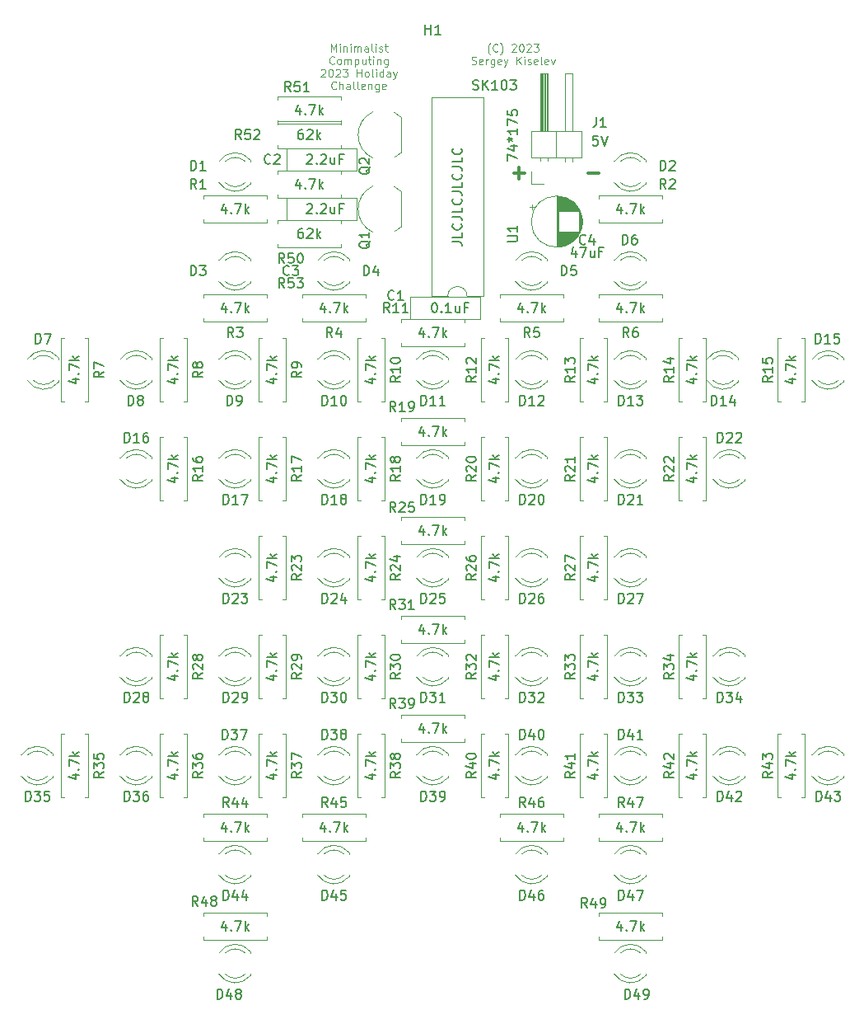
<source format=gbr>
%TF.GenerationSoftware,KiCad,Pcbnew,(6.0.2)*%
%TF.CreationDate,2023-11-30T13:56:03-08:00*%
%TF.ProjectId,star,73746172-2e6b-4696-9361-645f70636258,rev?*%
%TF.SameCoordinates,Original*%
%TF.FileFunction,Legend,Top*%
%TF.FilePolarity,Positive*%
%FSLAX46Y46*%
G04 Gerber Fmt 4.6, Leading zero omitted, Abs format (unit mm)*
G04 Created by KiCad (PCBNEW (6.0.2)) date 2023-11-30 13:56:03*
%MOMM*%
%LPD*%
G01*
G04 APERTURE LIST*
%ADD10C,0.150000*%
%ADD11C,0.100000*%
%ADD12C,0.300000*%
%ADD13C,0.120000*%
G04 APERTURE END LIST*
D10*
X155662380Y-68119047D02*
X156376666Y-68119047D01*
X156519523Y-68166666D01*
X156614761Y-68261904D01*
X156662380Y-68404761D01*
X156662380Y-68500000D01*
X156662380Y-67166666D02*
X156662380Y-67642857D01*
X155662380Y-67642857D01*
X156567142Y-66261904D02*
X156614761Y-66309523D01*
X156662380Y-66452380D01*
X156662380Y-66547619D01*
X156614761Y-66690476D01*
X156519523Y-66785714D01*
X156424285Y-66833333D01*
X156233809Y-66880952D01*
X156090952Y-66880952D01*
X155900476Y-66833333D01*
X155805238Y-66785714D01*
X155710000Y-66690476D01*
X155662380Y-66547619D01*
X155662380Y-66452380D01*
X155710000Y-66309523D01*
X155757619Y-66261904D01*
X155662380Y-65547619D02*
X156376666Y-65547619D01*
X156519523Y-65595238D01*
X156614761Y-65690476D01*
X156662380Y-65833333D01*
X156662380Y-65928571D01*
X156662380Y-64595238D02*
X156662380Y-65071428D01*
X155662380Y-65071428D01*
X156567142Y-63690476D02*
X156614761Y-63738095D01*
X156662380Y-63880952D01*
X156662380Y-63976190D01*
X156614761Y-64119047D01*
X156519523Y-64214285D01*
X156424285Y-64261904D01*
X156233809Y-64309523D01*
X156090952Y-64309523D01*
X155900476Y-64261904D01*
X155805238Y-64214285D01*
X155710000Y-64119047D01*
X155662380Y-63976190D01*
X155662380Y-63880952D01*
X155710000Y-63738095D01*
X155757619Y-63690476D01*
X155662380Y-62976190D02*
X156376666Y-62976190D01*
X156519523Y-63023809D01*
X156614761Y-63119047D01*
X156662380Y-63261904D01*
X156662380Y-63357142D01*
X156662380Y-62023809D02*
X156662380Y-62500000D01*
X155662380Y-62500000D01*
X156567142Y-61119047D02*
X156614761Y-61166666D01*
X156662380Y-61309523D01*
X156662380Y-61404761D01*
X156614761Y-61547619D01*
X156519523Y-61642857D01*
X156424285Y-61690476D01*
X156233809Y-61738095D01*
X156090952Y-61738095D01*
X155900476Y-61690476D01*
X155805238Y-61642857D01*
X155710000Y-61547619D01*
X155662380Y-61404761D01*
X155662380Y-61309523D01*
X155710000Y-61166666D01*
X155757619Y-61119047D01*
X155662380Y-60404761D02*
X156376666Y-60404761D01*
X156519523Y-60452380D01*
X156614761Y-60547619D01*
X156662380Y-60690476D01*
X156662380Y-60785714D01*
X156662380Y-59452380D02*
X156662380Y-59928571D01*
X155662380Y-59928571D01*
X156567142Y-58547619D02*
X156614761Y-58595238D01*
X156662380Y-58738095D01*
X156662380Y-58833333D01*
X156614761Y-58976190D01*
X156519523Y-59071428D01*
X156424285Y-59119047D01*
X156233809Y-59166666D01*
X156090952Y-59166666D01*
X155900476Y-59119047D01*
X155805238Y-59071428D01*
X155710000Y-58976190D01*
X155662380Y-58833333D01*
X155662380Y-58738095D01*
X155710000Y-58595238D01*
X155757619Y-58547619D01*
D11*
X143192857Y-48594904D02*
X143192857Y-47794904D01*
X143459523Y-48366333D01*
X143726190Y-47794904D01*
X143726190Y-48594904D01*
X144107142Y-48594904D02*
X144107142Y-48061571D01*
X144107142Y-47794904D02*
X144069047Y-47833000D01*
X144107142Y-47871095D01*
X144145238Y-47833000D01*
X144107142Y-47794904D01*
X144107142Y-47871095D01*
X144488095Y-48061571D02*
X144488095Y-48594904D01*
X144488095Y-48137761D02*
X144526190Y-48099666D01*
X144602380Y-48061571D01*
X144716666Y-48061571D01*
X144792857Y-48099666D01*
X144830952Y-48175857D01*
X144830952Y-48594904D01*
X145211904Y-48594904D02*
X145211904Y-48061571D01*
X145211904Y-47794904D02*
X145173809Y-47833000D01*
X145211904Y-47871095D01*
X145250000Y-47833000D01*
X145211904Y-47794904D01*
X145211904Y-47871095D01*
X145592857Y-48594904D02*
X145592857Y-48061571D01*
X145592857Y-48137761D02*
X145630952Y-48099666D01*
X145707142Y-48061571D01*
X145821428Y-48061571D01*
X145897619Y-48099666D01*
X145935714Y-48175857D01*
X145935714Y-48594904D01*
X145935714Y-48175857D02*
X145973809Y-48099666D01*
X146050000Y-48061571D01*
X146164285Y-48061571D01*
X146240476Y-48099666D01*
X146278571Y-48175857D01*
X146278571Y-48594904D01*
X147002380Y-48594904D02*
X147002380Y-48175857D01*
X146964285Y-48099666D01*
X146888095Y-48061571D01*
X146735714Y-48061571D01*
X146659523Y-48099666D01*
X147002380Y-48556809D02*
X146926190Y-48594904D01*
X146735714Y-48594904D01*
X146659523Y-48556809D01*
X146621428Y-48480619D01*
X146621428Y-48404428D01*
X146659523Y-48328238D01*
X146735714Y-48290142D01*
X146926190Y-48290142D01*
X147002380Y-48252047D01*
X147497619Y-48594904D02*
X147421428Y-48556809D01*
X147383333Y-48480619D01*
X147383333Y-47794904D01*
X147802380Y-48594904D02*
X147802380Y-48061571D01*
X147802380Y-47794904D02*
X147764285Y-47833000D01*
X147802380Y-47871095D01*
X147840476Y-47833000D01*
X147802380Y-47794904D01*
X147802380Y-47871095D01*
X148145238Y-48556809D02*
X148221428Y-48594904D01*
X148373809Y-48594904D01*
X148450000Y-48556809D01*
X148488095Y-48480619D01*
X148488095Y-48442523D01*
X148450000Y-48366333D01*
X148373809Y-48328238D01*
X148259523Y-48328238D01*
X148183333Y-48290142D01*
X148145238Y-48213952D01*
X148145238Y-48175857D01*
X148183333Y-48099666D01*
X148259523Y-48061571D01*
X148373809Y-48061571D01*
X148450000Y-48099666D01*
X148716666Y-48061571D02*
X149021428Y-48061571D01*
X148830952Y-47794904D02*
X148830952Y-48480619D01*
X148869047Y-48556809D01*
X148945238Y-48594904D01*
X149021428Y-48594904D01*
X143535714Y-49806714D02*
X143497619Y-49844809D01*
X143383333Y-49882904D01*
X143307142Y-49882904D01*
X143192857Y-49844809D01*
X143116666Y-49768619D01*
X143078571Y-49692428D01*
X143040476Y-49540047D01*
X143040476Y-49425761D01*
X143078571Y-49273380D01*
X143116666Y-49197190D01*
X143192857Y-49121000D01*
X143307142Y-49082904D01*
X143383333Y-49082904D01*
X143497619Y-49121000D01*
X143535714Y-49159095D01*
X143992857Y-49882904D02*
X143916666Y-49844809D01*
X143878571Y-49806714D01*
X143840476Y-49730523D01*
X143840476Y-49501952D01*
X143878571Y-49425761D01*
X143916666Y-49387666D01*
X143992857Y-49349571D01*
X144107142Y-49349571D01*
X144183333Y-49387666D01*
X144221428Y-49425761D01*
X144259523Y-49501952D01*
X144259523Y-49730523D01*
X144221428Y-49806714D01*
X144183333Y-49844809D01*
X144107142Y-49882904D01*
X143992857Y-49882904D01*
X144602380Y-49882904D02*
X144602380Y-49349571D01*
X144602380Y-49425761D02*
X144640476Y-49387666D01*
X144716666Y-49349571D01*
X144830952Y-49349571D01*
X144907142Y-49387666D01*
X144945238Y-49463857D01*
X144945238Y-49882904D01*
X144945238Y-49463857D02*
X144983333Y-49387666D01*
X145059523Y-49349571D01*
X145173809Y-49349571D01*
X145250000Y-49387666D01*
X145288095Y-49463857D01*
X145288095Y-49882904D01*
X145669047Y-49349571D02*
X145669047Y-50149571D01*
X145669047Y-49387666D02*
X145745238Y-49349571D01*
X145897619Y-49349571D01*
X145973809Y-49387666D01*
X146011904Y-49425761D01*
X146050000Y-49501952D01*
X146050000Y-49730523D01*
X146011904Y-49806714D01*
X145973809Y-49844809D01*
X145897619Y-49882904D01*
X145745238Y-49882904D01*
X145669047Y-49844809D01*
X146735714Y-49349571D02*
X146735714Y-49882904D01*
X146392857Y-49349571D02*
X146392857Y-49768619D01*
X146430952Y-49844809D01*
X146507142Y-49882904D01*
X146621428Y-49882904D01*
X146697619Y-49844809D01*
X146735714Y-49806714D01*
X147002380Y-49349571D02*
X147307142Y-49349571D01*
X147116666Y-49082904D02*
X147116666Y-49768619D01*
X147154761Y-49844809D01*
X147230952Y-49882904D01*
X147307142Y-49882904D01*
X147573809Y-49882904D02*
X147573809Y-49349571D01*
X147573809Y-49082904D02*
X147535714Y-49121000D01*
X147573809Y-49159095D01*
X147611904Y-49121000D01*
X147573809Y-49082904D01*
X147573809Y-49159095D01*
X147954761Y-49349571D02*
X147954761Y-49882904D01*
X147954761Y-49425761D02*
X147992857Y-49387666D01*
X148069047Y-49349571D01*
X148183333Y-49349571D01*
X148259523Y-49387666D01*
X148297619Y-49463857D01*
X148297619Y-49882904D01*
X149021428Y-49349571D02*
X149021428Y-49997190D01*
X148983333Y-50073380D01*
X148945238Y-50111476D01*
X148869047Y-50149571D01*
X148754761Y-50149571D01*
X148678571Y-50111476D01*
X149021428Y-49844809D02*
X148945238Y-49882904D01*
X148792857Y-49882904D01*
X148716666Y-49844809D01*
X148678571Y-49806714D01*
X148640476Y-49730523D01*
X148640476Y-49501952D01*
X148678571Y-49425761D01*
X148716666Y-49387666D01*
X148792857Y-49349571D01*
X148945238Y-49349571D01*
X149021428Y-49387666D01*
X142164285Y-50447095D02*
X142202380Y-50409000D01*
X142278571Y-50370904D01*
X142469047Y-50370904D01*
X142545238Y-50409000D01*
X142583333Y-50447095D01*
X142621428Y-50523285D01*
X142621428Y-50599476D01*
X142583333Y-50713761D01*
X142126190Y-51170904D01*
X142621428Y-51170904D01*
X143116666Y-50370904D02*
X143192857Y-50370904D01*
X143269047Y-50409000D01*
X143307142Y-50447095D01*
X143345238Y-50523285D01*
X143383333Y-50675666D01*
X143383333Y-50866142D01*
X143345238Y-51018523D01*
X143307142Y-51094714D01*
X143269047Y-51132809D01*
X143192857Y-51170904D01*
X143116666Y-51170904D01*
X143040476Y-51132809D01*
X143002380Y-51094714D01*
X142964285Y-51018523D01*
X142926190Y-50866142D01*
X142926190Y-50675666D01*
X142964285Y-50523285D01*
X143002380Y-50447095D01*
X143040476Y-50409000D01*
X143116666Y-50370904D01*
X143688095Y-50447095D02*
X143726190Y-50409000D01*
X143802380Y-50370904D01*
X143992857Y-50370904D01*
X144069047Y-50409000D01*
X144107142Y-50447095D01*
X144145238Y-50523285D01*
X144145238Y-50599476D01*
X144107142Y-50713761D01*
X143650000Y-51170904D01*
X144145238Y-51170904D01*
X144411904Y-50370904D02*
X144907142Y-50370904D01*
X144640476Y-50675666D01*
X144754761Y-50675666D01*
X144830952Y-50713761D01*
X144869047Y-50751857D01*
X144907142Y-50828047D01*
X144907142Y-51018523D01*
X144869047Y-51094714D01*
X144830952Y-51132809D01*
X144754761Y-51170904D01*
X144526190Y-51170904D01*
X144450000Y-51132809D01*
X144411904Y-51094714D01*
X145859523Y-51170904D02*
X145859523Y-50370904D01*
X145859523Y-50751857D02*
X146316666Y-50751857D01*
X146316666Y-51170904D02*
X146316666Y-50370904D01*
X146811904Y-51170904D02*
X146735714Y-51132809D01*
X146697619Y-51094714D01*
X146659523Y-51018523D01*
X146659523Y-50789952D01*
X146697619Y-50713761D01*
X146735714Y-50675666D01*
X146811904Y-50637571D01*
X146926190Y-50637571D01*
X147002380Y-50675666D01*
X147040476Y-50713761D01*
X147078571Y-50789952D01*
X147078571Y-51018523D01*
X147040476Y-51094714D01*
X147002380Y-51132809D01*
X146926190Y-51170904D01*
X146811904Y-51170904D01*
X147535714Y-51170904D02*
X147459523Y-51132809D01*
X147421428Y-51056619D01*
X147421428Y-50370904D01*
X147840476Y-51170904D02*
X147840476Y-50637571D01*
X147840476Y-50370904D02*
X147802380Y-50409000D01*
X147840476Y-50447095D01*
X147878571Y-50409000D01*
X147840476Y-50370904D01*
X147840476Y-50447095D01*
X148564285Y-51170904D02*
X148564285Y-50370904D01*
X148564285Y-51132809D02*
X148488095Y-51170904D01*
X148335714Y-51170904D01*
X148259523Y-51132809D01*
X148221428Y-51094714D01*
X148183333Y-51018523D01*
X148183333Y-50789952D01*
X148221428Y-50713761D01*
X148259523Y-50675666D01*
X148335714Y-50637571D01*
X148488095Y-50637571D01*
X148564285Y-50675666D01*
X149288095Y-51170904D02*
X149288095Y-50751857D01*
X149250000Y-50675666D01*
X149173809Y-50637571D01*
X149021428Y-50637571D01*
X148945238Y-50675666D01*
X149288095Y-51132809D02*
X149211904Y-51170904D01*
X149021428Y-51170904D01*
X148945238Y-51132809D01*
X148907142Y-51056619D01*
X148907142Y-50980428D01*
X148945238Y-50904238D01*
X149021428Y-50866142D01*
X149211904Y-50866142D01*
X149288095Y-50828047D01*
X149592857Y-50637571D02*
X149783333Y-51170904D01*
X149973809Y-50637571D02*
X149783333Y-51170904D01*
X149707142Y-51361380D01*
X149669047Y-51399476D01*
X149592857Y-51437571D01*
X143745238Y-52382714D02*
X143707142Y-52420809D01*
X143592857Y-52458904D01*
X143516666Y-52458904D01*
X143402380Y-52420809D01*
X143326190Y-52344619D01*
X143288095Y-52268428D01*
X143250000Y-52116047D01*
X143250000Y-52001761D01*
X143288095Y-51849380D01*
X143326190Y-51773190D01*
X143402380Y-51697000D01*
X143516666Y-51658904D01*
X143592857Y-51658904D01*
X143707142Y-51697000D01*
X143745238Y-51735095D01*
X144088095Y-52458904D02*
X144088095Y-51658904D01*
X144430952Y-52458904D02*
X144430952Y-52039857D01*
X144392857Y-51963666D01*
X144316666Y-51925571D01*
X144202380Y-51925571D01*
X144126190Y-51963666D01*
X144088095Y-52001761D01*
X145154761Y-52458904D02*
X145154761Y-52039857D01*
X145116666Y-51963666D01*
X145040476Y-51925571D01*
X144888095Y-51925571D01*
X144811904Y-51963666D01*
X145154761Y-52420809D02*
X145078571Y-52458904D01*
X144888095Y-52458904D01*
X144811904Y-52420809D01*
X144773809Y-52344619D01*
X144773809Y-52268428D01*
X144811904Y-52192238D01*
X144888095Y-52154142D01*
X145078571Y-52154142D01*
X145154761Y-52116047D01*
X145650000Y-52458904D02*
X145573809Y-52420809D01*
X145535714Y-52344619D01*
X145535714Y-51658904D01*
X146069047Y-52458904D02*
X145992857Y-52420809D01*
X145954761Y-52344619D01*
X145954761Y-51658904D01*
X146678571Y-52420809D02*
X146602380Y-52458904D01*
X146450000Y-52458904D01*
X146373809Y-52420809D01*
X146335714Y-52344619D01*
X146335714Y-52039857D01*
X146373809Y-51963666D01*
X146450000Y-51925571D01*
X146602380Y-51925571D01*
X146678571Y-51963666D01*
X146716666Y-52039857D01*
X146716666Y-52116047D01*
X146335714Y-52192238D01*
X147059523Y-51925571D02*
X147059523Y-52458904D01*
X147059523Y-52001761D02*
X147097619Y-51963666D01*
X147173809Y-51925571D01*
X147288095Y-51925571D01*
X147364285Y-51963666D01*
X147402380Y-52039857D01*
X147402380Y-52458904D01*
X148126190Y-51925571D02*
X148126190Y-52573190D01*
X148088095Y-52649380D01*
X148050000Y-52687476D01*
X147973809Y-52725571D01*
X147859523Y-52725571D01*
X147783333Y-52687476D01*
X148126190Y-52420809D02*
X148050000Y-52458904D01*
X147897619Y-52458904D01*
X147821428Y-52420809D01*
X147783333Y-52382714D01*
X147745238Y-52306523D01*
X147745238Y-52077952D01*
X147783333Y-52001761D01*
X147821428Y-51963666D01*
X147897619Y-51925571D01*
X148050000Y-51925571D01*
X148126190Y-51963666D01*
X148811904Y-52420809D02*
X148735714Y-52458904D01*
X148583333Y-52458904D01*
X148507142Y-52420809D01*
X148469047Y-52344619D01*
X148469047Y-52039857D01*
X148507142Y-51963666D01*
X148583333Y-51925571D01*
X148735714Y-51925571D01*
X148811904Y-51963666D01*
X148850000Y-52039857D01*
X148850000Y-52116047D01*
X148469047Y-52192238D01*
D12*
X169608571Y-61067142D02*
X170751428Y-61067142D01*
D11*
X159582142Y-48908666D02*
X159544047Y-48870571D01*
X159467857Y-48756285D01*
X159429761Y-48680095D01*
X159391666Y-48565809D01*
X159353571Y-48375333D01*
X159353571Y-48222952D01*
X159391666Y-48032476D01*
X159429761Y-47918190D01*
X159467857Y-47842000D01*
X159544047Y-47727714D01*
X159582142Y-47689619D01*
X160344047Y-48527714D02*
X160305952Y-48565809D01*
X160191666Y-48603904D01*
X160115476Y-48603904D01*
X160001190Y-48565809D01*
X159925000Y-48489619D01*
X159886904Y-48413428D01*
X159848809Y-48261047D01*
X159848809Y-48146761D01*
X159886904Y-47994380D01*
X159925000Y-47918190D01*
X160001190Y-47842000D01*
X160115476Y-47803904D01*
X160191666Y-47803904D01*
X160305952Y-47842000D01*
X160344047Y-47880095D01*
X160610714Y-48908666D02*
X160648809Y-48870571D01*
X160725000Y-48756285D01*
X160763095Y-48680095D01*
X160801190Y-48565809D01*
X160839285Y-48375333D01*
X160839285Y-48222952D01*
X160801190Y-48032476D01*
X160763095Y-47918190D01*
X160725000Y-47842000D01*
X160648809Y-47727714D01*
X160610714Y-47689619D01*
X161791666Y-47880095D02*
X161829761Y-47842000D01*
X161905952Y-47803904D01*
X162096428Y-47803904D01*
X162172619Y-47842000D01*
X162210714Y-47880095D01*
X162248809Y-47956285D01*
X162248809Y-48032476D01*
X162210714Y-48146761D01*
X161753571Y-48603904D01*
X162248809Y-48603904D01*
X162744047Y-47803904D02*
X162820238Y-47803904D01*
X162896428Y-47842000D01*
X162934523Y-47880095D01*
X162972619Y-47956285D01*
X163010714Y-48108666D01*
X163010714Y-48299142D01*
X162972619Y-48451523D01*
X162934523Y-48527714D01*
X162896428Y-48565809D01*
X162820238Y-48603904D01*
X162744047Y-48603904D01*
X162667857Y-48565809D01*
X162629761Y-48527714D01*
X162591666Y-48451523D01*
X162553571Y-48299142D01*
X162553571Y-48108666D01*
X162591666Y-47956285D01*
X162629761Y-47880095D01*
X162667857Y-47842000D01*
X162744047Y-47803904D01*
X163315476Y-47880095D02*
X163353571Y-47842000D01*
X163429761Y-47803904D01*
X163620238Y-47803904D01*
X163696428Y-47842000D01*
X163734523Y-47880095D01*
X163772619Y-47956285D01*
X163772619Y-48032476D01*
X163734523Y-48146761D01*
X163277380Y-48603904D01*
X163772619Y-48603904D01*
X164039285Y-47803904D02*
X164534523Y-47803904D01*
X164267857Y-48108666D01*
X164382142Y-48108666D01*
X164458333Y-48146761D01*
X164496428Y-48184857D01*
X164534523Y-48261047D01*
X164534523Y-48451523D01*
X164496428Y-48527714D01*
X164458333Y-48565809D01*
X164382142Y-48603904D01*
X164153571Y-48603904D01*
X164077380Y-48565809D01*
X164039285Y-48527714D01*
X157677380Y-49853809D02*
X157791666Y-49891904D01*
X157982142Y-49891904D01*
X158058333Y-49853809D01*
X158096428Y-49815714D01*
X158134523Y-49739523D01*
X158134523Y-49663333D01*
X158096428Y-49587142D01*
X158058333Y-49549047D01*
X157982142Y-49510952D01*
X157829761Y-49472857D01*
X157753571Y-49434761D01*
X157715476Y-49396666D01*
X157677380Y-49320476D01*
X157677380Y-49244285D01*
X157715476Y-49168095D01*
X157753571Y-49130000D01*
X157829761Y-49091904D01*
X158020238Y-49091904D01*
X158134523Y-49130000D01*
X158782142Y-49853809D02*
X158705952Y-49891904D01*
X158553571Y-49891904D01*
X158477380Y-49853809D01*
X158439285Y-49777619D01*
X158439285Y-49472857D01*
X158477380Y-49396666D01*
X158553571Y-49358571D01*
X158705952Y-49358571D01*
X158782142Y-49396666D01*
X158820238Y-49472857D01*
X158820238Y-49549047D01*
X158439285Y-49625238D01*
X159163095Y-49891904D02*
X159163095Y-49358571D01*
X159163095Y-49510952D02*
X159201190Y-49434761D01*
X159239285Y-49396666D01*
X159315476Y-49358571D01*
X159391666Y-49358571D01*
X160001190Y-49358571D02*
X160001190Y-50006190D01*
X159963095Y-50082380D01*
X159925000Y-50120476D01*
X159848809Y-50158571D01*
X159734523Y-50158571D01*
X159658333Y-50120476D01*
X160001190Y-49853809D02*
X159925000Y-49891904D01*
X159772619Y-49891904D01*
X159696428Y-49853809D01*
X159658333Y-49815714D01*
X159620238Y-49739523D01*
X159620238Y-49510952D01*
X159658333Y-49434761D01*
X159696428Y-49396666D01*
X159772619Y-49358571D01*
X159925000Y-49358571D01*
X160001190Y-49396666D01*
X160686904Y-49853809D02*
X160610714Y-49891904D01*
X160458333Y-49891904D01*
X160382142Y-49853809D01*
X160344047Y-49777619D01*
X160344047Y-49472857D01*
X160382142Y-49396666D01*
X160458333Y-49358571D01*
X160610714Y-49358571D01*
X160686904Y-49396666D01*
X160725000Y-49472857D01*
X160725000Y-49549047D01*
X160344047Y-49625238D01*
X160991666Y-49358571D02*
X161182142Y-49891904D01*
X161372619Y-49358571D02*
X161182142Y-49891904D01*
X161105952Y-50082380D01*
X161067857Y-50120476D01*
X160991666Y-50158571D01*
X162286904Y-49891904D02*
X162286904Y-49091904D01*
X162744047Y-49891904D02*
X162401190Y-49434761D01*
X162744047Y-49091904D02*
X162286904Y-49549047D01*
X163086904Y-49891904D02*
X163086904Y-49358571D01*
X163086904Y-49091904D02*
X163048809Y-49130000D01*
X163086904Y-49168095D01*
X163125000Y-49130000D01*
X163086904Y-49091904D01*
X163086904Y-49168095D01*
X163429761Y-49853809D02*
X163505952Y-49891904D01*
X163658333Y-49891904D01*
X163734523Y-49853809D01*
X163772619Y-49777619D01*
X163772619Y-49739523D01*
X163734523Y-49663333D01*
X163658333Y-49625238D01*
X163544047Y-49625238D01*
X163467857Y-49587142D01*
X163429761Y-49510952D01*
X163429761Y-49472857D01*
X163467857Y-49396666D01*
X163544047Y-49358571D01*
X163658333Y-49358571D01*
X163734523Y-49396666D01*
X164420238Y-49853809D02*
X164344047Y-49891904D01*
X164191666Y-49891904D01*
X164115476Y-49853809D01*
X164077380Y-49777619D01*
X164077380Y-49472857D01*
X164115476Y-49396666D01*
X164191666Y-49358571D01*
X164344047Y-49358571D01*
X164420238Y-49396666D01*
X164458333Y-49472857D01*
X164458333Y-49549047D01*
X164077380Y-49625238D01*
X164915476Y-49891904D02*
X164839285Y-49853809D01*
X164801190Y-49777619D01*
X164801190Y-49091904D01*
X165525000Y-49853809D02*
X165448809Y-49891904D01*
X165296428Y-49891904D01*
X165220238Y-49853809D01*
X165182142Y-49777619D01*
X165182142Y-49472857D01*
X165220238Y-49396666D01*
X165296428Y-49358571D01*
X165448809Y-49358571D01*
X165525000Y-49396666D01*
X165563095Y-49472857D01*
X165563095Y-49549047D01*
X165182142Y-49625238D01*
X165829761Y-49358571D02*
X166020238Y-49891904D01*
X166210714Y-49358571D01*
D12*
X161988571Y-61067142D02*
X163131428Y-61067142D01*
X162560000Y-61638571D02*
X162560000Y-60495714D01*
D10*
X157805714Y-52474761D02*
X157948571Y-52522380D01*
X158186666Y-52522380D01*
X158281904Y-52474761D01*
X158329523Y-52427142D01*
X158377142Y-52331904D01*
X158377142Y-52236666D01*
X158329523Y-52141428D01*
X158281904Y-52093809D01*
X158186666Y-52046190D01*
X157996190Y-51998571D01*
X157900952Y-51950952D01*
X157853333Y-51903333D01*
X157805714Y-51808095D01*
X157805714Y-51712857D01*
X157853333Y-51617619D01*
X157900952Y-51570000D01*
X157996190Y-51522380D01*
X158234285Y-51522380D01*
X158377142Y-51570000D01*
X158805714Y-52522380D02*
X158805714Y-51522380D01*
X159377142Y-52522380D02*
X158948571Y-51950952D01*
X159377142Y-51522380D02*
X158805714Y-52093809D01*
X160329523Y-52522380D02*
X159758095Y-52522380D01*
X160043809Y-52522380D02*
X160043809Y-51522380D01*
X159948571Y-51665238D01*
X159853333Y-51760476D01*
X159758095Y-51808095D01*
X160948571Y-51522380D02*
X161043809Y-51522380D01*
X161139047Y-51570000D01*
X161186666Y-51617619D01*
X161234285Y-51712857D01*
X161281904Y-51903333D01*
X161281904Y-52141428D01*
X161234285Y-52331904D01*
X161186666Y-52427142D01*
X161139047Y-52474761D01*
X161043809Y-52522380D01*
X160948571Y-52522380D01*
X160853333Y-52474761D01*
X160805714Y-52427142D01*
X160758095Y-52331904D01*
X160710476Y-52141428D01*
X160710476Y-51903333D01*
X160758095Y-51712857D01*
X160805714Y-51617619D01*
X160853333Y-51570000D01*
X160948571Y-51522380D01*
X161615238Y-51522380D02*
X162234285Y-51522380D01*
X161900952Y-51903333D01*
X162043809Y-51903333D01*
X162139047Y-51950952D01*
X162186666Y-51998571D01*
X162234285Y-52093809D01*
X162234285Y-52331904D01*
X162186666Y-52427142D01*
X162139047Y-52474761D01*
X162043809Y-52522380D01*
X161758095Y-52522380D01*
X161662857Y-52474761D01*
X161615238Y-52427142D01*
%TO.C,D40*%
X162615714Y-119197380D02*
X162615714Y-118197380D01*
X162853809Y-118197380D01*
X162996666Y-118245000D01*
X163091904Y-118340238D01*
X163139523Y-118435476D01*
X163187142Y-118625952D01*
X163187142Y-118768809D01*
X163139523Y-118959285D01*
X163091904Y-119054523D01*
X162996666Y-119149761D01*
X162853809Y-119197380D01*
X162615714Y-119197380D01*
X164044285Y-118530714D02*
X164044285Y-119197380D01*
X163806190Y-118149761D02*
X163568095Y-118864047D01*
X164187142Y-118864047D01*
X164758571Y-118197380D02*
X164853809Y-118197380D01*
X164949047Y-118245000D01*
X164996666Y-118292619D01*
X165044285Y-118387857D01*
X165091904Y-118578333D01*
X165091904Y-118816428D01*
X165044285Y-119006904D01*
X164996666Y-119102142D01*
X164949047Y-119149761D01*
X164853809Y-119197380D01*
X164758571Y-119197380D01*
X164663333Y-119149761D01*
X164615714Y-119102142D01*
X164568095Y-119006904D01*
X164520476Y-118816428D01*
X164520476Y-118578333D01*
X164568095Y-118387857D01*
X164615714Y-118292619D01*
X164663333Y-118245000D01*
X164758571Y-118197380D01*
%TO.C,D5*%
X166901904Y-71572380D02*
X166901904Y-70572380D01*
X167140000Y-70572380D01*
X167282857Y-70620000D01*
X167378095Y-70715238D01*
X167425714Y-70810476D01*
X167473333Y-71000952D01*
X167473333Y-71143809D01*
X167425714Y-71334285D01*
X167378095Y-71429523D01*
X167282857Y-71524761D01*
X167140000Y-71572380D01*
X166901904Y-71572380D01*
X168378095Y-70572380D02*
X167901904Y-70572380D01*
X167854285Y-71048571D01*
X167901904Y-71000952D01*
X167997142Y-70953333D01*
X168235238Y-70953333D01*
X168330476Y-71000952D01*
X168378095Y-71048571D01*
X168425714Y-71143809D01*
X168425714Y-71381904D01*
X168378095Y-71477142D01*
X168330476Y-71524761D01*
X168235238Y-71572380D01*
X167997142Y-71572380D01*
X167901904Y-71524761D01*
X167854285Y-71477142D01*
%TO.C,C4*%
X169378333Y-68302142D02*
X169330714Y-68349761D01*
X169187857Y-68397380D01*
X169092619Y-68397380D01*
X168949761Y-68349761D01*
X168854523Y-68254523D01*
X168806904Y-68159285D01*
X168759285Y-67968809D01*
X168759285Y-67825952D01*
X168806904Y-67635476D01*
X168854523Y-67540238D01*
X168949761Y-67445000D01*
X169092619Y-67397380D01*
X169187857Y-67397380D01*
X169330714Y-67445000D01*
X169378333Y-67492619D01*
X170235476Y-67730714D02*
X170235476Y-68397380D01*
X169997380Y-67349761D02*
X169759285Y-68064047D01*
X170378333Y-68064047D01*
X168378333Y-69000714D02*
X168378333Y-69667380D01*
X168140238Y-68619761D02*
X167902142Y-69334047D01*
X168521190Y-69334047D01*
X168806904Y-68667380D02*
X169473571Y-68667380D01*
X169045000Y-69667380D01*
X170283095Y-69000714D02*
X170283095Y-69667380D01*
X169854523Y-69000714D02*
X169854523Y-69524523D01*
X169902142Y-69619761D01*
X169997380Y-69667380D01*
X170140238Y-69667380D01*
X170235476Y-69619761D01*
X170283095Y-69572142D01*
X171092619Y-69143571D02*
X170759285Y-69143571D01*
X170759285Y-69667380D02*
X170759285Y-68667380D01*
X171235476Y-68667380D01*
%TO.C,R46*%
X163187142Y-126182380D02*
X162853809Y-125706190D01*
X162615714Y-126182380D02*
X162615714Y-125182380D01*
X162996666Y-125182380D01*
X163091904Y-125230000D01*
X163139523Y-125277619D01*
X163187142Y-125372857D01*
X163187142Y-125515714D01*
X163139523Y-125610952D01*
X163091904Y-125658571D01*
X162996666Y-125706190D01*
X162615714Y-125706190D01*
X164044285Y-125515714D02*
X164044285Y-126182380D01*
X163806190Y-125134761D02*
X163568095Y-125849047D01*
X164187142Y-125849047D01*
X164996666Y-125182380D02*
X164806190Y-125182380D01*
X164710952Y-125230000D01*
X164663333Y-125277619D01*
X164568095Y-125420476D01*
X164520476Y-125610952D01*
X164520476Y-125991904D01*
X164568095Y-126087142D01*
X164615714Y-126134761D01*
X164710952Y-126182380D01*
X164901428Y-126182380D01*
X164996666Y-126134761D01*
X165044285Y-126087142D01*
X165091904Y-125991904D01*
X165091904Y-125753809D01*
X165044285Y-125658571D01*
X164996666Y-125610952D01*
X164901428Y-125563333D01*
X164710952Y-125563333D01*
X164615714Y-125610952D01*
X164568095Y-125658571D01*
X164520476Y-125753809D01*
X162901428Y-128055714D02*
X162901428Y-128722380D01*
X162663333Y-127674761D02*
X162425238Y-128389047D01*
X163044285Y-128389047D01*
X163425238Y-128627142D02*
X163472857Y-128674761D01*
X163425238Y-128722380D01*
X163377619Y-128674761D01*
X163425238Y-128627142D01*
X163425238Y-128722380D01*
X163806190Y-127722380D02*
X164472857Y-127722380D01*
X164044285Y-128722380D01*
X164853809Y-128722380D02*
X164853809Y-127722380D01*
X164949047Y-128341428D02*
X165234761Y-128722380D01*
X165234761Y-128055714D02*
X164853809Y-128436666D01*
%TO.C,D16*%
X121975714Y-88717380D02*
X121975714Y-87717380D01*
X122213809Y-87717380D01*
X122356666Y-87765000D01*
X122451904Y-87860238D01*
X122499523Y-87955476D01*
X122547142Y-88145952D01*
X122547142Y-88288809D01*
X122499523Y-88479285D01*
X122451904Y-88574523D01*
X122356666Y-88669761D01*
X122213809Y-88717380D01*
X121975714Y-88717380D01*
X123499523Y-88717380D02*
X122928095Y-88717380D01*
X123213809Y-88717380D02*
X123213809Y-87717380D01*
X123118571Y-87860238D01*
X123023333Y-87955476D01*
X122928095Y-88003095D01*
X124356666Y-87717380D02*
X124166190Y-87717380D01*
X124070952Y-87765000D01*
X124023333Y-87812619D01*
X123928095Y-87955476D01*
X123880476Y-88145952D01*
X123880476Y-88526904D01*
X123928095Y-88622142D01*
X123975714Y-88669761D01*
X124070952Y-88717380D01*
X124261428Y-88717380D01*
X124356666Y-88669761D01*
X124404285Y-88622142D01*
X124451904Y-88526904D01*
X124451904Y-88288809D01*
X124404285Y-88193571D01*
X124356666Y-88145952D01*
X124261428Y-88098333D01*
X124070952Y-88098333D01*
X123975714Y-88145952D01*
X123928095Y-88193571D01*
X123880476Y-88288809D01*
%TO.C,D19*%
X152455714Y-95067380D02*
X152455714Y-94067380D01*
X152693809Y-94067380D01*
X152836666Y-94115000D01*
X152931904Y-94210238D01*
X152979523Y-94305476D01*
X153027142Y-94495952D01*
X153027142Y-94638809D01*
X152979523Y-94829285D01*
X152931904Y-94924523D01*
X152836666Y-95019761D01*
X152693809Y-95067380D01*
X152455714Y-95067380D01*
X153979523Y-95067380D02*
X153408095Y-95067380D01*
X153693809Y-95067380D02*
X153693809Y-94067380D01*
X153598571Y-94210238D01*
X153503333Y-94305476D01*
X153408095Y-94353095D01*
X154455714Y-95067380D02*
X154646190Y-95067380D01*
X154741428Y-95019761D01*
X154789047Y-94972142D01*
X154884285Y-94829285D01*
X154931904Y-94638809D01*
X154931904Y-94257857D01*
X154884285Y-94162619D01*
X154836666Y-94115000D01*
X154741428Y-94067380D01*
X154550952Y-94067380D01*
X154455714Y-94115000D01*
X154408095Y-94162619D01*
X154360476Y-94257857D01*
X154360476Y-94495952D01*
X154408095Y-94591190D01*
X154455714Y-94638809D01*
X154550952Y-94686428D01*
X154741428Y-94686428D01*
X154836666Y-94638809D01*
X154884285Y-94591190D01*
X154931904Y-94495952D01*
%TO.C,D27*%
X172775714Y-105227380D02*
X172775714Y-104227380D01*
X173013809Y-104227380D01*
X173156666Y-104275000D01*
X173251904Y-104370238D01*
X173299523Y-104465476D01*
X173347142Y-104655952D01*
X173347142Y-104798809D01*
X173299523Y-104989285D01*
X173251904Y-105084523D01*
X173156666Y-105179761D01*
X173013809Y-105227380D01*
X172775714Y-105227380D01*
X173728095Y-104322619D02*
X173775714Y-104275000D01*
X173870952Y-104227380D01*
X174109047Y-104227380D01*
X174204285Y-104275000D01*
X174251904Y-104322619D01*
X174299523Y-104417857D01*
X174299523Y-104513095D01*
X174251904Y-104655952D01*
X173680476Y-105227380D01*
X174299523Y-105227380D01*
X174632857Y-104227380D02*
X175299523Y-104227380D01*
X174870952Y-105227380D01*
%TO.C,C2*%
X136993333Y-60047142D02*
X136945714Y-60094761D01*
X136802857Y-60142380D01*
X136707619Y-60142380D01*
X136564761Y-60094761D01*
X136469523Y-59999523D01*
X136421904Y-59904285D01*
X136374285Y-59713809D01*
X136374285Y-59570952D01*
X136421904Y-59380476D01*
X136469523Y-59285238D01*
X136564761Y-59190000D01*
X136707619Y-59142380D01*
X136802857Y-59142380D01*
X136945714Y-59190000D01*
X136993333Y-59237619D01*
X137374285Y-59237619D02*
X137421904Y-59190000D01*
X137517142Y-59142380D01*
X137755238Y-59142380D01*
X137850476Y-59190000D01*
X137898095Y-59237619D01*
X137945714Y-59332857D01*
X137945714Y-59428095D01*
X137898095Y-59570952D01*
X137326666Y-60142380D01*
X137945714Y-60142380D01*
X140740047Y-59237619D02*
X140787666Y-59190000D01*
X140882904Y-59142380D01*
X141121000Y-59142380D01*
X141216238Y-59190000D01*
X141263857Y-59237619D01*
X141311476Y-59332857D01*
X141311476Y-59428095D01*
X141263857Y-59570952D01*
X140692428Y-60142380D01*
X141311476Y-60142380D01*
X141740047Y-60047142D02*
X141787666Y-60094761D01*
X141740047Y-60142380D01*
X141692428Y-60094761D01*
X141740047Y-60047142D01*
X141740047Y-60142380D01*
X142168619Y-59237619D02*
X142216238Y-59190000D01*
X142311476Y-59142380D01*
X142549571Y-59142380D01*
X142644809Y-59190000D01*
X142692428Y-59237619D01*
X142740047Y-59332857D01*
X142740047Y-59428095D01*
X142692428Y-59570952D01*
X142121000Y-60142380D01*
X142740047Y-60142380D01*
X143597190Y-59475714D02*
X143597190Y-60142380D01*
X143168619Y-59475714D02*
X143168619Y-59999523D01*
X143216238Y-60094761D01*
X143311476Y-60142380D01*
X143454333Y-60142380D01*
X143549571Y-60094761D01*
X143597190Y-60047142D01*
X144406714Y-59618571D02*
X144073380Y-59618571D01*
X144073380Y-60142380D02*
X144073380Y-59142380D01*
X144549571Y-59142380D01*
%TO.C,R23*%
X140152380Y-102242857D02*
X139676190Y-102576190D01*
X140152380Y-102814285D02*
X139152380Y-102814285D01*
X139152380Y-102433333D01*
X139200000Y-102338095D01*
X139247619Y-102290476D01*
X139342857Y-102242857D01*
X139485714Y-102242857D01*
X139580952Y-102290476D01*
X139628571Y-102338095D01*
X139676190Y-102433333D01*
X139676190Y-102814285D01*
X139247619Y-101861904D02*
X139200000Y-101814285D01*
X139152380Y-101719047D01*
X139152380Y-101480952D01*
X139200000Y-101385714D01*
X139247619Y-101338095D01*
X139342857Y-101290476D01*
X139438095Y-101290476D01*
X139580952Y-101338095D01*
X140152380Y-101909523D01*
X140152380Y-101290476D01*
X139152380Y-100957142D02*
X139152380Y-100338095D01*
X139533333Y-100671428D01*
X139533333Y-100528571D01*
X139580952Y-100433333D01*
X139628571Y-100385714D01*
X139723809Y-100338095D01*
X139961904Y-100338095D01*
X140057142Y-100385714D01*
X140104761Y-100433333D01*
X140152380Y-100528571D01*
X140152380Y-100814285D01*
X140104761Y-100909523D01*
X140057142Y-100957142D01*
X136945714Y-102528571D02*
X137612380Y-102528571D01*
X136564761Y-102766666D02*
X137279047Y-103004761D01*
X137279047Y-102385714D01*
X137517142Y-102004761D02*
X137564761Y-101957142D01*
X137612380Y-102004761D01*
X137564761Y-102052380D01*
X137517142Y-102004761D01*
X137612380Y-102004761D01*
X136612380Y-101623809D02*
X136612380Y-100957142D01*
X137612380Y-101385714D01*
X137612380Y-100576190D02*
X136612380Y-100576190D01*
X137231428Y-100480952D02*
X137612380Y-100195238D01*
X136945714Y-100195238D02*
X137326666Y-100576190D01*
%TO.C,H1*%
X152908095Y-46817380D02*
X152908095Y-45817380D01*
X152908095Y-46293571D02*
X153479523Y-46293571D01*
X153479523Y-46817380D02*
X153479523Y-45817380D01*
X154479523Y-46817380D02*
X153908095Y-46817380D01*
X154193809Y-46817380D02*
X154193809Y-45817380D01*
X154098571Y-45960238D01*
X154003333Y-46055476D01*
X153908095Y-46103095D01*
%TO.C,D29*%
X132135714Y-115387380D02*
X132135714Y-114387380D01*
X132373809Y-114387380D01*
X132516666Y-114435000D01*
X132611904Y-114530238D01*
X132659523Y-114625476D01*
X132707142Y-114815952D01*
X132707142Y-114958809D01*
X132659523Y-115149285D01*
X132611904Y-115244523D01*
X132516666Y-115339761D01*
X132373809Y-115387380D01*
X132135714Y-115387380D01*
X133088095Y-114482619D02*
X133135714Y-114435000D01*
X133230952Y-114387380D01*
X133469047Y-114387380D01*
X133564285Y-114435000D01*
X133611904Y-114482619D01*
X133659523Y-114577857D01*
X133659523Y-114673095D01*
X133611904Y-114815952D01*
X133040476Y-115387380D01*
X133659523Y-115387380D01*
X134135714Y-115387380D02*
X134326190Y-115387380D01*
X134421428Y-115339761D01*
X134469047Y-115292142D01*
X134564285Y-115149285D01*
X134611904Y-114958809D01*
X134611904Y-114577857D01*
X134564285Y-114482619D01*
X134516666Y-114435000D01*
X134421428Y-114387380D01*
X134230952Y-114387380D01*
X134135714Y-114435000D01*
X134088095Y-114482619D01*
X134040476Y-114577857D01*
X134040476Y-114815952D01*
X134088095Y-114911190D01*
X134135714Y-114958809D01*
X134230952Y-115006428D01*
X134421428Y-115006428D01*
X134516666Y-114958809D01*
X134564285Y-114911190D01*
X134611904Y-114815952D01*
%TO.C,R6*%
X173823333Y-77922380D02*
X173490000Y-77446190D01*
X173251904Y-77922380D02*
X173251904Y-76922380D01*
X173632857Y-76922380D01*
X173728095Y-76970000D01*
X173775714Y-77017619D01*
X173823333Y-77112857D01*
X173823333Y-77255714D01*
X173775714Y-77350952D01*
X173728095Y-77398571D01*
X173632857Y-77446190D01*
X173251904Y-77446190D01*
X174680476Y-76922380D02*
X174490000Y-76922380D01*
X174394761Y-76970000D01*
X174347142Y-77017619D01*
X174251904Y-77160476D01*
X174204285Y-77350952D01*
X174204285Y-77731904D01*
X174251904Y-77827142D01*
X174299523Y-77874761D01*
X174394761Y-77922380D01*
X174585238Y-77922380D01*
X174680476Y-77874761D01*
X174728095Y-77827142D01*
X174775714Y-77731904D01*
X174775714Y-77493809D01*
X174728095Y-77398571D01*
X174680476Y-77350952D01*
X174585238Y-77303333D01*
X174394761Y-77303333D01*
X174299523Y-77350952D01*
X174251904Y-77398571D01*
X174204285Y-77493809D01*
X173061428Y-74715714D02*
X173061428Y-75382380D01*
X172823333Y-74334761D02*
X172585238Y-75049047D01*
X173204285Y-75049047D01*
X173585238Y-75287142D02*
X173632857Y-75334761D01*
X173585238Y-75382380D01*
X173537619Y-75334761D01*
X173585238Y-75287142D01*
X173585238Y-75382380D01*
X173966190Y-74382380D02*
X174632857Y-74382380D01*
X174204285Y-75382380D01*
X175013809Y-75382380D02*
X175013809Y-74382380D01*
X175109047Y-75001428D02*
X175394761Y-75382380D01*
X175394761Y-74715714D02*
X175013809Y-75096666D01*
%TO.C,D18*%
X142295714Y-95067380D02*
X142295714Y-94067380D01*
X142533809Y-94067380D01*
X142676666Y-94115000D01*
X142771904Y-94210238D01*
X142819523Y-94305476D01*
X142867142Y-94495952D01*
X142867142Y-94638809D01*
X142819523Y-94829285D01*
X142771904Y-94924523D01*
X142676666Y-95019761D01*
X142533809Y-95067380D01*
X142295714Y-95067380D01*
X143819523Y-95067380D02*
X143248095Y-95067380D01*
X143533809Y-95067380D02*
X143533809Y-94067380D01*
X143438571Y-94210238D01*
X143343333Y-94305476D01*
X143248095Y-94353095D01*
X144390952Y-94495952D02*
X144295714Y-94448333D01*
X144248095Y-94400714D01*
X144200476Y-94305476D01*
X144200476Y-94257857D01*
X144248095Y-94162619D01*
X144295714Y-94115000D01*
X144390952Y-94067380D01*
X144581428Y-94067380D01*
X144676666Y-94115000D01*
X144724285Y-94162619D01*
X144771904Y-94257857D01*
X144771904Y-94305476D01*
X144724285Y-94400714D01*
X144676666Y-94448333D01*
X144581428Y-94495952D01*
X144390952Y-94495952D01*
X144295714Y-94543571D01*
X144248095Y-94591190D01*
X144200476Y-94686428D01*
X144200476Y-94876904D01*
X144248095Y-94972142D01*
X144295714Y-95019761D01*
X144390952Y-95067380D01*
X144581428Y-95067380D01*
X144676666Y-95019761D01*
X144724285Y-94972142D01*
X144771904Y-94876904D01*
X144771904Y-94686428D01*
X144724285Y-94591190D01*
X144676666Y-94543571D01*
X144581428Y-94495952D01*
%TO.C,R50*%
X138422142Y-70302380D02*
X138088809Y-69826190D01*
X137850714Y-70302380D02*
X137850714Y-69302380D01*
X138231666Y-69302380D01*
X138326904Y-69350000D01*
X138374523Y-69397619D01*
X138422142Y-69492857D01*
X138422142Y-69635714D01*
X138374523Y-69730952D01*
X138326904Y-69778571D01*
X138231666Y-69826190D01*
X137850714Y-69826190D01*
X139326904Y-69302380D02*
X138850714Y-69302380D01*
X138803095Y-69778571D01*
X138850714Y-69730952D01*
X138945952Y-69683333D01*
X139184047Y-69683333D01*
X139279285Y-69730952D01*
X139326904Y-69778571D01*
X139374523Y-69873809D01*
X139374523Y-70111904D01*
X139326904Y-70207142D01*
X139279285Y-70254761D01*
X139184047Y-70302380D01*
X138945952Y-70302380D01*
X138850714Y-70254761D01*
X138803095Y-70207142D01*
X139993571Y-69302380D02*
X140088809Y-69302380D01*
X140184047Y-69350000D01*
X140231666Y-69397619D01*
X140279285Y-69492857D01*
X140326904Y-69683333D01*
X140326904Y-69921428D01*
X140279285Y-70111904D01*
X140231666Y-70207142D01*
X140184047Y-70254761D01*
X140088809Y-70302380D01*
X139993571Y-70302380D01*
X139898333Y-70254761D01*
X139850714Y-70207142D01*
X139803095Y-70111904D01*
X139755476Y-69921428D01*
X139755476Y-69683333D01*
X139803095Y-69492857D01*
X139850714Y-69397619D01*
X139898333Y-69350000D01*
X139993571Y-69302380D01*
X140041428Y-62015714D02*
X140041428Y-62682380D01*
X139803333Y-61634761D02*
X139565238Y-62349047D01*
X140184285Y-62349047D01*
X140565238Y-62587142D02*
X140612857Y-62634761D01*
X140565238Y-62682380D01*
X140517619Y-62634761D01*
X140565238Y-62587142D01*
X140565238Y-62682380D01*
X140946190Y-61682380D02*
X141612857Y-61682380D01*
X141184285Y-62682380D01*
X141993809Y-62682380D02*
X141993809Y-61682380D01*
X142089047Y-62301428D02*
X142374761Y-62682380D01*
X142374761Y-62015714D02*
X141993809Y-62396666D01*
%TO.C,D12*%
X162615714Y-84907380D02*
X162615714Y-83907380D01*
X162853809Y-83907380D01*
X162996666Y-83955000D01*
X163091904Y-84050238D01*
X163139523Y-84145476D01*
X163187142Y-84335952D01*
X163187142Y-84478809D01*
X163139523Y-84669285D01*
X163091904Y-84764523D01*
X162996666Y-84859761D01*
X162853809Y-84907380D01*
X162615714Y-84907380D01*
X164139523Y-84907380D02*
X163568095Y-84907380D01*
X163853809Y-84907380D02*
X163853809Y-83907380D01*
X163758571Y-84050238D01*
X163663333Y-84145476D01*
X163568095Y-84193095D01*
X164520476Y-84002619D02*
X164568095Y-83955000D01*
X164663333Y-83907380D01*
X164901428Y-83907380D01*
X164996666Y-83955000D01*
X165044285Y-84002619D01*
X165091904Y-84097857D01*
X165091904Y-84193095D01*
X165044285Y-84335952D01*
X164472857Y-84907380D01*
X165091904Y-84907380D01*
%TO.C,R1*%
X129373333Y-62682380D02*
X129040000Y-62206190D01*
X128801904Y-62682380D02*
X128801904Y-61682380D01*
X129182857Y-61682380D01*
X129278095Y-61730000D01*
X129325714Y-61777619D01*
X129373333Y-61872857D01*
X129373333Y-62015714D01*
X129325714Y-62110952D01*
X129278095Y-62158571D01*
X129182857Y-62206190D01*
X128801904Y-62206190D01*
X130325714Y-62682380D02*
X129754285Y-62682380D01*
X130040000Y-62682380D02*
X130040000Y-61682380D01*
X129944761Y-61825238D01*
X129849523Y-61920476D01*
X129754285Y-61968095D01*
X132421428Y-64555714D02*
X132421428Y-65222380D01*
X132183333Y-64174761D02*
X131945238Y-64889047D01*
X132564285Y-64889047D01*
X132945238Y-65127142D02*
X132992857Y-65174761D01*
X132945238Y-65222380D01*
X132897619Y-65174761D01*
X132945238Y-65127142D01*
X132945238Y-65222380D01*
X133326190Y-64222380D02*
X133992857Y-64222380D01*
X133564285Y-65222380D01*
X134373809Y-65222380D02*
X134373809Y-64222380D01*
X134469047Y-64841428D02*
X134754761Y-65222380D01*
X134754761Y-64555714D02*
X134373809Y-64936666D01*
%TO.C,D11*%
X152455714Y-84907380D02*
X152455714Y-83907380D01*
X152693809Y-83907380D01*
X152836666Y-83955000D01*
X152931904Y-84050238D01*
X152979523Y-84145476D01*
X153027142Y-84335952D01*
X153027142Y-84478809D01*
X152979523Y-84669285D01*
X152931904Y-84764523D01*
X152836666Y-84859761D01*
X152693809Y-84907380D01*
X152455714Y-84907380D01*
X153979523Y-84907380D02*
X153408095Y-84907380D01*
X153693809Y-84907380D02*
X153693809Y-83907380D01*
X153598571Y-84050238D01*
X153503333Y-84145476D01*
X153408095Y-84193095D01*
X154931904Y-84907380D02*
X154360476Y-84907380D01*
X154646190Y-84907380D02*
X154646190Y-83907380D01*
X154550952Y-84050238D01*
X154455714Y-84145476D01*
X154360476Y-84193095D01*
%TO.C,D43*%
X193095714Y-125547380D02*
X193095714Y-124547380D01*
X193333809Y-124547380D01*
X193476666Y-124595000D01*
X193571904Y-124690238D01*
X193619523Y-124785476D01*
X193667142Y-124975952D01*
X193667142Y-125118809D01*
X193619523Y-125309285D01*
X193571904Y-125404523D01*
X193476666Y-125499761D01*
X193333809Y-125547380D01*
X193095714Y-125547380D01*
X194524285Y-124880714D02*
X194524285Y-125547380D01*
X194286190Y-124499761D02*
X194048095Y-125214047D01*
X194667142Y-125214047D01*
X194952857Y-124547380D02*
X195571904Y-124547380D01*
X195238571Y-124928333D01*
X195381428Y-124928333D01*
X195476666Y-124975952D01*
X195524285Y-125023571D01*
X195571904Y-125118809D01*
X195571904Y-125356904D01*
X195524285Y-125452142D01*
X195476666Y-125499761D01*
X195381428Y-125547380D01*
X195095714Y-125547380D01*
X195000476Y-125499761D01*
X194952857Y-125452142D01*
%TO.C,D39*%
X152455714Y-125547380D02*
X152455714Y-124547380D01*
X152693809Y-124547380D01*
X152836666Y-124595000D01*
X152931904Y-124690238D01*
X152979523Y-124785476D01*
X153027142Y-124975952D01*
X153027142Y-125118809D01*
X152979523Y-125309285D01*
X152931904Y-125404523D01*
X152836666Y-125499761D01*
X152693809Y-125547380D01*
X152455714Y-125547380D01*
X153360476Y-124547380D02*
X153979523Y-124547380D01*
X153646190Y-124928333D01*
X153789047Y-124928333D01*
X153884285Y-124975952D01*
X153931904Y-125023571D01*
X153979523Y-125118809D01*
X153979523Y-125356904D01*
X153931904Y-125452142D01*
X153884285Y-125499761D01*
X153789047Y-125547380D01*
X153503333Y-125547380D01*
X153408095Y-125499761D01*
X153360476Y-125452142D01*
X154455714Y-125547380D02*
X154646190Y-125547380D01*
X154741428Y-125499761D01*
X154789047Y-125452142D01*
X154884285Y-125309285D01*
X154931904Y-125118809D01*
X154931904Y-124737857D01*
X154884285Y-124642619D01*
X154836666Y-124595000D01*
X154741428Y-124547380D01*
X154550952Y-124547380D01*
X154455714Y-124595000D01*
X154408095Y-124642619D01*
X154360476Y-124737857D01*
X154360476Y-124975952D01*
X154408095Y-125071190D01*
X154455714Y-125118809D01*
X154550952Y-125166428D01*
X154741428Y-125166428D01*
X154836666Y-125118809D01*
X154884285Y-125071190D01*
X154931904Y-124975952D01*
%TO.C,R25*%
X149852142Y-95872380D02*
X149518809Y-95396190D01*
X149280714Y-95872380D02*
X149280714Y-94872380D01*
X149661666Y-94872380D01*
X149756904Y-94920000D01*
X149804523Y-94967619D01*
X149852142Y-95062857D01*
X149852142Y-95205714D01*
X149804523Y-95300952D01*
X149756904Y-95348571D01*
X149661666Y-95396190D01*
X149280714Y-95396190D01*
X150233095Y-94967619D02*
X150280714Y-94920000D01*
X150375952Y-94872380D01*
X150614047Y-94872380D01*
X150709285Y-94920000D01*
X150756904Y-94967619D01*
X150804523Y-95062857D01*
X150804523Y-95158095D01*
X150756904Y-95300952D01*
X150185476Y-95872380D01*
X150804523Y-95872380D01*
X151709285Y-94872380D02*
X151233095Y-94872380D01*
X151185476Y-95348571D01*
X151233095Y-95300952D01*
X151328333Y-95253333D01*
X151566428Y-95253333D01*
X151661666Y-95300952D01*
X151709285Y-95348571D01*
X151756904Y-95443809D01*
X151756904Y-95681904D01*
X151709285Y-95777142D01*
X151661666Y-95824761D01*
X151566428Y-95872380D01*
X151328333Y-95872380D01*
X151233095Y-95824761D01*
X151185476Y-95777142D01*
X152741428Y-97575714D02*
X152741428Y-98242380D01*
X152503333Y-97194761D02*
X152265238Y-97909047D01*
X152884285Y-97909047D01*
X153265238Y-98147142D02*
X153312857Y-98194761D01*
X153265238Y-98242380D01*
X153217619Y-98194761D01*
X153265238Y-98147142D01*
X153265238Y-98242380D01*
X153646190Y-97242380D02*
X154312857Y-97242380D01*
X153884285Y-98242380D01*
X154693809Y-98242380D02*
X154693809Y-97242380D01*
X154789047Y-97861428D02*
X155074761Y-98242380D01*
X155074761Y-97575714D02*
X154693809Y-97956666D01*
%TO.C,R31*%
X149852142Y-105862380D02*
X149518809Y-105386190D01*
X149280714Y-105862380D02*
X149280714Y-104862380D01*
X149661666Y-104862380D01*
X149756904Y-104910000D01*
X149804523Y-104957619D01*
X149852142Y-105052857D01*
X149852142Y-105195714D01*
X149804523Y-105290952D01*
X149756904Y-105338571D01*
X149661666Y-105386190D01*
X149280714Y-105386190D01*
X150185476Y-104862380D02*
X150804523Y-104862380D01*
X150471190Y-105243333D01*
X150614047Y-105243333D01*
X150709285Y-105290952D01*
X150756904Y-105338571D01*
X150804523Y-105433809D01*
X150804523Y-105671904D01*
X150756904Y-105767142D01*
X150709285Y-105814761D01*
X150614047Y-105862380D01*
X150328333Y-105862380D01*
X150233095Y-105814761D01*
X150185476Y-105767142D01*
X151756904Y-105862380D02*
X151185476Y-105862380D01*
X151471190Y-105862380D02*
X151471190Y-104862380D01*
X151375952Y-105005238D01*
X151280714Y-105100476D01*
X151185476Y-105148095D01*
X152741428Y-107735714D02*
X152741428Y-108402380D01*
X152503333Y-107354761D02*
X152265238Y-108069047D01*
X152884285Y-108069047D01*
X153265238Y-108307142D02*
X153312857Y-108354761D01*
X153265238Y-108402380D01*
X153217619Y-108354761D01*
X153265238Y-108307142D01*
X153265238Y-108402380D01*
X153646190Y-107402380D02*
X154312857Y-107402380D01*
X153884285Y-108402380D01*
X154693809Y-108402380D02*
X154693809Y-107402380D01*
X154789047Y-108021428D02*
X155074761Y-108402380D01*
X155074761Y-107735714D02*
X154693809Y-108116666D01*
%TO.C,R4*%
X143343333Y-77922380D02*
X143010000Y-77446190D01*
X142771904Y-77922380D02*
X142771904Y-76922380D01*
X143152857Y-76922380D01*
X143248095Y-76970000D01*
X143295714Y-77017619D01*
X143343333Y-77112857D01*
X143343333Y-77255714D01*
X143295714Y-77350952D01*
X143248095Y-77398571D01*
X143152857Y-77446190D01*
X142771904Y-77446190D01*
X144200476Y-77255714D02*
X144200476Y-77922380D01*
X143962380Y-76874761D02*
X143724285Y-77589047D01*
X144343333Y-77589047D01*
X142581428Y-74715714D02*
X142581428Y-75382380D01*
X142343333Y-74334761D02*
X142105238Y-75049047D01*
X142724285Y-75049047D01*
X143105238Y-75287142D02*
X143152857Y-75334761D01*
X143105238Y-75382380D01*
X143057619Y-75334761D01*
X143105238Y-75287142D01*
X143105238Y-75382380D01*
X143486190Y-74382380D02*
X144152857Y-74382380D01*
X143724285Y-75382380D01*
X144533809Y-75382380D02*
X144533809Y-74382380D01*
X144629047Y-75001428D02*
X144914761Y-75382380D01*
X144914761Y-74715714D02*
X144533809Y-75096666D01*
%TO.C,D26*%
X162620714Y-105227380D02*
X162620714Y-104227380D01*
X162858809Y-104227380D01*
X163001666Y-104275000D01*
X163096904Y-104370238D01*
X163144523Y-104465476D01*
X163192142Y-104655952D01*
X163192142Y-104798809D01*
X163144523Y-104989285D01*
X163096904Y-105084523D01*
X163001666Y-105179761D01*
X162858809Y-105227380D01*
X162620714Y-105227380D01*
X163573095Y-104322619D02*
X163620714Y-104275000D01*
X163715952Y-104227380D01*
X163954047Y-104227380D01*
X164049285Y-104275000D01*
X164096904Y-104322619D01*
X164144523Y-104417857D01*
X164144523Y-104513095D01*
X164096904Y-104655952D01*
X163525476Y-105227380D01*
X164144523Y-105227380D01*
X165001666Y-104227380D02*
X164811190Y-104227380D01*
X164715952Y-104275000D01*
X164668333Y-104322619D01*
X164573095Y-104465476D01*
X164525476Y-104655952D01*
X164525476Y-105036904D01*
X164573095Y-105132142D01*
X164620714Y-105179761D01*
X164715952Y-105227380D01*
X164906428Y-105227380D01*
X165001666Y-105179761D01*
X165049285Y-105132142D01*
X165096904Y-105036904D01*
X165096904Y-104798809D01*
X165049285Y-104703571D01*
X165001666Y-104655952D01*
X164906428Y-104608333D01*
X164715952Y-104608333D01*
X164620714Y-104655952D01*
X164573095Y-104703571D01*
X164525476Y-104798809D01*
%TO.C,R39*%
X149852142Y-116022380D02*
X149518809Y-115546190D01*
X149280714Y-116022380D02*
X149280714Y-115022380D01*
X149661666Y-115022380D01*
X149756904Y-115070000D01*
X149804523Y-115117619D01*
X149852142Y-115212857D01*
X149852142Y-115355714D01*
X149804523Y-115450952D01*
X149756904Y-115498571D01*
X149661666Y-115546190D01*
X149280714Y-115546190D01*
X150185476Y-115022380D02*
X150804523Y-115022380D01*
X150471190Y-115403333D01*
X150614047Y-115403333D01*
X150709285Y-115450952D01*
X150756904Y-115498571D01*
X150804523Y-115593809D01*
X150804523Y-115831904D01*
X150756904Y-115927142D01*
X150709285Y-115974761D01*
X150614047Y-116022380D01*
X150328333Y-116022380D01*
X150233095Y-115974761D01*
X150185476Y-115927142D01*
X151280714Y-116022380D02*
X151471190Y-116022380D01*
X151566428Y-115974761D01*
X151614047Y-115927142D01*
X151709285Y-115784285D01*
X151756904Y-115593809D01*
X151756904Y-115212857D01*
X151709285Y-115117619D01*
X151661666Y-115070000D01*
X151566428Y-115022380D01*
X151375952Y-115022380D01*
X151280714Y-115070000D01*
X151233095Y-115117619D01*
X151185476Y-115212857D01*
X151185476Y-115450952D01*
X151233095Y-115546190D01*
X151280714Y-115593809D01*
X151375952Y-115641428D01*
X151566428Y-115641428D01*
X151661666Y-115593809D01*
X151709285Y-115546190D01*
X151756904Y-115450952D01*
X152741428Y-117895714D02*
X152741428Y-118562380D01*
X152503333Y-117514761D02*
X152265238Y-118229047D01*
X152884285Y-118229047D01*
X153265238Y-118467142D02*
X153312857Y-118514761D01*
X153265238Y-118562380D01*
X153217619Y-118514761D01*
X153265238Y-118467142D01*
X153265238Y-118562380D01*
X153646190Y-117562380D02*
X154312857Y-117562380D01*
X153884285Y-118562380D01*
X154693809Y-118562380D02*
X154693809Y-117562380D01*
X154789047Y-118181428D02*
X155074761Y-118562380D01*
X155074761Y-117895714D02*
X154693809Y-118276666D01*
%TO.C,R45*%
X142867142Y-126182380D02*
X142533809Y-125706190D01*
X142295714Y-126182380D02*
X142295714Y-125182380D01*
X142676666Y-125182380D01*
X142771904Y-125230000D01*
X142819523Y-125277619D01*
X142867142Y-125372857D01*
X142867142Y-125515714D01*
X142819523Y-125610952D01*
X142771904Y-125658571D01*
X142676666Y-125706190D01*
X142295714Y-125706190D01*
X143724285Y-125515714D02*
X143724285Y-126182380D01*
X143486190Y-125134761D02*
X143248095Y-125849047D01*
X143867142Y-125849047D01*
X144724285Y-125182380D02*
X144248095Y-125182380D01*
X144200476Y-125658571D01*
X144248095Y-125610952D01*
X144343333Y-125563333D01*
X144581428Y-125563333D01*
X144676666Y-125610952D01*
X144724285Y-125658571D01*
X144771904Y-125753809D01*
X144771904Y-125991904D01*
X144724285Y-126087142D01*
X144676666Y-126134761D01*
X144581428Y-126182380D01*
X144343333Y-126182380D01*
X144248095Y-126134761D01*
X144200476Y-126087142D01*
X142581428Y-128055714D02*
X142581428Y-128722380D01*
X142343333Y-127674761D02*
X142105238Y-128389047D01*
X142724285Y-128389047D01*
X143105238Y-128627142D02*
X143152857Y-128674761D01*
X143105238Y-128722380D01*
X143057619Y-128674761D01*
X143105238Y-128627142D01*
X143105238Y-128722380D01*
X143486190Y-127722380D02*
X144152857Y-127722380D01*
X143724285Y-128722380D01*
X144533809Y-128722380D02*
X144533809Y-127722380D01*
X144629047Y-128341428D02*
X144914761Y-128722380D01*
X144914761Y-128055714D02*
X144533809Y-128436666D01*
%TO.C,R27*%
X168262380Y-102242857D02*
X167786190Y-102576190D01*
X168262380Y-102814285D02*
X167262380Y-102814285D01*
X167262380Y-102433333D01*
X167310000Y-102338095D01*
X167357619Y-102290476D01*
X167452857Y-102242857D01*
X167595714Y-102242857D01*
X167690952Y-102290476D01*
X167738571Y-102338095D01*
X167786190Y-102433333D01*
X167786190Y-102814285D01*
X167357619Y-101861904D02*
X167310000Y-101814285D01*
X167262380Y-101719047D01*
X167262380Y-101480952D01*
X167310000Y-101385714D01*
X167357619Y-101338095D01*
X167452857Y-101290476D01*
X167548095Y-101290476D01*
X167690952Y-101338095D01*
X168262380Y-101909523D01*
X168262380Y-101290476D01*
X167262380Y-100957142D02*
X167262380Y-100290476D01*
X168262380Y-100719047D01*
X169965714Y-102528571D02*
X170632380Y-102528571D01*
X169584761Y-102766666D02*
X170299047Y-103004761D01*
X170299047Y-102385714D01*
X170537142Y-102004761D02*
X170584761Y-101957142D01*
X170632380Y-102004761D01*
X170584761Y-102052380D01*
X170537142Y-102004761D01*
X170632380Y-102004761D01*
X169632380Y-101623809D02*
X169632380Y-100957142D01*
X170632380Y-101385714D01*
X170632380Y-100576190D02*
X169632380Y-100576190D01*
X170251428Y-100480952D02*
X170632380Y-100195238D01*
X169965714Y-100195238D02*
X170346666Y-100576190D01*
%TO.C,D17*%
X132135714Y-95067380D02*
X132135714Y-94067380D01*
X132373809Y-94067380D01*
X132516666Y-94115000D01*
X132611904Y-94210238D01*
X132659523Y-94305476D01*
X132707142Y-94495952D01*
X132707142Y-94638809D01*
X132659523Y-94829285D01*
X132611904Y-94924523D01*
X132516666Y-95019761D01*
X132373809Y-95067380D01*
X132135714Y-95067380D01*
X133659523Y-95067380D02*
X133088095Y-95067380D01*
X133373809Y-95067380D02*
X133373809Y-94067380D01*
X133278571Y-94210238D01*
X133183333Y-94305476D01*
X133088095Y-94353095D01*
X133992857Y-94067380D02*
X134659523Y-94067380D01*
X134230952Y-95067380D01*
%TO.C,Q2*%
X147232619Y-60420238D02*
X147185000Y-60515476D01*
X147089761Y-60610714D01*
X146946904Y-60753571D01*
X146899285Y-60848809D01*
X146899285Y-60944047D01*
X147137380Y-60896428D02*
X147089761Y-60991666D01*
X146994523Y-61086904D01*
X146804047Y-61134523D01*
X146470714Y-61134523D01*
X146280238Y-61086904D01*
X146185000Y-60991666D01*
X146137380Y-60896428D01*
X146137380Y-60705952D01*
X146185000Y-60610714D01*
X146280238Y-60515476D01*
X146470714Y-60467857D01*
X146804047Y-60467857D01*
X146994523Y-60515476D01*
X147089761Y-60610714D01*
X147137380Y-60705952D01*
X147137380Y-60896428D01*
X146232619Y-60086904D02*
X146185000Y-60039285D01*
X146137380Y-59944047D01*
X146137380Y-59705952D01*
X146185000Y-59610714D01*
X146232619Y-59563095D01*
X146327857Y-59515476D01*
X146423095Y-59515476D01*
X146565952Y-59563095D01*
X147137380Y-60134523D01*
X147137380Y-59515476D01*
%TO.C,D30*%
X142295714Y-115387380D02*
X142295714Y-114387380D01*
X142533809Y-114387380D01*
X142676666Y-114435000D01*
X142771904Y-114530238D01*
X142819523Y-114625476D01*
X142867142Y-114815952D01*
X142867142Y-114958809D01*
X142819523Y-115149285D01*
X142771904Y-115244523D01*
X142676666Y-115339761D01*
X142533809Y-115387380D01*
X142295714Y-115387380D01*
X143200476Y-114387380D02*
X143819523Y-114387380D01*
X143486190Y-114768333D01*
X143629047Y-114768333D01*
X143724285Y-114815952D01*
X143771904Y-114863571D01*
X143819523Y-114958809D01*
X143819523Y-115196904D01*
X143771904Y-115292142D01*
X143724285Y-115339761D01*
X143629047Y-115387380D01*
X143343333Y-115387380D01*
X143248095Y-115339761D01*
X143200476Y-115292142D01*
X144438571Y-114387380D02*
X144533809Y-114387380D01*
X144629047Y-114435000D01*
X144676666Y-114482619D01*
X144724285Y-114577857D01*
X144771904Y-114768333D01*
X144771904Y-115006428D01*
X144724285Y-115196904D01*
X144676666Y-115292142D01*
X144629047Y-115339761D01*
X144533809Y-115387380D01*
X144438571Y-115387380D01*
X144343333Y-115339761D01*
X144295714Y-115292142D01*
X144248095Y-115196904D01*
X144200476Y-115006428D01*
X144200476Y-114768333D01*
X144248095Y-114577857D01*
X144295714Y-114482619D01*
X144343333Y-114435000D01*
X144438571Y-114387380D01*
%TO.C,R26*%
X158102380Y-102242857D02*
X157626190Y-102576190D01*
X158102380Y-102814285D02*
X157102380Y-102814285D01*
X157102380Y-102433333D01*
X157150000Y-102338095D01*
X157197619Y-102290476D01*
X157292857Y-102242857D01*
X157435714Y-102242857D01*
X157530952Y-102290476D01*
X157578571Y-102338095D01*
X157626190Y-102433333D01*
X157626190Y-102814285D01*
X157197619Y-101861904D02*
X157150000Y-101814285D01*
X157102380Y-101719047D01*
X157102380Y-101480952D01*
X157150000Y-101385714D01*
X157197619Y-101338095D01*
X157292857Y-101290476D01*
X157388095Y-101290476D01*
X157530952Y-101338095D01*
X158102380Y-101909523D01*
X158102380Y-101290476D01*
X157102380Y-100433333D02*
X157102380Y-100623809D01*
X157150000Y-100719047D01*
X157197619Y-100766666D01*
X157340476Y-100861904D01*
X157530952Y-100909523D01*
X157911904Y-100909523D01*
X158007142Y-100861904D01*
X158054761Y-100814285D01*
X158102380Y-100719047D01*
X158102380Y-100528571D01*
X158054761Y-100433333D01*
X158007142Y-100385714D01*
X157911904Y-100338095D01*
X157673809Y-100338095D01*
X157578571Y-100385714D01*
X157530952Y-100433333D01*
X157483333Y-100528571D01*
X157483333Y-100719047D01*
X157530952Y-100814285D01*
X157578571Y-100861904D01*
X157673809Y-100909523D01*
X159805714Y-102528571D02*
X160472380Y-102528571D01*
X159424761Y-102766666D02*
X160139047Y-103004761D01*
X160139047Y-102385714D01*
X160377142Y-102004761D02*
X160424761Y-101957142D01*
X160472380Y-102004761D01*
X160424761Y-102052380D01*
X160377142Y-102004761D01*
X160472380Y-102004761D01*
X159472380Y-101623809D02*
X159472380Y-100957142D01*
X160472380Y-101385714D01*
X160472380Y-100576190D02*
X159472380Y-100576190D01*
X160091428Y-100480952D02*
X160472380Y-100195238D01*
X159805714Y-100195238D02*
X160186666Y-100576190D01*
%TO.C,D45*%
X142295714Y-135707380D02*
X142295714Y-134707380D01*
X142533809Y-134707380D01*
X142676666Y-134755000D01*
X142771904Y-134850238D01*
X142819523Y-134945476D01*
X142867142Y-135135952D01*
X142867142Y-135278809D01*
X142819523Y-135469285D01*
X142771904Y-135564523D01*
X142676666Y-135659761D01*
X142533809Y-135707380D01*
X142295714Y-135707380D01*
X143724285Y-135040714D02*
X143724285Y-135707380D01*
X143486190Y-134659761D02*
X143248095Y-135374047D01*
X143867142Y-135374047D01*
X144724285Y-134707380D02*
X144248095Y-134707380D01*
X144200476Y-135183571D01*
X144248095Y-135135952D01*
X144343333Y-135088333D01*
X144581428Y-135088333D01*
X144676666Y-135135952D01*
X144724285Y-135183571D01*
X144771904Y-135278809D01*
X144771904Y-135516904D01*
X144724285Y-135612142D01*
X144676666Y-135659761D01*
X144581428Y-135707380D01*
X144343333Y-135707380D01*
X144248095Y-135659761D01*
X144200476Y-135612142D01*
%TO.C,R5*%
X163663333Y-77922380D02*
X163330000Y-77446190D01*
X163091904Y-77922380D02*
X163091904Y-76922380D01*
X163472857Y-76922380D01*
X163568095Y-76970000D01*
X163615714Y-77017619D01*
X163663333Y-77112857D01*
X163663333Y-77255714D01*
X163615714Y-77350952D01*
X163568095Y-77398571D01*
X163472857Y-77446190D01*
X163091904Y-77446190D01*
X164568095Y-76922380D02*
X164091904Y-76922380D01*
X164044285Y-77398571D01*
X164091904Y-77350952D01*
X164187142Y-77303333D01*
X164425238Y-77303333D01*
X164520476Y-77350952D01*
X164568095Y-77398571D01*
X164615714Y-77493809D01*
X164615714Y-77731904D01*
X164568095Y-77827142D01*
X164520476Y-77874761D01*
X164425238Y-77922380D01*
X164187142Y-77922380D01*
X164091904Y-77874761D01*
X164044285Y-77827142D01*
X162901428Y-74715714D02*
X162901428Y-75382380D01*
X162663333Y-74334761D02*
X162425238Y-75049047D01*
X163044285Y-75049047D01*
X163425238Y-75287142D02*
X163472857Y-75334761D01*
X163425238Y-75382380D01*
X163377619Y-75334761D01*
X163425238Y-75287142D01*
X163425238Y-75382380D01*
X163806190Y-74382380D02*
X164472857Y-74382380D01*
X164044285Y-75382380D01*
X164853809Y-75382380D02*
X164853809Y-74382380D01*
X164949047Y-75001428D02*
X165234761Y-75382380D01*
X165234761Y-74715714D02*
X164853809Y-75096666D01*
%TO.C,R11*%
X149217142Y-75382380D02*
X148883809Y-74906190D01*
X148645714Y-75382380D02*
X148645714Y-74382380D01*
X149026666Y-74382380D01*
X149121904Y-74430000D01*
X149169523Y-74477619D01*
X149217142Y-74572857D01*
X149217142Y-74715714D01*
X149169523Y-74810952D01*
X149121904Y-74858571D01*
X149026666Y-74906190D01*
X148645714Y-74906190D01*
X150169523Y-75382380D02*
X149598095Y-75382380D01*
X149883809Y-75382380D02*
X149883809Y-74382380D01*
X149788571Y-74525238D01*
X149693333Y-74620476D01*
X149598095Y-74668095D01*
X151121904Y-75382380D02*
X150550476Y-75382380D01*
X150836190Y-75382380D02*
X150836190Y-74382380D01*
X150740952Y-74525238D01*
X150645714Y-74620476D01*
X150550476Y-74668095D01*
X152741428Y-77255714D02*
X152741428Y-77922380D01*
X152503333Y-76874761D02*
X152265238Y-77589047D01*
X152884285Y-77589047D01*
X153265238Y-77827142D02*
X153312857Y-77874761D01*
X153265238Y-77922380D01*
X153217619Y-77874761D01*
X153265238Y-77827142D01*
X153265238Y-77922380D01*
X153646190Y-76922380D02*
X154312857Y-76922380D01*
X153884285Y-77922380D01*
X154693809Y-77922380D02*
X154693809Y-76922380D01*
X154789047Y-77541428D02*
X155074761Y-77922380D01*
X155074761Y-77255714D02*
X154693809Y-77636666D01*
%TO.C,R35*%
X119832380Y-122562857D02*
X119356190Y-122896190D01*
X119832380Y-123134285D02*
X118832380Y-123134285D01*
X118832380Y-122753333D01*
X118880000Y-122658095D01*
X118927619Y-122610476D01*
X119022857Y-122562857D01*
X119165714Y-122562857D01*
X119260952Y-122610476D01*
X119308571Y-122658095D01*
X119356190Y-122753333D01*
X119356190Y-123134285D01*
X118832380Y-122229523D02*
X118832380Y-121610476D01*
X119213333Y-121943809D01*
X119213333Y-121800952D01*
X119260952Y-121705714D01*
X119308571Y-121658095D01*
X119403809Y-121610476D01*
X119641904Y-121610476D01*
X119737142Y-121658095D01*
X119784761Y-121705714D01*
X119832380Y-121800952D01*
X119832380Y-122086666D01*
X119784761Y-122181904D01*
X119737142Y-122229523D01*
X118832380Y-120705714D02*
X118832380Y-121181904D01*
X119308571Y-121229523D01*
X119260952Y-121181904D01*
X119213333Y-121086666D01*
X119213333Y-120848571D01*
X119260952Y-120753333D01*
X119308571Y-120705714D01*
X119403809Y-120658095D01*
X119641904Y-120658095D01*
X119737142Y-120705714D01*
X119784761Y-120753333D01*
X119832380Y-120848571D01*
X119832380Y-121086666D01*
X119784761Y-121181904D01*
X119737142Y-121229523D01*
X116625714Y-122848571D02*
X117292380Y-122848571D01*
X116244761Y-123086666D02*
X116959047Y-123324761D01*
X116959047Y-122705714D01*
X117197142Y-122324761D02*
X117244761Y-122277142D01*
X117292380Y-122324761D01*
X117244761Y-122372380D01*
X117197142Y-122324761D01*
X117292380Y-122324761D01*
X116292380Y-121943809D02*
X116292380Y-121277142D01*
X117292380Y-121705714D01*
X117292380Y-120896190D02*
X116292380Y-120896190D01*
X116911428Y-120800952D02*
X117292380Y-120515238D01*
X116625714Y-120515238D02*
X117006666Y-120896190D01*
%TO.C,J1*%
X170481666Y-55332380D02*
X170481666Y-56046666D01*
X170434047Y-56189523D01*
X170338809Y-56284761D01*
X170195952Y-56332380D01*
X170100714Y-56332380D01*
X171481666Y-56332380D02*
X170910238Y-56332380D01*
X171195952Y-56332380D02*
X171195952Y-55332380D01*
X171100714Y-55475238D01*
X171005476Y-55570476D01*
X170910238Y-55618095D01*
X170624523Y-57237380D02*
X170148333Y-57237380D01*
X170100714Y-57713571D01*
X170148333Y-57665952D01*
X170243571Y-57618333D01*
X170481666Y-57618333D01*
X170576904Y-57665952D01*
X170624523Y-57713571D01*
X170672142Y-57808809D01*
X170672142Y-58046904D01*
X170624523Y-58142142D01*
X170576904Y-58189761D01*
X170481666Y-58237380D01*
X170243571Y-58237380D01*
X170148333Y-58189761D01*
X170100714Y-58142142D01*
X170957857Y-57237380D02*
X171291190Y-58237380D01*
X171624523Y-57237380D01*
%TO.C,R16*%
X129992380Y-92082857D02*
X129516190Y-92416190D01*
X129992380Y-92654285D02*
X128992380Y-92654285D01*
X128992380Y-92273333D01*
X129040000Y-92178095D01*
X129087619Y-92130476D01*
X129182857Y-92082857D01*
X129325714Y-92082857D01*
X129420952Y-92130476D01*
X129468571Y-92178095D01*
X129516190Y-92273333D01*
X129516190Y-92654285D01*
X129992380Y-91130476D02*
X129992380Y-91701904D01*
X129992380Y-91416190D02*
X128992380Y-91416190D01*
X129135238Y-91511428D01*
X129230476Y-91606666D01*
X129278095Y-91701904D01*
X128992380Y-90273333D02*
X128992380Y-90463809D01*
X129040000Y-90559047D01*
X129087619Y-90606666D01*
X129230476Y-90701904D01*
X129420952Y-90749523D01*
X129801904Y-90749523D01*
X129897142Y-90701904D01*
X129944761Y-90654285D01*
X129992380Y-90559047D01*
X129992380Y-90368571D01*
X129944761Y-90273333D01*
X129897142Y-90225714D01*
X129801904Y-90178095D01*
X129563809Y-90178095D01*
X129468571Y-90225714D01*
X129420952Y-90273333D01*
X129373333Y-90368571D01*
X129373333Y-90559047D01*
X129420952Y-90654285D01*
X129468571Y-90701904D01*
X129563809Y-90749523D01*
X126785714Y-92368571D02*
X127452380Y-92368571D01*
X126404761Y-92606666D02*
X127119047Y-92844761D01*
X127119047Y-92225714D01*
X127357142Y-91844761D02*
X127404761Y-91797142D01*
X127452380Y-91844761D01*
X127404761Y-91892380D01*
X127357142Y-91844761D01*
X127452380Y-91844761D01*
X126452380Y-91463809D02*
X126452380Y-90797142D01*
X127452380Y-91225714D01*
X127452380Y-90416190D02*
X126452380Y-90416190D01*
X127071428Y-90320952D02*
X127452380Y-90035238D01*
X126785714Y-90035238D02*
X127166666Y-90416190D01*
%TO.C,D25*%
X152455714Y-105227380D02*
X152455714Y-104227380D01*
X152693809Y-104227380D01*
X152836666Y-104275000D01*
X152931904Y-104370238D01*
X152979523Y-104465476D01*
X153027142Y-104655952D01*
X153027142Y-104798809D01*
X152979523Y-104989285D01*
X152931904Y-105084523D01*
X152836666Y-105179761D01*
X152693809Y-105227380D01*
X152455714Y-105227380D01*
X153408095Y-104322619D02*
X153455714Y-104275000D01*
X153550952Y-104227380D01*
X153789047Y-104227380D01*
X153884285Y-104275000D01*
X153931904Y-104322619D01*
X153979523Y-104417857D01*
X153979523Y-104513095D01*
X153931904Y-104655952D01*
X153360476Y-105227380D01*
X153979523Y-105227380D01*
X154884285Y-104227380D02*
X154408095Y-104227380D01*
X154360476Y-104703571D01*
X154408095Y-104655952D01*
X154503333Y-104608333D01*
X154741428Y-104608333D01*
X154836666Y-104655952D01*
X154884285Y-104703571D01*
X154931904Y-104798809D01*
X154931904Y-105036904D01*
X154884285Y-105132142D01*
X154836666Y-105179761D01*
X154741428Y-105227380D01*
X154503333Y-105227380D01*
X154408095Y-105179761D01*
X154360476Y-105132142D01*
%TO.C,R43*%
X188582380Y-122562857D02*
X188106190Y-122896190D01*
X188582380Y-123134285D02*
X187582380Y-123134285D01*
X187582380Y-122753333D01*
X187630000Y-122658095D01*
X187677619Y-122610476D01*
X187772857Y-122562857D01*
X187915714Y-122562857D01*
X188010952Y-122610476D01*
X188058571Y-122658095D01*
X188106190Y-122753333D01*
X188106190Y-123134285D01*
X187915714Y-121705714D02*
X188582380Y-121705714D01*
X187534761Y-121943809D02*
X188249047Y-122181904D01*
X188249047Y-121562857D01*
X187582380Y-121277142D02*
X187582380Y-120658095D01*
X187963333Y-120991428D01*
X187963333Y-120848571D01*
X188010952Y-120753333D01*
X188058571Y-120705714D01*
X188153809Y-120658095D01*
X188391904Y-120658095D01*
X188487142Y-120705714D01*
X188534761Y-120753333D01*
X188582380Y-120848571D01*
X188582380Y-121134285D01*
X188534761Y-121229523D01*
X188487142Y-121277142D01*
X190285714Y-122848571D02*
X190952380Y-122848571D01*
X189904761Y-123086666D02*
X190619047Y-123324761D01*
X190619047Y-122705714D01*
X190857142Y-122324761D02*
X190904761Y-122277142D01*
X190952380Y-122324761D01*
X190904761Y-122372380D01*
X190857142Y-122324761D01*
X190952380Y-122324761D01*
X189952380Y-121943809D02*
X189952380Y-121277142D01*
X190952380Y-121705714D01*
X190952380Y-120896190D02*
X189952380Y-120896190D01*
X190571428Y-120800952D02*
X190952380Y-120515238D01*
X190285714Y-120515238D02*
X190666666Y-120896190D01*
%TO.C,D41*%
X172780714Y-119197380D02*
X172780714Y-118197380D01*
X173018809Y-118197380D01*
X173161666Y-118245000D01*
X173256904Y-118340238D01*
X173304523Y-118435476D01*
X173352142Y-118625952D01*
X173352142Y-118768809D01*
X173304523Y-118959285D01*
X173256904Y-119054523D01*
X173161666Y-119149761D01*
X173018809Y-119197380D01*
X172780714Y-119197380D01*
X174209285Y-118530714D02*
X174209285Y-119197380D01*
X173971190Y-118149761D02*
X173733095Y-118864047D01*
X174352142Y-118864047D01*
X175256904Y-119197380D02*
X174685476Y-119197380D01*
X174971190Y-119197380D02*
X174971190Y-118197380D01*
X174875952Y-118340238D01*
X174780714Y-118435476D01*
X174685476Y-118483095D01*
%TO.C,D47*%
X172780714Y-135707380D02*
X172780714Y-134707380D01*
X173018809Y-134707380D01*
X173161666Y-134755000D01*
X173256904Y-134850238D01*
X173304523Y-134945476D01*
X173352142Y-135135952D01*
X173352142Y-135278809D01*
X173304523Y-135469285D01*
X173256904Y-135564523D01*
X173161666Y-135659761D01*
X173018809Y-135707380D01*
X172780714Y-135707380D01*
X174209285Y-135040714D02*
X174209285Y-135707380D01*
X173971190Y-134659761D02*
X173733095Y-135374047D01*
X174352142Y-135374047D01*
X174637857Y-134707380D02*
X175304523Y-134707380D01*
X174875952Y-135707380D01*
%TO.C,D14*%
X182300714Y-84907380D02*
X182300714Y-83907380D01*
X182538809Y-83907380D01*
X182681666Y-83955000D01*
X182776904Y-84050238D01*
X182824523Y-84145476D01*
X182872142Y-84335952D01*
X182872142Y-84478809D01*
X182824523Y-84669285D01*
X182776904Y-84764523D01*
X182681666Y-84859761D01*
X182538809Y-84907380D01*
X182300714Y-84907380D01*
X183824523Y-84907380D02*
X183253095Y-84907380D01*
X183538809Y-84907380D02*
X183538809Y-83907380D01*
X183443571Y-84050238D01*
X183348333Y-84145476D01*
X183253095Y-84193095D01*
X184681666Y-84240714D02*
X184681666Y-84907380D01*
X184443571Y-83859761D02*
X184205476Y-84574047D01*
X184824523Y-84574047D01*
%TO.C,Q1*%
X147232619Y-68040238D02*
X147185000Y-68135476D01*
X147089761Y-68230714D01*
X146946904Y-68373571D01*
X146899285Y-68468809D01*
X146899285Y-68564047D01*
X147137380Y-68516428D02*
X147089761Y-68611666D01*
X146994523Y-68706904D01*
X146804047Y-68754523D01*
X146470714Y-68754523D01*
X146280238Y-68706904D01*
X146185000Y-68611666D01*
X146137380Y-68516428D01*
X146137380Y-68325952D01*
X146185000Y-68230714D01*
X146280238Y-68135476D01*
X146470714Y-68087857D01*
X146804047Y-68087857D01*
X146994523Y-68135476D01*
X147089761Y-68230714D01*
X147137380Y-68325952D01*
X147137380Y-68516428D01*
X147137380Y-67135476D02*
X147137380Y-67706904D01*
X147137380Y-67421190D02*
X146137380Y-67421190D01*
X146280238Y-67516428D01*
X146375476Y-67611666D01*
X146423095Y-67706904D01*
%TO.C,D42*%
X182935714Y-125547380D02*
X182935714Y-124547380D01*
X183173809Y-124547380D01*
X183316666Y-124595000D01*
X183411904Y-124690238D01*
X183459523Y-124785476D01*
X183507142Y-124975952D01*
X183507142Y-125118809D01*
X183459523Y-125309285D01*
X183411904Y-125404523D01*
X183316666Y-125499761D01*
X183173809Y-125547380D01*
X182935714Y-125547380D01*
X184364285Y-124880714D02*
X184364285Y-125547380D01*
X184126190Y-124499761D02*
X183888095Y-125214047D01*
X184507142Y-125214047D01*
X184840476Y-124642619D02*
X184888095Y-124595000D01*
X184983333Y-124547380D01*
X185221428Y-124547380D01*
X185316666Y-124595000D01*
X185364285Y-124642619D01*
X185411904Y-124737857D01*
X185411904Y-124833095D01*
X185364285Y-124975952D01*
X184792857Y-125547380D01*
X185411904Y-125547380D01*
%TO.C,C3*%
X138898333Y-71477142D02*
X138850714Y-71524761D01*
X138707857Y-71572380D01*
X138612619Y-71572380D01*
X138469761Y-71524761D01*
X138374523Y-71429523D01*
X138326904Y-71334285D01*
X138279285Y-71143809D01*
X138279285Y-71000952D01*
X138326904Y-70810476D01*
X138374523Y-70715238D01*
X138469761Y-70620000D01*
X138612619Y-70572380D01*
X138707857Y-70572380D01*
X138850714Y-70620000D01*
X138898333Y-70667619D01*
X139231666Y-70572380D02*
X139850714Y-70572380D01*
X139517380Y-70953333D01*
X139660238Y-70953333D01*
X139755476Y-71000952D01*
X139803095Y-71048571D01*
X139850714Y-71143809D01*
X139850714Y-71381904D01*
X139803095Y-71477142D01*
X139755476Y-71524761D01*
X139660238Y-71572380D01*
X139374523Y-71572380D01*
X139279285Y-71524761D01*
X139231666Y-71477142D01*
X140740047Y-64317619D02*
X140787666Y-64270000D01*
X140882904Y-64222380D01*
X141121000Y-64222380D01*
X141216238Y-64270000D01*
X141263857Y-64317619D01*
X141311476Y-64412857D01*
X141311476Y-64508095D01*
X141263857Y-64650952D01*
X140692428Y-65222380D01*
X141311476Y-65222380D01*
X141740047Y-65127142D02*
X141787666Y-65174761D01*
X141740047Y-65222380D01*
X141692428Y-65174761D01*
X141740047Y-65127142D01*
X141740047Y-65222380D01*
X142168619Y-64317619D02*
X142216238Y-64270000D01*
X142311476Y-64222380D01*
X142549571Y-64222380D01*
X142644809Y-64270000D01*
X142692428Y-64317619D01*
X142740047Y-64412857D01*
X142740047Y-64508095D01*
X142692428Y-64650952D01*
X142121000Y-65222380D01*
X142740047Y-65222380D01*
X143597190Y-64555714D02*
X143597190Y-65222380D01*
X143168619Y-64555714D02*
X143168619Y-65079523D01*
X143216238Y-65174761D01*
X143311476Y-65222380D01*
X143454333Y-65222380D01*
X143549571Y-65174761D01*
X143597190Y-65127142D01*
X144406714Y-64698571D02*
X144073380Y-64698571D01*
X144073380Y-65222380D02*
X144073380Y-64222380D01*
X144549571Y-64222380D01*
%TO.C,R2*%
X177633333Y-62682380D02*
X177300000Y-62206190D01*
X177061904Y-62682380D02*
X177061904Y-61682380D01*
X177442857Y-61682380D01*
X177538095Y-61730000D01*
X177585714Y-61777619D01*
X177633333Y-61872857D01*
X177633333Y-62015714D01*
X177585714Y-62110952D01*
X177538095Y-62158571D01*
X177442857Y-62206190D01*
X177061904Y-62206190D01*
X178014285Y-61777619D02*
X178061904Y-61730000D01*
X178157142Y-61682380D01*
X178395238Y-61682380D01*
X178490476Y-61730000D01*
X178538095Y-61777619D01*
X178585714Y-61872857D01*
X178585714Y-61968095D01*
X178538095Y-62110952D01*
X177966666Y-62682380D01*
X178585714Y-62682380D01*
X173061428Y-64555714D02*
X173061428Y-65222380D01*
X172823333Y-64174761D02*
X172585238Y-64889047D01*
X173204285Y-64889047D01*
X173585238Y-65127142D02*
X173632857Y-65174761D01*
X173585238Y-65222380D01*
X173537619Y-65174761D01*
X173585238Y-65127142D01*
X173585238Y-65222380D01*
X173966190Y-64222380D02*
X174632857Y-64222380D01*
X174204285Y-65222380D01*
X175013809Y-65222380D02*
X175013809Y-64222380D01*
X175109047Y-64841428D02*
X175394761Y-65222380D01*
X175394761Y-64555714D02*
X175013809Y-64936666D01*
%TO.C,R51*%
X139057142Y-52692380D02*
X138723809Y-52216190D01*
X138485714Y-52692380D02*
X138485714Y-51692380D01*
X138866666Y-51692380D01*
X138961904Y-51740000D01*
X139009523Y-51787619D01*
X139057142Y-51882857D01*
X139057142Y-52025714D01*
X139009523Y-52120952D01*
X138961904Y-52168571D01*
X138866666Y-52216190D01*
X138485714Y-52216190D01*
X139961904Y-51692380D02*
X139485714Y-51692380D01*
X139438095Y-52168571D01*
X139485714Y-52120952D01*
X139580952Y-52073333D01*
X139819047Y-52073333D01*
X139914285Y-52120952D01*
X139961904Y-52168571D01*
X140009523Y-52263809D01*
X140009523Y-52501904D01*
X139961904Y-52597142D01*
X139914285Y-52644761D01*
X139819047Y-52692380D01*
X139580952Y-52692380D01*
X139485714Y-52644761D01*
X139438095Y-52597142D01*
X140961904Y-52692380D02*
X140390476Y-52692380D01*
X140676190Y-52692380D02*
X140676190Y-51692380D01*
X140580952Y-51835238D01*
X140485714Y-51930476D01*
X140390476Y-51978095D01*
X140041428Y-54395714D02*
X140041428Y-55062380D01*
X139803333Y-54014761D02*
X139565238Y-54729047D01*
X140184285Y-54729047D01*
X140565238Y-54967142D02*
X140612857Y-55014761D01*
X140565238Y-55062380D01*
X140517619Y-55014761D01*
X140565238Y-54967142D01*
X140565238Y-55062380D01*
X140946190Y-54062380D02*
X141612857Y-54062380D01*
X141184285Y-55062380D01*
X141993809Y-55062380D02*
X141993809Y-54062380D01*
X142089047Y-54681428D02*
X142374761Y-55062380D01*
X142374761Y-54395714D02*
X141993809Y-54776666D01*
%TO.C,R52*%
X133977142Y-57602380D02*
X133643809Y-57126190D01*
X133405714Y-57602380D02*
X133405714Y-56602380D01*
X133786666Y-56602380D01*
X133881904Y-56650000D01*
X133929523Y-56697619D01*
X133977142Y-56792857D01*
X133977142Y-56935714D01*
X133929523Y-57030952D01*
X133881904Y-57078571D01*
X133786666Y-57126190D01*
X133405714Y-57126190D01*
X134881904Y-56602380D02*
X134405714Y-56602380D01*
X134358095Y-57078571D01*
X134405714Y-57030952D01*
X134500952Y-56983333D01*
X134739047Y-56983333D01*
X134834285Y-57030952D01*
X134881904Y-57078571D01*
X134929523Y-57173809D01*
X134929523Y-57411904D01*
X134881904Y-57507142D01*
X134834285Y-57554761D01*
X134739047Y-57602380D01*
X134500952Y-57602380D01*
X134405714Y-57554761D01*
X134358095Y-57507142D01*
X135310476Y-56697619D02*
X135358095Y-56650000D01*
X135453333Y-56602380D01*
X135691428Y-56602380D01*
X135786666Y-56650000D01*
X135834285Y-56697619D01*
X135881904Y-56792857D01*
X135881904Y-56888095D01*
X135834285Y-57030952D01*
X135262857Y-57602380D01*
X135881904Y-57602380D01*
X140279523Y-56602380D02*
X140089047Y-56602380D01*
X139993809Y-56650000D01*
X139946190Y-56697619D01*
X139850952Y-56840476D01*
X139803333Y-57030952D01*
X139803333Y-57411904D01*
X139850952Y-57507142D01*
X139898571Y-57554761D01*
X139993809Y-57602380D01*
X140184285Y-57602380D01*
X140279523Y-57554761D01*
X140327142Y-57507142D01*
X140374761Y-57411904D01*
X140374761Y-57173809D01*
X140327142Y-57078571D01*
X140279523Y-57030952D01*
X140184285Y-56983333D01*
X139993809Y-56983333D01*
X139898571Y-57030952D01*
X139850952Y-57078571D01*
X139803333Y-57173809D01*
X140755714Y-56697619D02*
X140803333Y-56650000D01*
X140898571Y-56602380D01*
X141136666Y-56602380D01*
X141231904Y-56650000D01*
X141279523Y-56697619D01*
X141327142Y-56792857D01*
X141327142Y-56888095D01*
X141279523Y-57030952D01*
X140708095Y-57602380D01*
X141327142Y-57602380D01*
X141755714Y-57602380D02*
X141755714Y-56602380D01*
X141850952Y-57221428D02*
X142136666Y-57602380D01*
X142136666Y-56935714D02*
X141755714Y-57316666D01*
%TO.C,R33*%
X168262380Y-112402857D02*
X167786190Y-112736190D01*
X168262380Y-112974285D02*
X167262380Y-112974285D01*
X167262380Y-112593333D01*
X167310000Y-112498095D01*
X167357619Y-112450476D01*
X167452857Y-112402857D01*
X167595714Y-112402857D01*
X167690952Y-112450476D01*
X167738571Y-112498095D01*
X167786190Y-112593333D01*
X167786190Y-112974285D01*
X167262380Y-112069523D02*
X167262380Y-111450476D01*
X167643333Y-111783809D01*
X167643333Y-111640952D01*
X167690952Y-111545714D01*
X167738571Y-111498095D01*
X167833809Y-111450476D01*
X168071904Y-111450476D01*
X168167142Y-111498095D01*
X168214761Y-111545714D01*
X168262380Y-111640952D01*
X168262380Y-111926666D01*
X168214761Y-112021904D01*
X168167142Y-112069523D01*
X167262380Y-111117142D02*
X167262380Y-110498095D01*
X167643333Y-110831428D01*
X167643333Y-110688571D01*
X167690952Y-110593333D01*
X167738571Y-110545714D01*
X167833809Y-110498095D01*
X168071904Y-110498095D01*
X168167142Y-110545714D01*
X168214761Y-110593333D01*
X168262380Y-110688571D01*
X168262380Y-110974285D01*
X168214761Y-111069523D01*
X168167142Y-111117142D01*
X169965714Y-112688571D02*
X170632380Y-112688571D01*
X169584761Y-112926666D02*
X170299047Y-113164761D01*
X170299047Y-112545714D01*
X170537142Y-112164761D02*
X170584761Y-112117142D01*
X170632380Y-112164761D01*
X170584761Y-112212380D01*
X170537142Y-112164761D01*
X170632380Y-112164761D01*
X169632380Y-111783809D02*
X169632380Y-111117142D01*
X170632380Y-111545714D01*
X170632380Y-110736190D02*
X169632380Y-110736190D01*
X170251428Y-110640952D02*
X170632380Y-110355238D01*
X169965714Y-110355238D02*
X170346666Y-110736190D01*
%TO.C,R29*%
X140152380Y-112402857D02*
X139676190Y-112736190D01*
X140152380Y-112974285D02*
X139152380Y-112974285D01*
X139152380Y-112593333D01*
X139200000Y-112498095D01*
X139247619Y-112450476D01*
X139342857Y-112402857D01*
X139485714Y-112402857D01*
X139580952Y-112450476D01*
X139628571Y-112498095D01*
X139676190Y-112593333D01*
X139676190Y-112974285D01*
X139247619Y-112021904D02*
X139200000Y-111974285D01*
X139152380Y-111879047D01*
X139152380Y-111640952D01*
X139200000Y-111545714D01*
X139247619Y-111498095D01*
X139342857Y-111450476D01*
X139438095Y-111450476D01*
X139580952Y-111498095D01*
X140152380Y-112069523D01*
X140152380Y-111450476D01*
X140152380Y-110974285D02*
X140152380Y-110783809D01*
X140104761Y-110688571D01*
X140057142Y-110640952D01*
X139914285Y-110545714D01*
X139723809Y-110498095D01*
X139342857Y-110498095D01*
X139247619Y-110545714D01*
X139200000Y-110593333D01*
X139152380Y-110688571D01*
X139152380Y-110879047D01*
X139200000Y-110974285D01*
X139247619Y-111021904D01*
X139342857Y-111069523D01*
X139580952Y-111069523D01*
X139676190Y-111021904D01*
X139723809Y-110974285D01*
X139771428Y-110879047D01*
X139771428Y-110688571D01*
X139723809Y-110593333D01*
X139676190Y-110545714D01*
X139580952Y-110498095D01*
X136945714Y-112688571D02*
X137612380Y-112688571D01*
X136564761Y-112926666D02*
X137279047Y-113164761D01*
X137279047Y-112545714D01*
X137517142Y-112164761D02*
X137564761Y-112117142D01*
X137612380Y-112164761D01*
X137564761Y-112212380D01*
X137517142Y-112164761D01*
X137612380Y-112164761D01*
X136612380Y-111783809D02*
X136612380Y-111117142D01*
X137612380Y-111545714D01*
X137612380Y-110736190D02*
X136612380Y-110736190D01*
X137231428Y-110640952D02*
X137612380Y-110355238D01*
X136945714Y-110355238D02*
X137326666Y-110736190D01*
%TO.C,D24*%
X142295714Y-105227380D02*
X142295714Y-104227380D01*
X142533809Y-104227380D01*
X142676666Y-104275000D01*
X142771904Y-104370238D01*
X142819523Y-104465476D01*
X142867142Y-104655952D01*
X142867142Y-104798809D01*
X142819523Y-104989285D01*
X142771904Y-105084523D01*
X142676666Y-105179761D01*
X142533809Y-105227380D01*
X142295714Y-105227380D01*
X143248095Y-104322619D02*
X143295714Y-104275000D01*
X143390952Y-104227380D01*
X143629047Y-104227380D01*
X143724285Y-104275000D01*
X143771904Y-104322619D01*
X143819523Y-104417857D01*
X143819523Y-104513095D01*
X143771904Y-104655952D01*
X143200476Y-105227380D01*
X143819523Y-105227380D01*
X144676666Y-104560714D02*
X144676666Y-105227380D01*
X144438571Y-104179761D02*
X144200476Y-104894047D01*
X144819523Y-104894047D01*
%TO.C,R13*%
X168262380Y-81922857D02*
X167786190Y-82256190D01*
X168262380Y-82494285D02*
X167262380Y-82494285D01*
X167262380Y-82113333D01*
X167310000Y-82018095D01*
X167357619Y-81970476D01*
X167452857Y-81922857D01*
X167595714Y-81922857D01*
X167690952Y-81970476D01*
X167738571Y-82018095D01*
X167786190Y-82113333D01*
X167786190Y-82494285D01*
X168262380Y-80970476D02*
X168262380Y-81541904D01*
X168262380Y-81256190D02*
X167262380Y-81256190D01*
X167405238Y-81351428D01*
X167500476Y-81446666D01*
X167548095Y-81541904D01*
X167262380Y-80637142D02*
X167262380Y-80018095D01*
X167643333Y-80351428D01*
X167643333Y-80208571D01*
X167690952Y-80113333D01*
X167738571Y-80065714D01*
X167833809Y-80018095D01*
X168071904Y-80018095D01*
X168167142Y-80065714D01*
X168214761Y-80113333D01*
X168262380Y-80208571D01*
X168262380Y-80494285D01*
X168214761Y-80589523D01*
X168167142Y-80637142D01*
X169965714Y-82208571D02*
X170632380Y-82208571D01*
X169584761Y-82446666D02*
X170299047Y-82684761D01*
X170299047Y-82065714D01*
X170537142Y-81684761D02*
X170584761Y-81637142D01*
X170632380Y-81684761D01*
X170584761Y-81732380D01*
X170537142Y-81684761D01*
X170632380Y-81684761D01*
X169632380Y-81303809D02*
X169632380Y-80637142D01*
X170632380Y-81065714D01*
X170632380Y-80256190D02*
X169632380Y-80256190D01*
X170251428Y-80160952D02*
X170632380Y-79875238D01*
X169965714Y-79875238D02*
X170346666Y-80256190D01*
%TO.C,R19*%
X149852142Y-85542380D02*
X149518809Y-85066190D01*
X149280714Y-85542380D02*
X149280714Y-84542380D01*
X149661666Y-84542380D01*
X149756904Y-84590000D01*
X149804523Y-84637619D01*
X149852142Y-84732857D01*
X149852142Y-84875714D01*
X149804523Y-84970952D01*
X149756904Y-85018571D01*
X149661666Y-85066190D01*
X149280714Y-85066190D01*
X150804523Y-85542380D02*
X150233095Y-85542380D01*
X150518809Y-85542380D02*
X150518809Y-84542380D01*
X150423571Y-84685238D01*
X150328333Y-84780476D01*
X150233095Y-84828095D01*
X151280714Y-85542380D02*
X151471190Y-85542380D01*
X151566428Y-85494761D01*
X151614047Y-85447142D01*
X151709285Y-85304285D01*
X151756904Y-85113809D01*
X151756904Y-84732857D01*
X151709285Y-84637619D01*
X151661666Y-84590000D01*
X151566428Y-84542380D01*
X151375952Y-84542380D01*
X151280714Y-84590000D01*
X151233095Y-84637619D01*
X151185476Y-84732857D01*
X151185476Y-84970952D01*
X151233095Y-85066190D01*
X151280714Y-85113809D01*
X151375952Y-85161428D01*
X151566428Y-85161428D01*
X151661666Y-85113809D01*
X151709285Y-85066190D01*
X151756904Y-84970952D01*
X152741428Y-87415714D02*
X152741428Y-88082380D01*
X152503333Y-87034761D02*
X152265238Y-87749047D01*
X152884285Y-87749047D01*
X153265238Y-87987142D02*
X153312857Y-88034761D01*
X153265238Y-88082380D01*
X153217619Y-88034761D01*
X153265238Y-87987142D01*
X153265238Y-88082380D01*
X153646190Y-87082380D02*
X154312857Y-87082380D01*
X153884285Y-88082380D01*
X154693809Y-88082380D02*
X154693809Y-87082380D01*
X154789047Y-87701428D02*
X155074761Y-88082380D01*
X155074761Y-87415714D02*
X154693809Y-87796666D01*
%TO.C,D20*%
X162615714Y-95067380D02*
X162615714Y-94067380D01*
X162853809Y-94067380D01*
X162996666Y-94115000D01*
X163091904Y-94210238D01*
X163139523Y-94305476D01*
X163187142Y-94495952D01*
X163187142Y-94638809D01*
X163139523Y-94829285D01*
X163091904Y-94924523D01*
X162996666Y-95019761D01*
X162853809Y-95067380D01*
X162615714Y-95067380D01*
X163568095Y-94162619D02*
X163615714Y-94115000D01*
X163710952Y-94067380D01*
X163949047Y-94067380D01*
X164044285Y-94115000D01*
X164091904Y-94162619D01*
X164139523Y-94257857D01*
X164139523Y-94353095D01*
X164091904Y-94495952D01*
X163520476Y-95067380D01*
X164139523Y-95067380D01*
X164758571Y-94067380D02*
X164853809Y-94067380D01*
X164949047Y-94115000D01*
X164996666Y-94162619D01*
X165044285Y-94257857D01*
X165091904Y-94448333D01*
X165091904Y-94686428D01*
X165044285Y-94876904D01*
X164996666Y-94972142D01*
X164949047Y-95019761D01*
X164853809Y-95067380D01*
X164758571Y-95067380D01*
X164663333Y-95019761D01*
X164615714Y-94972142D01*
X164568095Y-94876904D01*
X164520476Y-94686428D01*
X164520476Y-94448333D01*
X164568095Y-94257857D01*
X164615714Y-94162619D01*
X164663333Y-94115000D01*
X164758571Y-94067380D01*
%TO.C,R15*%
X188582380Y-81922857D02*
X188106190Y-82256190D01*
X188582380Y-82494285D02*
X187582380Y-82494285D01*
X187582380Y-82113333D01*
X187630000Y-82018095D01*
X187677619Y-81970476D01*
X187772857Y-81922857D01*
X187915714Y-81922857D01*
X188010952Y-81970476D01*
X188058571Y-82018095D01*
X188106190Y-82113333D01*
X188106190Y-82494285D01*
X188582380Y-80970476D02*
X188582380Y-81541904D01*
X188582380Y-81256190D02*
X187582380Y-81256190D01*
X187725238Y-81351428D01*
X187820476Y-81446666D01*
X187868095Y-81541904D01*
X187582380Y-80065714D02*
X187582380Y-80541904D01*
X188058571Y-80589523D01*
X188010952Y-80541904D01*
X187963333Y-80446666D01*
X187963333Y-80208571D01*
X188010952Y-80113333D01*
X188058571Y-80065714D01*
X188153809Y-80018095D01*
X188391904Y-80018095D01*
X188487142Y-80065714D01*
X188534761Y-80113333D01*
X188582380Y-80208571D01*
X188582380Y-80446666D01*
X188534761Y-80541904D01*
X188487142Y-80589523D01*
X190285714Y-82208571D02*
X190952380Y-82208571D01*
X189904761Y-82446666D02*
X190619047Y-82684761D01*
X190619047Y-82065714D01*
X190857142Y-81684761D02*
X190904761Y-81637142D01*
X190952380Y-81684761D01*
X190904761Y-81732380D01*
X190857142Y-81684761D01*
X190952380Y-81684761D01*
X189952380Y-81303809D02*
X189952380Y-80637142D01*
X190952380Y-81065714D01*
X190952380Y-80256190D02*
X189952380Y-80256190D01*
X190571428Y-80160952D02*
X190952380Y-79875238D01*
X190285714Y-79875238D02*
X190666666Y-80256190D01*
%TO.C,R24*%
X150312380Y-102242857D02*
X149836190Y-102576190D01*
X150312380Y-102814285D02*
X149312380Y-102814285D01*
X149312380Y-102433333D01*
X149360000Y-102338095D01*
X149407619Y-102290476D01*
X149502857Y-102242857D01*
X149645714Y-102242857D01*
X149740952Y-102290476D01*
X149788571Y-102338095D01*
X149836190Y-102433333D01*
X149836190Y-102814285D01*
X149407619Y-101861904D02*
X149360000Y-101814285D01*
X149312380Y-101719047D01*
X149312380Y-101480952D01*
X149360000Y-101385714D01*
X149407619Y-101338095D01*
X149502857Y-101290476D01*
X149598095Y-101290476D01*
X149740952Y-101338095D01*
X150312380Y-101909523D01*
X150312380Y-101290476D01*
X149645714Y-100433333D02*
X150312380Y-100433333D01*
X149264761Y-100671428D02*
X149979047Y-100909523D01*
X149979047Y-100290476D01*
X147105714Y-102528571D02*
X147772380Y-102528571D01*
X146724761Y-102766666D02*
X147439047Y-103004761D01*
X147439047Y-102385714D01*
X147677142Y-102004761D02*
X147724761Y-101957142D01*
X147772380Y-102004761D01*
X147724761Y-102052380D01*
X147677142Y-102004761D01*
X147772380Y-102004761D01*
X146772380Y-101623809D02*
X146772380Y-100957142D01*
X147772380Y-101385714D01*
X147772380Y-100576190D02*
X146772380Y-100576190D01*
X147391428Y-100480952D02*
X147772380Y-100195238D01*
X147105714Y-100195238D02*
X147486666Y-100576190D01*
%TO.C,D3*%
X128801904Y-71572380D02*
X128801904Y-70572380D01*
X129040000Y-70572380D01*
X129182857Y-70620000D01*
X129278095Y-70715238D01*
X129325714Y-70810476D01*
X129373333Y-71000952D01*
X129373333Y-71143809D01*
X129325714Y-71334285D01*
X129278095Y-71429523D01*
X129182857Y-71524761D01*
X129040000Y-71572380D01*
X128801904Y-71572380D01*
X129706666Y-70572380D02*
X130325714Y-70572380D01*
X129992380Y-70953333D01*
X130135238Y-70953333D01*
X130230476Y-71000952D01*
X130278095Y-71048571D01*
X130325714Y-71143809D01*
X130325714Y-71381904D01*
X130278095Y-71477142D01*
X130230476Y-71524761D01*
X130135238Y-71572380D01*
X129849523Y-71572380D01*
X129754285Y-71524761D01*
X129706666Y-71477142D01*
%TO.C,R8*%
X129992380Y-81446666D02*
X129516190Y-81780000D01*
X129992380Y-82018095D02*
X128992380Y-82018095D01*
X128992380Y-81637142D01*
X129040000Y-81541904D01*
X129087619Y-81494285D01*
X129182857Y-81446666D01*
X129325714Y-81446666D01*
X129420952Y-81494285D01*
X129468571Y-81541904D01*
X129516190Y-81637142D01*
X129516190Y-82018095D01*
X129420952Y-80875238D02*
X129373333Y-80970476D01*
X129325714Y-81018095D01*
X129230476Y-81065714D01*
X129182857Y-81065714D01*
X129087619Y-81018095D01*
X129040000Y-80970476D01*
X128992380Y-80875238D01*
X128992380Y-80684761D01*
X129040000Y-80589523D01*
X129087619Y-80541904D01*
X129182857Y-80494285D01*
X129230476Y-80494285D01*
X129325714Y-80541904D01*
X129373333Y-80589523D01*
X129420952Y-80684761D01*
X129420952Y-80875238D01*
X129468571Y-80970476D01*
X129516190Y-81018095D01*
X129611428Y-81065714D01*
X129801904Y-81065714D01*
X129897142Y-81018095D01*
X129944761Y-80970476D01*
X129992380Y-80875238D01*
X129992380Y-80684761D01*
X129944761Y-80589523D01*
X129897142Y-80541904D01*
X129801904Y-80494285D01*
X129611428Y-80494285D01*
X129516190Y-80541904D01*
X129468571Y-80589523D01*
X129420952Y-80684761D01*
X126785714Y-82208571D02*
X127452380Y-82208571D01*
X126404761Y-82446666D02*
X127119047Y-82684761D01*
X127119047Y-82065714D01*
X127357142Y-81684761D02*
X127404761Y-81637142D01*
X127452380Y-81684761D01*
X127404761Y-81732380D01*
X127357142Y-81684761D01*
X127452380Y-81684761D01*
X126452380Y-81303809D02*
X126452380Y-80637142D01*
X127452380Y-81065714D01*
X127452380Y-80256190D02*
X126452380Y-80256190D01*
X127071428Y-80160952D02*
X127452380Y-79875238D01*
X126785714Y-79875238D02*
X127166666Y-80256190D01*
%TO.C,D10*%
X142295714Y-84907380D02*
X142295714Y-83907380D01*
X142533809Y-83907380D01*
X142676666Y-83955000D01*
X142771904Y-84050238D01*
X142819523Y-84145476D01*
X142867142Y-84335952D01*
X142867142Y-84478809D01*
X142819523Y-84669285D01*
X142771904Y-84764523D01*
X142676666Y-84859761D01*
X142533809Y-84907380D01*
X142295714Y-84907380D01*
X143819523Y-84907380D02*
X143248095Y-84907380D01*
X143533809Y-84907380D02*
X143533809Y-83907380D01*
X143438571Y-84050238D01*
X143343333Y-84145476D01*
X143248095Y-84193095D01*
X144438571Y-83907380D02*
X144533809Y-83907380D01*
X144629047Y-83955000D01*
X144676666Y-84002619D01*
X144724285Y-84097857D01*
X144771904Y-84288333D01*
X144771904Y-84526428D01*
X144724285Y-84716904D01*
X144676666Y-84812142D01*
X144629047Y-84859761D01*
X144533809Y-84907380D01*
X144438571Y-84907380D01*
X144343333Y-84859761D01*
X144295714Y-84812142D01*
X144248095Y-84716904D01*
X144200476Y-84526428D01*
X144200476Y-84288333D01*
X144248095Y-84097857D01*
X144295714Y-84002619D01*
X144343333Y-83955000D01*
X144438571Y-83907380D01*
%TO.C,D1*%
X128801904Y-60777380D02*
X128801904Y-59777380D01*
X129040000Y-59777380D01*
X129182857Y-59825000D01*
X129278095Y-59920238D01*
X129325714Y-60015476D01*
X129373333Y-60205952D01*
X129373333Y-60348809D01*
X129325714Y-60539285D01*
X129278095Y-60634523D01*
X129182857Y-60729761D01*
X129040000Y-60777380D01*
X128801904Y-60777380D01*
X130325714Y-60777380D02*
X129754285Y-60777380D01*
X130040000Y-60777380D02*
X130040000Y-59777380D01*
X129944761Y-59920238D01*
X129849523Y-60015476D01*
X129754285Y-60063095D01*
%TO.C,R37*%
X140152380Y-122562857D02*
X139676190Y-122896190D01*
X140152380Y-123134285D02*
X139152380Y-123134285D01*
X139152380Y-122753333D01*
X139200000Y-122658095D01*
X139247619Y-122610476D01*
X139342857Y-122562857D01*
X139485714Y-122562857D01*
X139580952Y-122610476D01*
X139628571Y-122658095D01*
X139676190Y-122753333D01*
X139676190Y-123134285D01*
X139152380Y-122229523D02*
X139152380Y-121610476D01*
X139533333Y-121943809D01*
X139533333Y-121800952D01*
X139580952Y-121705714D01*
X139628571Y-121658095D01*
X139723809Y-121610476D01*
X139961904Y-121610476D01*
X140057142Y-121658095D01*
X140104761Y-121705714D01*
X140152380Y-121800952D01*
X140152380Y-122086666D01*
X140104761Y-122181904D01*
X140057142Y-122229523D01*
X139152380Y-121277142D02*
X139152380Y-120610476D01*
X140152380Y-121039047D01*
X136945714Y-122848571D02*
X137612380Y-122848571D01*
X136564761Y-123086666D02*
X137279047Y-123324761D01*
X137279047Y-122705714D01*
X137517142Y-122324761D02*
X137564761Y-122277142D01*
X137612380Y-122324761D01*
X137564761Y-122372380D01*
X137517142Y-122324761D01*
X137612380Y-122324761D01*
X136612380Y-121943809D02*
X136612380Y-121277142D01*
X137612380Y-121705714D01*
X137612380Y-120896190D02*
X136612380Y-120896190D01*
X137231428Y-120800952D02*
X137612380Y-120515238D01*
X136945714Y-120515238D02*
X137326666Y-120896190D01*
%TO.C,R30*%
X150312380Y-112402857D02*
X149836190Y-112736190D01*
X150312380Y-112974285D02*
X149312380Y-112974285D01*
X149312380Y-112593333D01*
X149360000Y-112498095D01*
X149407619Y-112450476D01*
X149502857Y-112402857D01*
X149645714Y-112402857D01*
X149740952Y-112450476D01*
X149788571Y-112498095D01*
X149836190Y-112593333D01*
X149836190Y-112974285D01*
X149312380Y-112069523D02*
X149312380Y-111450476D01*
X149693333Y-111783809D01*
X149693333Y-111640952D01*
X149740952Y-111545714D01*
X149788571Y-111498095D01*
X149883809Y-111450476D01*
X150121904Y-111450476D01*
X150217142Y-111498095D01*
X150264761Y-111545714D01*
X150312380Y-111640952D01*
X150312380Y-111926666D01*
X150264761Y-112021904D01*
X150217142Y-112069523D01*
X149312380Y-110831428D02*
X149312380Y-110736190D01*
X149360000Y-110640952D01*
X149407619Y-110593333D01*
X149502857Y-110545714D01*
X149693333Y-110498095D01*
X149931428Y-110498095D01*
X150121904Y-110545714D01*
X150217142Y-110593333D01*
X150264761Y-110640952D01*
X150312380Y-110736190D01*
X150312380Y-110831428D01*
X150264761Y-110926666D01*
X150217142Y-110974285D01*
X150121904Y-111021904D01*
X149931428Y-111069523D01*
X149693333Y-111069523D01*
X149502857Y-111021904D01*
X149407619Y-110974285D01*
X149360000Y-110926666D01*
X149312380Y-110831428D01*
X147105714Y-112688571D02*
X147772380Y-112688571D01*
X146724761Y-112926666D02*
X147439047Y-113164761D01*
X147439047Y-112545714D01*
X147677142Y-112164761D02*
X147724761Y-112117142D01*
X147772380Y-112164761D01*
X147724761Y-112212380D01*
X147677142Y-112164761D01*
X147772380Y-112164761D01*
X146772380Y-111783809D02*
X146772380Y-111117142D01*
X147772380Y-111545714D01*
X147772380Y-110736190D02*
X146772380Y-110736190D01*
X147391428Y-110640952D02*
X147772380Y-110355238D01*
X147105714Y-110355238D02*
X147486666Y-110736190D01*
%TO.C,D4*%
X146581904Y-71572380D02*
X146581904Y-70572380D01*
X146820000Y-70572380D01*
X146962857Y-70620000D01*
X147058095Y-70715238D01*
X147105714Y-70810476D01*
X147153333Y-71000952D01*
X147153333Y-71143809D01*
X147105714Y-71334285D01*
X147058095Y-71429523D01*
X146962857Y-71524761D01*
X146820000Y-71572380D01*
X146581904Y-71572380D01*
X148010476Y-70905714D02*
X148010476Y-71572380D01*
X147772380Y-70524761D02*
X147534285Y-71239047D01*
X148153333Y-71239047D01*
%TO.C,R3*%
X133183333Y-77922380D02*
X132850000Y-77446190D01*
X132611904Y-77922380D02*
X132611904Y-76922380D01*
X132992857Y-76922380D01*
X133088095Y-76970000D01*
X133135714Y-77017619D01*
X133183333Y-77112857D01*
X133183333Y-77255714D01*
X133135714Y-77350952D01*
X133088095Y-77398571D01*
X132992857Y-77446190D01*
X132611904Y-77446190D01*
X133516666Y-76922380D02*
X134135714Y-76922380D01*
X133802380Y-77303333D01*
X133945238Y-77303333D01*
X134040476Y-77350952D01*
X134088095Y-77398571D01*
X134135714Y-77493809D01*
X134135714Y-77731904D01*
X134088095Y-77827142D01*
X134040476Y-77874761D01*
X133945238Y-77922380D01*
X133659523Y-77922380D01*
X133564285Y-77874761D01*
X133516666Y-77827142D01*
X132421428Y-74715714D02*
X132421428Y-75382380D01*
X132183333Y-74334761D02*
X131945238Y-75049047D01*
X132564285Y-75049047D01*
X132945238Y-75287142D02*
X132992857Y-75334761D01*
X132945238Y-75382380D01*
X132897619Y-75334761D01*
X132945238Y-75287142D01*
X132945238Y-75382380D01*
X133326190Y-74382380D02*
X133992857Y-74382380D01*
X133564285Y-75382380D01*
X134373809Y-75382380D02*
X134373809Y-74382380D01*
X134469047Y-75001428D02*
X134754761Y-75382380D01*
X134754761Y-74715714D02*
X134373809Y-75096666D01*
%TO.C,R28*%
X129992380Y-112402857D02*
X129516190Y-112736190D01*
X129992380Y-112974285D02*
X128992380Y-112974285D01*
X128992380Y-112593333D01*
X129040000Y-112498095D01*
X129087619Y-112450476D01*
X129182857Y-112402857D01*
X129325714Y-112402857D01*
X129420952Y-112450476D01*
X129468571Y-112498095D01*
X129516190Y-112593333D01*
X129516190Y-112974285D01*
X129087619Y-112021904D02*
X129040000Y-111974285D01*
X128992380Y-111879047D01*
X128992380Y-111640952D01*
X129040000Y-111545714D01*
X129087619Y-111498095D01*
X129182857Y-111450476D01*
X129278095Y-111450476D01*
X129420952Y-111498095D01*
X129992380Y-112069523D01*
X129992380Y-111450476D01*
X129420952Y-110879047D02*
X129373333Y-110974285D01*
X129325714Y-111021904D01*
X129230476Y-111069523D01*
X129182857Y-111069523D01*
X129087619Y-111021904D01*
X129040000Y-110974285D01*
X128992380Y-110879047D01*
X128992380Y-110688571D01*
X129040000Y-110593333D01*
X129087619Y-110545714D01*
X129182857Y-110498095D01*
X129230476Y-110498095D01*
X129325714Y-110545714D01*
X129373333Y-110593333D01*
X129420952Y-110688571D01*
X129420952Y-110879047D01*
X129468571Y-110974285D01*
X129516190Y-111021904D01*
X129611428Y-111069523D01*
X129801904Y-111069523D01*
X129897142Y-111021904D01*
X129944761Y-110974285D01*
X129992380Y-110879047D01*
X129992380Y-110688571D01*
X129944761Y-110593333D01*
X129897142Y-110545714D01*
X129801904Y-110498095D01*
X129611428Y-110498095D01*
X129516190Y-110545714D01*
X129468571Y-110593333D01*
X129420952Y-110688571D01*
X126785714Y-112688571D02*
X127452380Y-112688571D01*
X126404761Y-112926666D02*
X127119047Y-113164761D01*
X127119047Y-112545714D01*
X127357142Y-112164761D02*
X127404761Y-112117142D01*
X127452380Y-112164761D01*
X127404761Y-112212380D01*
X127357142Y-112164761D01*
X127452380Y-112164761D01*
X126452380Y-111783809D02*
X126452380Y-111117142D01*
X127452380Y-111545714D01*
X127452380Y-110736190D02*
X126452380Y-110736190D01*
X127071428Y-110640952D02*
X127452380Y-110355238D01*
X126785714Y-110355238D02*
X127166666Y-110736190D01*
%TO.C,D23*%
X132135714Y-105227380D02*
X132135714Y-104227380D01*
X132373809Y-104227380D01*
X132516666Y-104275000D01*
X132611904Y-104370238D01*
X132659523Y-104465476D01*
X132707142Y-104655952D01*
X132707142Y-104798809D01*
X132659523Y-104989285D01*
X132611904Y-105084523D01*
X132516666Y-105179761D01*
X132373809Y-105227380D01*
X132135714Y-105227380D01*
X133088095Y-104322619D02*
X133135714Y-104275000D01*
X133230952Y-104227380D01*
X133469047Y-104227380D01*
X133564285Y-104275000D01*
X133611904Y-104322619D01*
X133659523Y-104417857D01*
X133659523Y-104513095D01*
X133611904Y-104655952D01*
X133040476Y-105227380D01*
X133659523Y-105227380D01*
X133992857Y-104227380D02*
X134611904Y-104227380D01*
X134278571Y-104608333D01*
X134421428Y-104608333D01*
X134516666Y-104655952D01*
X134564285Y-104703571D01*
X134611904Y-104798809D01*
X134611904Y-105036904D01*
X134564285Y-105132142D01*
X134516666Y-105179761D01*
X134421428Y-105227380D01*
X134135714Y-105227380D01*
X134040476Y-105179761D01*
X133992857Y-105132142D01*
%TO.C,R32*%
X158102380Y-112402857D02*
X157626190Y-112736190D01*
X158102380Y-112974285D02*
X157102380Y-112974285D01*
X157102380Y-112593333D01*
X157150000Y-112498095D01*
X157197619Y-112450476D01*
X157292857Y-112402857D01*
X157435714Y-112402857D01*
X157530952Y-112450476D01*
X157578571Y-112498095D01*
X157626190Y-112593333D01*
X157626190Y-112974285D01*
X157102380Y-112069523D02*
X157102380Y-111450476D01*
X157483333Y-111783809D01*
X157483333Y-111640952D01*
X157530952Y-111545714D01*
X157578571Y-111498095D01*
X157673809Y-111450476D01*
X157911904Y-111450476D01*
X158007142Y-111498095D01*
X158054761Y-111545714D01*
X158102380Y-111640952D01*
X158102380Y-111926666D01*
X158054761Y-112021904D01*
X158007142Y-112069523D01*
X157197619Y-111069523D02*
X157150000Y-111021904D01*
X157102380Y-110926666D01*
X157102380Y-110688571D01*
X157150000Y-110593333D01*
X157197619Y-110545714D01*
X157292857Y-110498095D01*
X157388095Y-110498095D01*
X157530952Y-110545714D01*
X158102380Y-111117142D01*
X158102380Y-110498095D01*
X159805714Y-112688571D02*
X160472380Y-112688571D01*
X159424761Y-112926666D02*
X160139047Y-113164761D01*
X160139047Y-112545714D01*
X160377142Y-112164761D02*
X160424761Y-112117142D01*
X160472380Y-112164761D01*
X160424761Y-112212380D01*
X160377142Y-112164761D01*
X160472380Y-112164761D01*
X159472380Y-111783809D02*
X159472380Y-111117142D01*
X160472380Y-111545714D01*
X160472380Y-110736190D02*
X159472380Y-110736190D01*
X160091428Y-110640952D02*
X160472380Y-110355238D01*
X159805714Y-110355238D02*
X160186666Y-110736190D01*
%TO.C,D32*%
X162615714Y-115387380D02*
X162615714Y-114387380D01*
X162853809Y-114387380D01*
X162996666Y-114435000D01*
X163091904Y-114530238D01*
X163139523Y-114625476D01*
X163187142Y-114815952D01*
X163187142Y-114958809D01*
X163139523Y-115149285D01*
X163091904Y-115244523D01*
X162996666Y-115339761D01*
X162853809Y-115387380D01*
X162615714Y-115387380D01*
X163520476Y-114387380D02*
X164139523Y-114387380D01*
X163806190Y-114768333D01*
X163949047Y-114768333D01*
X164044285Y-114815952D01*
X164091904Y-114863571D01*
X164139523Y-114958809D01*
X164139523Y-115196904D01*
X164091904Y-115292142D01*
X164044285Y-115339761D01*
X163949047Y-115387380D01*
X163663333Y-115387380D01*
X163568095Y-115339761D01*
X163520476Y-115292142D01*
X164520476Y-114482619D02*
X164568095Y-114435000D01*
X164663333Y-114387380D01*
X164901428Y-114387380D01*
X164996666Y-114435000D01*
X165044285Y-114482619D01*
X165091904Y-114577857D01*
X165091904Y-114673095D01*
X165044285Y-114815952D01*
X164472857Y-115387380D01*
X165091904Y-115387380D01*
%TO.C,R12*%
X158102380Y-81922857D02*
X157626190Y-82256190D01*
X158102380Y-82494285D02*
X157102380Y-82494285D01*
X157102380Y-82113333D01*
X157150000Y-82018095D01*
X157197619Y-81970476D01*
X157292857Y-81922857D01*
X157435714Y-81922857D01*
X157530952Y-81970476D01*
X157578571Y-82018095D01*
X157626190Y-82113333D01*
X157626190Y-82494285D01*
X158102380Y-80970476D02*
X158102380Y-81541904D01*
X158102380Y-81256190D02*
X157102380Y-81256190D01*
X157245238Y-81351428D01*
X157340476Y-81446666D01*
X157388095Y-81541904D01*
X157197619Y-80589523D02*
X157150000Y-80541904D01*
X157102380Y-80446666D01*
X157102380Y-80208571D01*
X157150000Y-80113333D01*
X157197619Y-80065714D01*
X157292857Y-80018095D01*
X157388095Y-80018095D01*
X157530952Y-80065714D01*
X158102380Y-80637142D01*
X158102380Y-80018095D01*
X159805714Y-82208571D02*
X160472380Y-82208571D01*
X159424761Y-82446666D02*
X160139047Y-82684761D01*
X160139047Y-82065714D01*
X160377142Y-81684761D02*
X160424761Y-81637142D01*
X160472380Y-81684761D01*
X160424761Y-81732380D01*
X160377142Y-81684761D01*
X160472380Y-81684761D01*
X159472380Y-81303809D02*
X159472380Y-80637142D01*
X160472380Y-81065714D01*
X160472380Y-80256190D02*
X159472380Y-80256190D01*
X160091428Y-80160952D02*
X160472380Y-79875238D01*
X159805714Y-79875238D02*
X160186666Y-80256190D01*
%TO.C,R38*%
X150312380Y-122562857D02*
X149836190Y-122896190D01*
X150312380Y-123134285D02*
X149312380Y-123134285D01*
X149312380Y-122753333D01*
X149360000Y-122658095D01*
X149407619Y-122610476D01*
X149502857Y-122562857D01*
X149645714Y-122562857D01*
X149740952Y-122610476D01*
X149788571Y-122658095D01*
X149836190Y-122753333D01*
X149836190Y-123134285D01*
X149312380Y-122229523D02*
X149312380Y-121610476D01*
X149693333Y-121943809D01*
X149693333Y-121800952D01*
X149740952Y-121705714D01*
X149788571Y-121658095D01*
X149883809Y-121610476D01*
X150121904Y-121610476D01*
X150217142Y-121658095D01*
X150264761Y-121705714D01*
X150312380Y-121800952D01*
X150312380Y-122086666D01*
X150264761Y-122181904D01*
X150217142Y-122229523D01*
X149740952Y-121039047D02*
X149693333Y-121134285D01*
X149645714Y-121181904D01*
X149550476Y-121229523D01*
X149502857Y-121229523D01*
X149407619Y-121181904D01*
X149360000Y-121134285D01*
X149312380Y-121039047D01*
X149312380Y-120848571D01*
X149360000Y-120753333D01*
X149407619Y-120705714D01*
X149502857Y-120658095D01*
X149550476Y-120658095D01*
X149645714Y-120705714D01*
X149693333Y-120753333D01*
X149740952Y-120848571D01*
X149740952Y-121039047D01*
X149788571Y-121134285D01*
X149836190Y-121181904D01*
X149931428Y-121229523D01*
X150121904Y-121229523D01*
X150217142Y-121181904D01*
X150264761Y-121134285D01*
X150312380Y-121039047D01*
X150312380Y-120848571D01*
X150264761Y-120753333D01*
X150217142Y-120705714D01*
X150121904Y-120658095D01*
X149931428Y-120658095D01*
X149836190Y-120705714D01*
X149788571Y-120753333D01*
X149740952Y-120848571D01*
X147105714Y-122848571D02*
X147772380Y-122848571D01*
X146724761Y-123086666D02*
X147439047Y-123324761D01*
X147439047Y-122705714D01*
X147677142Y-122324761D02*
X147724761Y-122277142D01*
X147772380Y-122324761D01*
X147724761Y-122372380D01*
X147677142Y-122324761D01*
X147772380Y-122324761D01*
X146772380Y-121943809D02*
X146772380Y-121277142D01*
X147772380Y-121705714D01*
X147772380Y-120896190D02*
X146772380Y-120896190D01*
X147391428Y-120800952D02*
X147772380Y-120515238D01*
X147105714Y-120515238D02*
X147486666Y-120896190D01*
%TO.C,D44*%
X132135714Y-135707380D02*
X132135714Y-134707380D01*
X132373809Y-134707380D01*
X132516666Y-134755000D01*
X132611904Y-134850238D01*
X132659523Y-134945476D01*
X132707142Y-135135952D01*
X132707142Y-135278809D01*
X132659523Y-135469285D01*
X132611904Y-135564523D01*
X132516666Y-135659761D01*
X132373809Y-135707380D01*
X132135714Y-135707380D01*
X133564285Y-135040714D02*
X133564285Y-135707380D01*
X133326190Y-134659761D02*
X133088095Y-135374047D01*
X133707142Y-135374047D01*
X134516666Y-135040714D02*
X134516666Y-135707380D01*
X134278571Y-134659761D02*
X134040476Y-135374047D01*
X134659523Y-135374047D01*
%TO.C,R18*%
X150312380Y-92082857D02*
X149836190Y-92416190D01*
X150312380Y-92654285D02*
X149312380Y-92654285D01*
X149312380Y-92273333D01*
X149360000Y-92178095D01*
X149407619Y-92130476D01*
X149502857Y-92082857D01*
X149645714Y-92082857D01*
X149740952Y-92130476D01*
X149788571Y-92178095D01*
X149836190Y-92273333D01*
X149836190Y-92654285D01*
X150312380Y-91130476D02*
X150312380Y-91701904D01*
X150312380Y-91416190D02*
X149312380Y-91416190D01*
X149455238Y-91511428D01*
X149550476Y-91606666D01*
X149598095Y-91701904D01*
X149740952Y-90559047D02*
X149693333Y-90654285D01*
X149645714Y-90701904D01*
X149550476Y-90749523D01*
X149502857Y-90749523D01*
X149407619Y-90701904D01*
X149360000Y-90654285D01*
X149312380Y-90559047D01*
X149312380Y-90368571D01*
X149360000Y-90273333D01*
X149407619Y-90225714D01*
X149502857Y-90178095D01*
X149550476Y-90178095D01*
X149645714Y-90225714D01*
X149693333Y-90273333D01*
X149740952Y-90368571D01*
X149740952Y-90559047D01*
X149788571Y-90654285D01*
X149836190Y-90701904D01*
X149931428Y-90749523D01*
X150121904Y-90749523D01*
X150217142Y-90701904D01*
X150264761Y-90654285D01*
X150312380Y-90559047D01*
X150312380Y-90368571D01*
X150264761Y-90273333D01*
X150217142Y-90225714D01*
X150121904Y-90178095D01*
X149931428Y-90178095D01*
X149836190Y-90225714D01*
X149788571Y-90273333D01*
X149740952Y-90368571D01*
X147105714Y-92368571D02*
X147772380Y-92368571D01*
X146724761Y-92606666D02*
X147439047Y-92844761D01*
X147439047Y-92225714D01*
X147677142Y-91844761D02*
X147724761Y-91797142D01*
X147772380Y-91844761D01*
X147724761Y-91892380D01*
X147677142Y-91844761D01*
X147772380Y-91844761D01*
X146772380Y-91463809D02*
X146772380Y-90797142D01*
X147772380Y-91225714D01*
X147772380Y-90416190D02*
X146772380Y-90416190D01*
X147391428Y-90320952D02*
X147772380Y-90035238D01*
X147105714Y-90035238D02*
X147486666Y-90416190D01*
%TO.C,D7*%
X112830417Y-78557380D02*
X112830417Y-77557380D01*
X113068513Y-77557380D01*
X113211370Y-77605000D01*
X113306608Y-77700238D01*
X113354227Y-77795476D01*
X113401846Y-77985952D01*
X113401846Y-78128809D01*
X113354227Y-78319285D01*
X113306608Y-78414523D01*
X113211370Y-78509761D01*
X113068513Y-78557380D01*
X112830417Y-78557380D01*
X113735179Y-77557380D02*
X114401846Y-77557380D01*
X113973274Y-78557380D01*
%TO.C,D35*%
X111815714Y-125547380D02*
X111815714Y-124547380D01*
X112053809Y-124547380D01*
X112196666Y-124595000D01*
X112291904Y-124690238D01*
X112339523Y-124785476D01*
X112387142Y-124975952D01*
X112387142Y-125118809D01*
X112339523Y-125309285D01*
X112291904Y-125404523D01*
X112196666Y-125499761D01*
X112053809Y-125547380D01*
X111815714Y-125547380D01*
X112720476Y-124547380D02*
X113339523Y-124547380D01*
X113006190Y-124928333D01*
X113149047Y-124928333D01*
X113244285Y-124975952D01*
X113291904Y-125023571D01*
X113339523Y-125118809D01*
X113339523Y-125356904D01*
X113291904Y-125452142D01*
X113244285Y-125499761D01*
X113149047Y-125547380D01*
X112863333Y-125547380D01*
X112768095Y-125499761D01*
X112720476Y-125452142D01*
X114244285Y-124547380D02*
X113768095Y-124547380D01*
X113720476Y-125023571D01*
X113768095Y-124975952D01*
X113863333Y-124928333D01*
X114101428Y-124928333D01*
X114196666Y-124975952D01*
X114244285Y-125023571D01*
X114291904Y-125118809D01*
X114291904Y-125356904D01*
X114244285Y-125452142D01*
X114196666Y-125499761D01*
X114101428Y-125547380D01*
X113863333Y-125547380D01*
X113768095Y-125499761D01*
X113720476Y-125452142D01*
%TO.C,R47*%
X173347142Y-126182380D02*
X173013809Y-125706190D01*
X172775714Y-126182380D02*
X172775714Y-125182380D01*
X173156666Y-125182380D01*
X173251904Y-125230000D01*
X173299523Y-125277619D01*
X173347142Y-125372857D01*
X173347142Y-125515714D01*
X173299523Y-125610952D01*
X173251904Y-125658571D01*
X173156666Y-125706190D01*
X172775714Y-125706190D01*
X174204285Y-125515714D02*
X174204285Y-126182380D01*
X173966190Y-125134761D02*
X173728095Y-125849047D01*
X174347142Y-125849047D01*
X174632857Y-125182380D02*
X175299523Y-125182380D01*
X174870952Y-126182380D01*
X173061428Y-128055714D02*
X173061428Y-128722380D01*
X172823333Y-127674761D02*
X172585238Y-128389047D01*
X173204285Y-128389047D01*
X173585238Y-128627142D02*
X173632857Y-128674761D01*
X173585238Y-128722380D01*
X173537619Y-128674761D01*
X173585238Y-128627142D01*
X173585238Y-128722380D01*
X173966190Y-127722380D02*
X174632857Y-127722380D01*
X174204285Y-128722380D01*
X175013809Y-128722380D02*
X175013809Y-127722380D01*
X175109047Y-128341428D02*
X175394761Y-128722380D01*
X175394761Y-128055714D02*
X175013809Y-128436666D01*
%TO.C,D37*%
X132039227Y-119197380D02*
X132039227Y-118197380D01*
X132277322Y-118197380D01*
X132420179Y-118245000D01*
X132515417Y-118340238D01*
X132563036Y-118435476D01*
X132610655Y-118625952D01*
X132610655Y-118768809D01*
X132563036Y-118959285D01*
X132515417Y-119054523D01*
X132420179Y-119149761D01*
X132277322Y-119197380D01*
X132039227Y-119197380D01*
X132943989Y-118197380D02*
X133563036Y-118197380D01*
X133229703Y-118578333D01*
X133372560Y-118578333D01*
X133467798Y-118625952D01*
X133515417Y-118673571D01*
X133563036Y-118768809D01*
X133563036Y-119006904D01*
X133515417Y-119102142D01*
X133467798Y-119149761D01*
X133372560Y-119197380D01*
X133086846Y-119197380D01*
X132991608Y-119149761D01*
X132943989Y-119102142D01*
X133896370Y-118197380D02*
X134563036Y-118197380D01*
X134134465Y-119197380D01*
%TO.C,R36*%
X129992380Y-122562857D02*
X129516190Y-122896190D01*
X129992380Y-123134285D02*
X128992380Y-123134285D01*
X128992380Y-122753333D01*
X129040000Y-122658095D01*
X129087619Y-122610476D01*
X129182857Y-122562857D01*
X129325714Y-122562857D01*
X129420952Y-122610476D01*
X129468571Y-122658095D01*
X129516190Y-122753333D01*
X129516190Y-123134285D01*
X128992380Y-122229523D02*
X128992380Y-121610476D01*
X129373333Y-121943809D01*
X129373333Y-121800952D01*
X129420952Y-121705714D01*
X129468571Y-121658095D01*
X129563809Y-121610476D01*
X129801904Y-121610476D01*
X129897142Y-121658095D01*
X129944761Y-121705714D01*
X129992380Y-121800952D01*
X129992380Y-122086666D01*
X129944761Y-122181904D01*
X129897142Y-122229523D01*
X128992380Y-120753333D02*
X128992380Y-120943809D01*
X129040000Y-121039047D01*
X129087619Y-121086666D01*
X129230476Y-121181904D01*
X129420952Y-121229523D01*
X129801904Y-121229523D01*
X129897142Y-121181904D01*
X129944761Y-121134285D01*
X129992380Y-121039047D01*
X129992380Y-120848571D01*
X129944761Y-120753333D01*
X129897142Y-120705714D01*
X129801904Y-120658095D01*
X129563809Y-120658095D01*
X129468571Y-120705714D01*
X129420952Y-120753333D01*
X129373333Y-120848571D01*
X129373333Y-121039047D01*
X129420952Y-121134285D01*
X129468571Y-121181904D01*
X129563809Y-121229523D01*
X126785714Y-122848571D02*
X127452380Y-122848571D01*
X126404761Y-123086666D02*
X127119047Y-123324761D01*
X127119047Y-122705714D01*
X127357142Y-122324761D02*
X127404761Y-122277142D01*
X127452380Y-122324761D01*
X127404761Y-122372380D01*
X127357142Y-122324761D01*
X127452380Y-122324761D01*
X126452380Y-121943809D02*
X126452380Y-121277142D01*
X127452380Y-121705714D01*
X127452380Y-120896190D02*
X126452380Y-120896190D01*
X127071428Y-120800952D02*
X127452380Y-120515238D01*
X126785714Y-120515238D02*
X127166666Y-120896190D01*
%TO.C,D2*%
X177061904Y-60777380D02*
X177061904Y-59777380D01*
X177300000Y-59777380D01*
X177442857Y-59825000D01*
X177538095Y-59920238D01*
X177585714Y-60015476D01*
X177633333Y-60205952D01*
X177633333Y-60348809D01*
X177585714Y-60539285D01*
X177538095Y-60634523D01*
X177442857Y-60729761D01*
X177300000Y-60777380D01*
X177061904Y-60777380D01*
X178014285Y-59872619D02*
X178061904Y-59825000D01*
X178157142Y-59777380D01*
X178395238Y-59777380D01*
X178490476Y-59825000D01*
X178538095Y-59872619D01*
X178585714Y-59967857D01*
X178585714Y-60063095D01*
X178538095Y-60205952D01*
X177966666Y-60777380D01*
X178585714Y-60777380D01*
%TO.C,U1*%
X161377380Y-68071904D02*
X162186904Y-68071904D01*
X162282142Y-68024285D01*
X162329761Y-67976666D01*
X162377380Y-67881428D01*
X162377380Y-67690952D01*
X162329761Y-67595714D01*
X162282142Y-67548095D01*
X162186904Y-67500476D01*
X161377380Y-67500476D01*
X162377380Y-66500476D02*
X162377380Y-67071904D01*
X162377380Y-66786190D02*
X161377380Y-66786190D01*
X161520238Y-66881428D01*
X161615476Y-66976666D01*
X161663095Y-67071904D01*
X161377380Y-59769047D02*
X161377380Y-59102380D01*
X162377380Y-59530952D01*
X161710714Y-58292857D02*
X162377380Y-58292857D01*
X161329761Y-58530952D02*
X162044047Y-58769047D01*
X162044047Y-58150000D01*
X161377380Y-57626190D02*
X161615476Y-57626190D01*
X161520238Y-57864285D02*
X161615476Y-57626190D01*
X161520238Y-57388095D01*
X161805952Y-57769047D02*
X161615476Y-57626190D01*
X161805952Y-57483333D01*
X162377380Y-56483333D02*
X162377380Y-57054761D01*
X162377380Y-56769047D02*
X161377380Y-56769047D01*
X161520238Y-56864285D01*
X161615476Y-56959523D01*
X161663095Y-57054761D01*
X161377380Y-56150000D02*
X161377380Y-55483333D01*
X162377380Y-55911904D01*
X161377380Y-54626190D02*
X161377380Y-55102380D01*
X161853571Y-55150000D01*
X161805952Y-55102380D01*
X161758333Y-55007142D01*
X161758333Y-54769047D01*
X161805952Y-54673809D01*
X161853571Y-54626190D01*
X161948809Y-54578571D01*
X162186904Y-54578571D01*
X162282142Y-54626190D01*
X162329761Y-54673809D01*
X162377380Y-54769047D01*
X162377380Y-55007142D01*
X162329761Y-55102380D01*
X162282142Y-55150000D01*
%TO.C,R10*%
X150312380Y-81922857D02*
X149836190Y-82256190D01*
X150312380Y-82494285D02*
X149312380Y-82494285D01*
X149312380Y-82113333D01*
X149360000Y-82018095D01*
X149407619Y-81970476D01*
X149502857Y-81922857D01*
X149645714Y-81922857D01*
X149740952Y-81970476D01*
X149788571Y-82018095D01*
X149836190Y-82113333D01*
X149836190Y-82494285D01*
X150312380Y-80970476D02*
X150312380Y-81541904D01*
X150312380Y-81256190D02*
X149312380Y-81256190D01*
X149455238Y-81351428D01*
X149550476Y-81446666D01*
X149598095Y-81541904D01*
X149312380Y-80351428D02*
X149312380Y-80256190D01*
X149360000Y-80160952D01*
X149407619Y-80113333D01*
X149502857Y-80065714D01*
X149693333Y-80018095D01*
X149931428Y-80018095D01*
X150121904Y-80065714D01*
X150217142Y-80113333D01*
X150264761Y-80160952D01*
X150312380Y-80256190D01*
X150312380Y-80351428D01*
X150264761Y-80446666D01*
X150217142Y-80494285D01*
X150121904Y-80541904D01*
X149931428Y-80589523D01*
X149693333Y-80589523D01*
X149502857Y-80541904D01*
X149407619Y-80494285D01*
X149360000Y-80446666D01*
X149312380Y-80351428D01*
X147105714Y-82208571D02*
X147772380Y-82208571D01*
X146724761Y-82446666D02*
X147439047Y-82684761D01*
X147439047Y-82065714D01*
X147677142Y-81684761D02*
X147724761Y-81637142D01*
X147772380Y-81684761D01*
X147724761Y-81732380D01*
X147677142Y-81684761D01*
X147772380Y-81684761D01*
X146772380Y-81303809D02*
X146772380Y-80637142D01*
X147772380Y-81065714D01*
X147772380Y-80256190D02*
X146772380Y-80256190D01*
X147391428Y-80160952D02*
X147772380Y-79875238D01*
X147105714Y-79875238D02*
X147486666Y-80256190D01*
%TO.C,D28*%
X121975714Y-115387380D02*
X121975714Y-114387380D01*
X122213809Y-114387380D01*
X122356666Y-114435000D01*
X122451904Y-114530238D01*
X122499523Y-114625476D01*
X122547142Y-114815952D01*
X122547142Y-114958809D01*
X122499523Y-115149285D01*
X122451904Y-115244523D01*
X122356666Y-115339761D01*
X122213809Y-115387380D01*
X121975714Y-115387380D01*
X122928095Y-114482619D02*
X122975714Y-114435000D01*
X123070952Y-114387380D01*
X123309047Y-114387380D01*
X123404285Y-114435000D01*
X123451904Y-114482619D01*
X123499523Y-114577857D01*
X123499523Y-114673095D01*
X123451904Y-114815952D01*
X122880476Y-115387380D01*
X123499523Y-115387380D01*
X124070952Y-114815952D02*
X123975714Y-114768333D01*
X123928095Y-114720714D01*
X123880476Y-114625476D01*
X123880476Y-114577857D01*
X123928095Y-114482619D01*
X123975714Y-114435000D01*
X124070952Y-114387380D01*
X124261428Y-114387380D01*
X124356666Y-114435000D01*
X124404285Y-114482619D01*
X124451904Y-114577857D01*
X124451904Y-114625476D01*
X124404285Y-114720714D01*
X124356666Y-114768333D01*
X124261428Y-114815952D01*
X124070952Y-114815952D01*
X123975714Y-114863571D01*
X123928095Y-114911190D01*
X123880476Y-115006428D01*
X123880476Y-115196904D01*
X123928095Y-115292142D01*
X123975714Y-115339761D01*
X124070952Y-115387380D01*
X124261428Y-115387380D01*
X124356666Y-115339761D01*
X124404285Y-115292142D01*
X124451904Y-115196904D01*
X124451904Y-115006428D01*
X124404285Y-114911190D01*
X124356666Y-114863571D01*
X124261428Y-114815952D01*
%TO.C,D49*%
X173410714Y-145867380D02*
X173410714Y-144867380D01*
X173648809Y-144867380D01*
X173791666Y-144915000D01*
X173886904Y-145010238D01*
X173934523Y-145105476D01*
X173982142Y-145295952D01*
X173982142Y-145438809D01*
X173934523Y-145629285D01*
X173886904Y-145724523D01*
X173791666Y-145819761D01*
X173648809Y-145867380D01*
X173410714Y-145867380D01*
X174839285Y-145200714D02*
X174839285Y-145867380D01*
X174601190Y-144819761D02*
X174363095Y-145534047D01*
X174982142Y-145534047D01*
X175410714Y-145867380D02*
X175601190Y-145867380D01*
X175696428Y-145819761D01*
X175744047Y-145772142D01*
X175839285Y-145629285D01*
X175886904Y-145438809D01*
X175886904Y-145057857D01*
X175839285Y-144962619D01*
X175791666Y-144915000D01*
X175696428Y-144867380D01*
X175505952Y-144867380D01*
X175410714Y-144915000D01*
X175363095Y-144962619D01*
X175315476Y-145057857D01*
X175315476Y-145295952D01*
X175363095Y-145391190D01*
X175410714Y-145438809D01*
X175505952Y-145486428D01*
X175696428Y-145486428D01*
X175791666Y-145438809D01*
X175839285Y-145391190D01*
X175886904Y-145295952D01*
%TO.C,D13*%
X172775714Y-84907380D02*
X172775714Y-83907380D01*
X173013809Y-83907380D01*
X173156666Y-83955000D01*
X173251904Y-84050238D01*
X173299523Y-84145476D01*
X173347142Y-84335952D01*
X173347142Y-84478809D01*
X173299523Y-84669285D01*
X173251904Y-84764523D01*
X173156666Y-84859761D01*
X173013809Y-84907380D01*
X172775714Y-84907380D01*
X174299523Y-84907380D02*
X173728095Y-84907380D01*
X174013809Y-84907380D02*
X174013809Y-83907380D01*
X173918571Y-84050238D01*
X173823333Y-84145476D01*
X173728095Y-84193095D01*
X174632857Y-83907380D02*
X175251904Y-83907380D01*
X174918571Y-84288333D01*
X175061428Y-84288333D01*
X175156666Y-84335952D01*
X175204285Y-84383571D01*
X175251904Y-84478809D01*
X175251904Y-84716904D01*
X175204285Y-84812142D01*
X175156666Y-84859761D01*
X175061428Y-84907380D01*
X174775714Y-84907380D01*
X174680476Y-84859761D01*
X174632857Y-84812142D01*
%TO.C,D15*%
X193004227Y-78557380D02*
X193004227Y-77557380D01*
X193242322Y-77557380D01*
X193385179Y-77605000D01*
X193480417Y-77700238D01*
X193528036Y-77795476D01*
X193575655Y-77985952D01*
X193575655Y-78128809D01*
X193528036Y-78319285D01*
X193480417Y-78414523D01*
X193385179Y-78509761D01*
X193242322Y-78557380D01*
X193004227Y-78557380D01*
X194528036Y-78557380D02*
X193956608Y-78557380D01*
X194242322Y-78557380D02*
X194242322Y-77557380D01*
X194147084Y-77700238D01*
X194051846Y-77795476D01*
X193956608Y-77843095D01*
X195432798Y-77557380D02*
X194956608Y-77557380D01*
X194908989Y-78033571D01*
X194956608Y-77985952D01*
X195051846Y-77938333D01*
X195289941Y-77938333D01*
X195385179Y-77985952D01*
X195432798Y-78033571D01*
X195480417Y-78128809D01*
X195480417Y-78366904D01*
X195432798Y-78462142D01*
X195385179Y-78509761D01*
X195289941Y-78557380D01*
X195051846Y-78557380D01*
X194956608Y-78509761D01*
X194908989Y-78462142D01*
%TO.C,D31*%
X152460714Y-115387380D02*
X152460714Y-114387380D01*
X152698809Y-114387380D01*
X152841666Y-114435000D01*
X152936904Y-114530238D01*
X152984523Y-114625476D01*
X153032142Y-114815952D01*
X153032142Y-114958809D01*
X152984523Y-115149285D01*
X152936904Y-115244523D01*
X152841666Y-115339761D01*
X152698809Y-115387380D01*
X152460714Y-115387380D01*
X153365476Y-114387380D02*
X153984523Y-114387380D01*
X153651190Y-114768333D01*
X153794047Y-114768333D01*
X153889285Y-114815952D01*
X153936904Y-114863571D01*
X153984523Y-114958809D01*
X153984523Y-115196904D01*
X153936904Y-115292142D01*
X153889285Y-115339761D01*
X153794047Y-115387380D01*
X153508333Y-115387380D01*
X153413095Y-115339761D01*
X153365476Y-115292142D01*
X154936904Y-115387380D02*
X154365476Y-115387380D01*
X154651190Y-115387380D02*
X154651190Y-114387380D01*
X154555952Y-114530238D01*
X154460714Y-114625476D01*
X154365476Y-114673095D01*
%TO.C,R14*%
X178422380Y-81922857D02*
X177946190Y-82256190D01*
X178422380Y-82494285D02*
X177422380Y-82494285D01*
X177422380Y-82113333D01*
X177470000Y-82018095D01*
X177517619Y-81970476D01*
X177612857Y-81922857D01*
X177755714Y-81922857D01*
X177850952Y-81970476D01*
X177898571Y-82018095D01*
X177946190Y-82113333D01*
X177946190Y-82494285D01*
X178422380Y-80970476D02*
X178422380Y-81541904D01*
X178422380Y-81256190D02*
X177422380Y-81256190D01*
X177565238Y-81351428D01*
X177660476Y-81446666D01*
X177708095Y-81541904D01*
X177755714Y-80113333D02*
X178422380Y-80113333D01*
X177374761Y-80351428D02*
X178089047Y-80589523D01*
X178089047Y-79970476D01*
X180125714Y-82208571D02*
X180792380Y-82208571D01*
X179744761Y-82446666D02*
X180459047Y-82684761D01*
X180459047Y-82065714D01*
X180697142Y-81684761D02*
X180744761Y-81637142D01*
X180792380Y-81684761D01*
X180744761Y-81732380D01*
X180697142Y-81684761D01*
X180792380Y-81684761D01*
X179792380Y-81303809D02*
X179792380Y-80637142D01*
X180792380Y-81065714D01*
X180792380Y-80256190D02*
X179792380Y-80256190D01*
X180411428Y-80160952D02*
X180792380Y-79875238D01*
X180125714Y-79875238D02*
X180506666Y-80256190D01*
%TO.C,D36*%
X121975714Y-125547380D02*
X121975714Y-124547380D01*
X122213809Y-124547380D01*
X122356666Y-124595000D01*
X122451904Y-124690238D01*
X122499523Y-124785476D01*
X122547142Y-124975952D01*
X122547142Y-125118809D01*
X122499523Y-125309285D01*
X122451904Y-125404523D01*
X122356666Y-125499761D01*
X122213809Y-125547380D01*
X121975714Y-125547380D01*
X122880476Y-124547380D02*
X123499523Y-124547380D01*
X123166190Y-124928333D01*
X123309047Y-124928333D01*
X123404285Y-124975952D01*
X123451904Y-125023571D01*
X123499523Y-125118809D01*
X123499523Y-125356904D01*
X123451904Y-125452142D01*
X123404285Y-125499761D01*
X123309047Y-125547380D01*
X123023333Y-125547380D01*
X122928095Y-125499761D01*
X122880476Y-125452142D01*
X124356666Y-124547380D02*
X124166190Y-124547380D01*
X124070952Y-124595000D01*
X124023333Y-124642619D01*
X123928095Y-124785476D01*
X123880476Y-124975952D01*
X123880476Y-125356904D01*
X123928095Y-125452142D01*
X123975714Y-125499761D01*
X124070952Y-125547380D01*
X124261428Y-125547380D01*
X124356666Y-125499761D01*
X124404285Y-125452142D01*
X124451904Y-125356904D01*
X124451904Y-125118809D01*
X124404285Y-125023571D01*
X124356666Y-124975952D01*
X124261428Y-124928333D01*
X124070952Y-124928333D01*
X123975714Y-124975952D01*
X123928095Y-125023571D01*
X123880476Y-125118809D01*
%TO.C,R17*%
X140152380Y-92082857D02*
X139676190Y-92416190D01*
X140152380Y-92654285D02*
X139152380Y-92654285D01*
X139152380Y-92273333D01*
X139200000Y-92178095D01*
X139247619Y-92130476D01*
X139342857Y-92082857D01*
X139485714Y-92082857D01*
X139580952Y-92130476D01*
X139628571Y-92178095D01*
X139676190Y-92273333D01*
X139676190Y-92654285D01*
X140152380Y-91130476D02*
X140152380Y-91701904D01*
X140152380Y-91416190D02*
X139152380Y-91416190D01*
X139295238Y-91511428D01*
X139390476Y-91606666D01*
X139438095Y-91701904D01*
X139152380Y-90797142D02*
X139152380Y-90130476D01*
X140152380Y-90559047D01*
X136945714Y-92368571D02*
X137612380Y-92368571D01*
X136564761Y-92606666D02*
X137279047Y-92844761D01*
X137279047Y-92225714D01*
X137517142Y-91844761D02*
X137564761Y-91797142D01*
X137612380Y-91844761D01*
X137564761Y-91892380D01*
X137517142Y-91844761D01*
X137612380Y-91844761D01*
X136612380Y-91463809D02*
X136612380Y-90797142D01*
X137612380Y-91225714D01*
X137612380Y-90416190D02*
X136612380Y-90416190D01*
X137231428Y-90320952D02*
X137612380Y-90035238D01*
X136945714Y-90035238D02*
X137326666Y-90416190D01*
%TO.C,D48*%
X131500714Y-145867380D02*
X131500714Y-144867380D01*
X131738809Y-144867380D01*
X131881666Y-144915000D01*
X131976904Y-145010238D01*
X132024523Y-145105476D01*
X132072142Y-145295952D01*
X132072142Y-145438809D01*
X132024523Y-145629285D01*
X131976904Y-145724523D01*
X131881666Y-145819761D01*
X131738809Y-145867380D01*
X131500714Y-145867380D01*
X132929285Y-145200714D02*
X132929285Y-145867380D01*
X132691190Y-144819761D02*
X132453095Y-145534047D01*
X133072142Y-145534047D01*
X133595952Y-145295952D02*
X133500714Y-145248333D01*
X133453095Y-145200714D01*
X133405476Y-145105476D01*
X133405476Y-145057857D01*
X133453095Y-144962619D01*
X133500714Y-144915000D01*
X133595952Y-144867380D01*
X133786428Y-144867380D01*
X133881666Y-144915000D01*
X133929285Y-144962619D01*
X133976904Y-145057857D01*
X133976904Y-145105476D01*
X133929285Y-145200714D01*
X133881666Y-145248333D01*
X133786428Y-145295952D01*
X133595952Y-145295952D01*
X133500714Y-145343571D01*
X133453095Y-145391190D01*
X133405476Y-145486428D01*
X133405476Y-145676904D01*
X133453095Y-145772142D01*
X133500714Y-145819761D01*
X133595952Y-145867380D01*
X133786428Y-145867380D01*
X133881666Y-145819761D01*
X133929285Y-145772142D01*
X133976904Y-145676904D01*
X133976904Y-145486428D01*
X133929285Y-145391190D01*
X133881666Y-145343571D01*
X133786428Y-145295952D01*
%TO.C,R20*%
X158102380Y-92082857D02*
X157626190Y-92416190D01*
X158102380Y-92654285D02*
X157102380Y-92654285D01*
X157102380Y-92273333D01*
X157150000Y-92178095D01*
X157197619Y-92130476D01*
X157292857Y-92082857D01*
X157435714Y-92082857D01*
X157530952Y-92130476D01*
X157578571Y-92178095D01*
X157626190Y-92273333D01*
X157626190Y-92654285D01*
X157197619Y-91701904D02*
X157150000Y-91654285D01*
X157102380Y-91559047D01*
X157102380Y-91320952D01*
X157150000Y-91225714D01*
X157197619Y-91178095D01*
X157292857Y-91130476D01*
X157388095Y-91130476D01*
X157530952Y-91178095D01*
X158102380Y-91749523D01*
X158102380Y-91130476D01*
X157102380Y-90511428D02*
X157102380Y-90416190D01*
X157150000Y-90320952D01*
X157197619Y-90273333D01*
X157292857Y-90225714D01*
X157483333Y-90178095D01*
X157721428Y-90178095D01*
X157911904Y-90225714D01*
X158007142Y-90273333D01*
X158054761Y-90320952D01*
X158102380Y-90416190D01*
X158102380Y-90511428D01*
X158054761Y-90606666D01*
X158007142Y-90654285D01*
X157911904Y-90701904D01*
X157721428Y-90749523D01*
X157483333Y-90749523D01*
X157292857Y-90701904D01*
X157197619Y-90654285D01*
X157150000Y-90606666D01*
X157102380Y-90511428D01*
X159805714Y-92368571D02*
X160472380Y-92368571D01*
X159424761Y-92606666D02*
X160139047Y-92844761D01*
X160139047Y-92225714D01*
X160377142Y-91844761D02*
X160424761Y-91797142D01*
X160472380Y-91844761D01*
X160424761Y-91892380D01*
X160377142Y-91844761D01*
X160472380Y-91844761D01*
X159472380Y-91463809D02*
X159472380Y-90797142D01*
X160472380Y-91225714D01*
X160472380Y-90416190D02*
X159472380Y-90416190D01*
X160091428Y-90320952D02*
X160472380Y-90035238D01*
X159805714Y-90035238D02*
X160186666Y-90416190D01*
%TO.C,D21*%
X172780714Y-95067380D02*
X172780714Y-94067380D01*
X173018809Y-94067380D01*
X173161666Y-94115000D01*
X173256904Y-94210238D01*
X173304523Y-94305476D01*
X173352142Y-94495952D01*
X173352142Y-94638809D01*
X173304523Y-94829285D01*
X173256904Y-94924523D01*
X173161666Y-95019761D01*
X173018809Y-95067380D01*
X172780714Y-95067380D01*
X173733095Y-94162619D02*
X173780714Y-94115000D01*
X173875952Y-94067380D01*
X174114047Y-94067380D01*
X174209285Y-94115000D01*
X174256904Y-94162619D01*
X174304523Y-94257857D01*
X174304523Y-94353095D01*
X174256904Y-94495952D01*
X173685476Y-95067380D01*
X174304523Y-95067380D01*
X175256904Y-95067380D02*
X174685476Y-95067380D01*
X174971190Y-95067380D02*
X174971190Y-94067380D01*
X174875952Y-94210238D01*
X174780714Y-94305476D01*
X174685476Y-94353095D01*
%TO.C,D34*%
X182935714Y-115387380D02*
X182935714Y-114387380D01*
X183173809Y-114387380D01*
X183316666Y-114435000D01*
X183411904Y-114530238D01*
X183459523Y-114625476D01*
X183507142Y-114815952D01*
X183507142Y-114958809D01*
X183459523Y-115149285D01*
X183411904Y-115244523D01*
X183316666Y-115339761D01*
X183173809Y-115387380D01*
X182935714Y-115387380D01*
X183840476Y-114387380D02*
X184459523Y-114387380D01*
X184126190Y-114768333D01*
X184269047Y-114768333D01*
X184364285Y-114815952D01*
X184411904Y-114863571D01*
X184459523Y-114958809D01*
X184459523Y-115196904D01*
X184411904Y-115292142D01*
X184364285Y-115339761D01*
X184269047Y-115387380D01*
X183983333Y-115387380D01*
X183888095Y-115339761D01*
X183840476Y-115292142D01*
X185316666Y-114720714D02*
X185316666Y-115387380D01*
X185078571Y-114339761D02*
X184840476Y-115054047D01*
X185459523Y-115054047D01*
%TO.C,R49*%
X169537142Y-136512380D02*
X169203809Y-136036190D01*
X168965714Y-136512380D02*
X168965714Y-135512380D01*
X169346666Y-135512380D01*
X169441904Y-135560000D01*
X169489523Y-135607619D01*
X169537142Y-135702857D01*
X169537142Y-135845714D01*
X169489523Y-135940952D01*
X169441904Y-135988571D01*
X169346666Y-136036190D01*
X168965714Y-136036190D01*
X170394285Y-135845714D02*
X170394285Y-136512380D01*
X170156190Y-135464761D02*
X169918095Y-136179047D01*
X170537142Y-136179047D01*
X170965714Y-136512380D02*
X171156190Y-136512380D01*
X171251428Y-136464761D01*
X171299047Y-136417142D01*
X171394285Y-136274285D01*
X171441904Y-136083809D01*
X171441904Y-135702857D01*
X171394285Y-135607619D01*
X171346666Y-135560000D01*
X171251428Y-135512380D01*
X171060952Y-135512380D01*
X170965714Y-135560000D01*
X170918095Y-135607619D01*
X170870476Y-135702857D01*
X170870476Y-135940952D01*
X170918095Y-136036190D01*
X170965714Y-136083809D01*
X171060952Y-136131428D01*
X171251428Y-136131428D01*
X171346666Y-136083809D01*
X171394285Y-136036190D01*
X171441904Y-135940952D01*
X173061428Y-138215714D02*
X173061428Y-138882380D01*
X172823333Y-137834761D02*
X172585238Y-138549047D01*
X173204285Y-138549047D01*
X173585238Y-138787142D02*
X173632857Y-138834761D01*
X173585238Y-138882380D01*
X173537619Y-138834761D01*
X173585238Y-138787142D01*
X173585238Y-138882380D01*
X173966190Y-137882380D02*
X174632857Y-137882380D01*
X174204285Y-138882380D01*
X175013809Y-138882380D02*
X175013809Y-137882380D01*
X175109047Y-138501428D02*
X175394761Y-138882380D01*
X175394761Y-138215714D02*
X175013809Y-138596666D01*
%TO.C,R34*%
X178422380Y-112402857D02*
X177946190Y-112736190D01*
X178422380Y-112974285D02*
X177422380Y-112974285D01*
X177422380Y-112593333D01*
X177470000Y-112498095D01*
X177517619Y-112450476D01*
X177612857Y-112402857D01*
X177755714Y-112402857D01*
X177850952Y-112450476D01*
X177898571Y-112498095D01*
X177946190Y-112593333D01*
X177946190Y-112974285D01*
X177422380Y-112069523D02*
X177422380Y-111450476D01*
X177803333Y-111783809D01*
X177803333Y-111640952D01*
X177850952Y-111545714D01*
X177898571Y-111498095D01*
X177993809Y-111450476D01*
X178231904Y-111450476D01*
X178327142Y-111498095D01*
X178374761Y-111545714D01*
X178422380Y-111640952D01*
X178422380Y-111926666D01*
X178374761Y-112021904D01*
X178327142Y-112069523D01*
X177755714Y-110593333D02*
X178422380Y-110593333D01*
X177374761Y-110831428D02*
X178089047Y-111069523D01*
X178089047Y-110450476D01*
X180125714Y-112688571D02*
X180792380Y-112688571D01*
X179744761Y-112926666D02*
X180459047Y-113164761D01*
X180459047Y-112545714D01*
X180697142Y-112164761D02*
X180744761Y-112117142D01*
X180792380Y-112164761D01*
X180744761Y-112212380D01*
X180697142Y-112164761D01*
X180792380Y-112164761D01*
X179792380Y-111783809D02*
X179792380Y-111117142D01*
X180792380Y-111545714D01*
X180792380Y-110736190D02*
X179792380Y-110736190D01*
X180411428Y-110640952D02*
X180792380Y-110355238D01*
X180125714Y-110355238D02*
X180506666Y-110736190D01*
%TO.C,D38*%
X142295714Y-119197380D02*
X142295714Y-118197380D01*
X142533809Y-118197380D01*
X142676666Y-118245000D01*
X142771904Y-118340238D01*
X142819523Y-118435476D01*
X142867142Y-118625952D01*
X142867142Y-118768809D01*
X142819523Y-118959285D01*
X142771904Y-119054523D01*
X142676666Y-119149761D01*
X142533809Y-119197380D01*
X142295714Y-119197380D01*
X143200476Y-118197380D02*
X143819523Y-118197380D01*
X143486190Y-118578333D01*
X143629047Y-118578333D01*
X143724285Y-118625952D01*
X143771904Y-118673571D01*
X143819523Y-118768809D01*
X143819523Y-119006904D01*
X143771904Y-119102142D01*
X143724285Y-119149761D01*
X143629047Y-119197380D01*
X143343333Y-119197380D01*
X143248095Y-119149761D01*
X143200476Y-119102142D01*
X144390952Y-118625952D02*
X144295714Y-118578333D01*
X144248095Y-118530714D01*
X144200476Y-118435476D01*
X144200476Y-118387857D01*
X144248095Y-118292619D01*
X144295714Y-118245000D01*
X144390952Y-118197380D01*
X144581428Y-118197380D01*
X144676666Y-118245000D01*
X144724285Y-118292619D01*
X144771904Y-118387857D01*
X144771904Y-118435476D01*
X144724285Y-118530714D01*
X144676666Y-118578333D01*
X144581428Y-118625952D01*
X144390952Y-118625952D01*
X144295714Y-118673571D01*
X144248095Y-118721190D01*
X144200476Y-118816428D01*
X144200476Y-119006904D01*
X144248095Y-119102142D01*
X144295714Y-119149761D01*
X144390952Y-119197380D01*
X144581428Y-119197380D01*
X144676666Y-119149761D01*
X144724285Y-119102142D01*
X144771904Y-119006904D01*
X144771904Y-118816428D01*
X144724285Y-118721190D01*
X144676666Y-118673571D01*
X144581428Y-118625952D01*
%TO.C,R22*%
X178422380Y-92082857D02*
X177946190Y-92416190D01*
X178422380Y-92654285D02*
X177422380Y-92654285D01*
X177422380Y-92273333D01*
X177470000Y-92178095D01*
X177517619Y-92130476D01*
X177612857Y-92082857D01*
X177755714Y-92082857D01*
X177850952Y-92130476D01*
X177898571Y-92178095D01*
X177946190Y-92273333D01*
X177946190Y-92654285D01*
X177517619Y-91701904D02*
X177470000Y-91654285D01*
X177422380Y-91559047D01*
X177422380Y-91320952D01*
X177470000Y-91225714D01*
X177517619Y-91178095D01*
X177612857Y-91130476D01*
X177708095Y-91130476D01*
X177850952Y-91178095D01*
X178422380Y-91749523D01*
X178422380Y-91130476D01*
X177517619Y-90749523D02*
X177470000Y-90701904D01*
X177422380Y-90606666D01*
X177422380Y-90368571D01*
X177470000Y-90273333D01*
X177517619Y-90225714D01*
X177612857Y-90178095D01*
X177708095Y-90178095D01*
X177850952Y-90225714D01*
X178422380Y-90797142D01*
X178422380Y-90178095D01*
X180125714Y-92368571D02*
X180792380Y-92368571D01*
X179744761Y-92606666D02*
X180459047Y-92844761D01*
X180459047Y-92225714D01*
X180697142Y-91844761D02*
X180744761Y-91797142D01*
X180792380Y-91844761D01*
X180744761Y-91892380D01*
X180697142Y-91844761D01*
X180792380Y-91844761D01*
X179792380Y-91463809D02*
X179792380Y-90797142D01*
X180792380Y-91225714D01*
X180792380Y-90416190D02*
X179792380Y-90416190D01*
X180411428Y-90320952D02*
X180792380Y-90035238D01*
X180125714Y-90035238D02*
X180506666Y-90416190D01*
%TO.C,D8*%
X122365417Y-84907380D02*
X122365417Y-83907380D01*
X122603513Y-83907380D01*
X122746370Y-83955000D01*
X122841608Y-84050238D01*
X122889227Y-84145476D01*
X122936846Y-84335952D01*
X122936846Y-84478809D01*
X122889227Y-84669285D01*
X122841608Y-84764523D01*
X122746370Y-84859761D01*
X122603513Y-84907380D01*
X122365417Y-84907380D01*
X123508274Y-84335952D02*
X123413036Y-84288333D01*
X123365417Y-84240714D01*
X123317798Y-84145476D01*
X123317798Y-84097857D01*
X123365417Y-84002619D01*
X123413036Y-83955000D01*
X123508274Y-83907380D01*
X123698751Y-83907380D01*
X123793989Y-83955000D01*
X123841608Y-84002619D01*
X123889227Y-84097857D01*
X123889227Y-84145476D01*
X123841608Y-84240714D01*
X123793989Y-84288333D01*
X123698751Y-84335952D01*
X123508274Y-84335952D01*
X123413036Y-84383571D01*
X123365417Y-84431190D01*
X123317798Y-84526428D01*
X123317798Y-84716904D01*
X123365417Y-84812142D01*
X123413036Y-84859761D01*
X123508274Y-84907380D01*
X123698751Y-84907380D01*
X123793989Y-84859761D01*
X123841608Y-84812142D01*
X123889227Y-84716904D01*
X123889227Y-84526428D01*
X123841608Y-84431190D01*
X123793989Y-84383571D01*
X123698751Y-84335952D01*
%TO.C,R40*%
X158102380Y-122562857D02*
X157626190Y-122896190D01*
X158102380Y-123134285D02*
X157102380Y-123134285D01*
X157102380Y-122753333D01*
X157150000Y-122658095D01*
X157197619Y-122610476D01*
X157292857Y-122562857D01*
X157435714Y-122562857D01*
X157530952Y-122610476D01*
X157578571Y-122658095D01*
X157626190Y-122753333D01*
X157626190Y-123134285D01*
X157435714Y-121705714D02*
X158102380Y-121705714D01*
X157054761Y-121943809D02*
X157769047Y-122181904D01*
X157769047Y-121562857D01*
X157102380Y-120991428D02*
X157102380Y-120896190D01*
X157150000Y-120800952D01*
X157197619Y-120753333D01*
X157292857Y-120705714D01*
X157483333Y-120658095D01*
X157721428Y-120658095D01*
X157911904Y-120705714D01*
X158007142Y-120753333D01*
X158054761Y-120800952D01*
X158102380Y-120896190D01*
X158102380Y-120991428D01*
X158054761Y-121086666D01*
X158007142Y-121134285D01*
X157911904Y-121181904D01*
X157721428Y-121229523D01*
X157483333Y-121229523D01*
X157292857Y-121181904D01*
X157197619Y-121134285D01*
X157150000Y-121086666D01*
X157102380Y-120991428D01*
X159805714Y-122848571D02*
X160472380Y-122848571D01*
X159424761Y-123086666D02*
X160139047Y-123324761D01*
X160139047Y-122705714D01*
X160377142Y-122324761D02*
X160424761Y-122277142D01*
X160472380Y-122324761D01*
X160424761Y-122372380D01*
X160377142Y-122324761D01*
X160472380Y-122324761D01*
X159472380Y-121943809D02*
X159472380Y-121277142D01*
X160472380Y-121705714D01*
X160472380Y-120896190D02*
X159472380Y-120896190D01*
X160091428Y-120800952D02*
X160472380Y-120515238D01*
X159805714Y-120515238D02*
X160186666Y-120896190D01*
%TO.C,R41*%
X168262380Y-122562857D02*
X167786190Y-122896190D01*
X168262380Y-123134285D02*
X167262380Y-123134285D01*
X167262380Y-122753333D01*
X167310000Y-122658095D01*
X167357619Y-122610476D01*
X167452857Y-122562857D01*
X167595714Y-122562857D01*
X167690952Y-122610476D01*
X167738571Y-122658095D01*
X167786190Y-122753333D01*
X167786190Y-123134285D01*
X167595714Y-121705714D02*
X168262380Y-121705714D01*
X167214761Y-121943809D02*
X167929047Y-122181904D01*
X167929047Y-121562857D01*
X168262380Y-120658095D02*
X168262380Y-121229523D01*
X168262380Y-120943809D02*
X167262380Y-120943809D01*
X167405238Y-121039047D01*
X167500476Y-121134285D01*
X167548095Y-121229523D01*
X169965714Y-122848571D02*
X170632380Y-122848571D01*
X169584761Y-123086666D02*
X170299047Y-123324761D01*
X170299047Y-122705714D01*
X170537142Y-122324761D02*
X170584761Y-122277142D01*
X170632380Y-122324761D01*
X170584761Y-122372380D01*
X170537142Y-122324761D01*
X170632380Y-122324761D01*
X169632380Y-121943809D02*
X169632380Y-121277142D01*
X170632380Y-121705714D01*
X170632380Y-120896190D02*
X169632380Y-120896190D01*
X170251428Y-120800952D02*
X170632380Y-120515238D01*
X169965714Y-120515238D02*
X170346666Y-120896190D01*
%TO.C,R42*%
X178422380Y-122562857D02*
X177946190Y-122896190D01*
X178422380Y-123134285D02*
X177422380Y-123134285D01*
X177422380Y-122753333D01*
X177470000Y-122658095D01*
X177517619Y-122610476D01*
X177612857Y-122562857D01*
X177755714Y-122562857D01*
X177850952Y-122610476D01*
X177898571Y-122658095D01*
X177946190Y-122753333D01*
X177946190Y-123134285D01*
X177755714Y-121705714D02*
X178422380Y-121705714D01*
X177374761Y-121943809D02*
X178089047Y-122181904D01*
X178089047Y-121562857D01*
X177517619Y-121229523D02*
X177470000Y-121181904D01*
X177422380Y-121086666D01*
X177422380Y-120848571D01*
X177470000Y-120753333D01*
X177517619Y-120705714D01*
X177612857Y-120658095D01*
X177708095Y-120658095D01*
X177850952Y-120705714D01*
X178422380Y-121277142D01*
X178422380Y-120658095D01*
X180125714Y-122848571D02*
X180792380Y-122848571D01*
X179744761Y-123086666D02*
X180459047Y-123324761D01*
X180459047Y-122705714D01*
X180697142Y-122324761D02*
X180744761Y-122277142D01*
X180792380Y-122324761D01*
X180744761Y-122372380D01*
X180697142Y-122324761D01*
X180792380Y-122324761D01*
X179792380Y-121943809D02*
X179792380Y-121277142D01*
X180792380Y-121705714D01*
X180792380Y-120896190D02*
X179792380Y-120896190D01*
X180411428Y-120800952D02*
X180792380Y-120515238D01*
X180125714Y-120515238D02*
X180506666Y-120896190D01*
%TO.C,R53*%
X138422142Y-72842380D02*
X138088809Y-72366190D01*
X137850714Y-72842380D02*
X137850714Y-71842380D01*
X138231666Y-71842380D01*
X138326904Y-71890000D01*
X138374523Y-71937619D01*
X138422142Y-72032857D01*
X138422142Y-72175714D01*
X138374523Y-72270952D01*
X138326904Y-72318571D01*
X138231666Y-72366190D01*
X137850714Y-72366190D01*
X139326904Y-71842380D02*
X138850714Y-71842380D01*
X138803095Y-72318571D01*
X138850714Y-72270952D01*
X138945952Y-72223333D01*
X139184047Y-72223333D01*
X139279285Y-72270952D01*
X139326904Y-72318571D01*
X139374523Y-72413809D01*
X139374523Y-72651904D01*
X139326904Y-72747142D01*
X139279285Y-72794761D01*
X139184047Y-72842380D01*
X138945952Y-72842380D01*
X138850714Y-72794761D01*
X138803095Y-72747142D01*
X139707857Y-71842380D02*
X140326904Y-71842380D01*
X139993571Y-72223333D01*
X140136428Y-72223333D01*
X140231666Y-72270952D01*
X140279285Y-72318571D01*
X140326904Y-72413809D01*
X140326904Y-72651904D01*
X140279285Y-72747142D01*
X140231666Y-72794761D01*
X140136428Y-72842380D01*
X139850714Y-72842380D01*
X139755476Y-72794761D01*
X139707857Y-72747142D01*
X140279523Y-66762380D02*
X140089047Y-66762380D01*
X139993809Y-66810000D01*
X139946190Y-66857619D01*
X139850952Y-67000476D01*
X139803333Y-67190952D01*
X139803333Y-67571904D01*
X139850952Y-67667142D01*
X139898571Y-67714761D01*
X139993809Y-67762380D01*
X140184285Y-67762380D01*
X140279523Y-67714761D01*
X140327142Y-67667142D01*
X140374761Y-67571904D01*
X140374761Y-67333809D01*
X140327142Y-67238571D01*
X140279523Y-67190952D01*
X140184285Y-67143333D01*
X139993809Y-67143333D01*
X139898571Y-67190952D01*
X139850952Y-67238571D01*
X139803333Y-67333809D01*
X140755714Y-66857619D02*
X140803333Y-66810000D01*
X140898571Y-66762380D01*
X141136666Y-66762380D01*
X141231904Y-66810000D01*
X141279523Y-66857619D01*
X141327142Y-66952857D01*
X141327142Y-67048095D01*
X141279523Y-67190952D01*
X140708095Y-67762380D01*
X141327142Y-67762380D01*
X141755714Y-67762380D02*
X141755714Y-66762380D01*
X141850952Y-67381428D02*
X142136666Y-67762380D01*
X142136666Y-67095714D02*
X141755714Y-67476666D01*
%TO.C,R44*%
X132707142Y-126182380D02*
X132373809Y-125706190D01*
X132135714Y-126182380D02*
X132135714Y-125182380D01*
X132516666Y-125182380D01*
X132611904Y-125230000D01*
X132659523Y-125277619D01*
X132707142Y-125372857D01*
X132707142Y-125515714D01*
X132659523Y-125610952D01*
X132611904Y-125658571D01*
X132516666Y-125706190D01*
X132135714Y-125706190D01*
X133564285Y-125515714D02*
X133564285Y-126182380D01*
X133326190Y-125134761D02*
X133088095Y-125849047D01*
X133707142Y-125849047D01*
X134516666Y-125515714D02*
X134516666Y-126182380D01*
X134278571Y-125134761D02*
X134040476Y-125849047D01*
X134659523Y-125849047D01*
X132421428Y-128055714D02*
X132421428Y-128722380D01*
X132183333Y-127674761D02*
X131945238Y-128389047D01*
X132564285Y-128389047D01*
X132945238Y-128627142D02*
X132992857Y-128674761D01*
X132945238Y-128722380D01*
X132897619Y-128674761D01*
X132945238Y-128627142D01*
X132945238Y-128722380D01*
X133326190Y-127722380D02*
X133992857Y-127722380D01*
X133564285Y-128722380D01*
X134373809Y-128722380D02*
X134373809Y-127722380D01*
X134469047Y-128341428D02*
X134754761Y-128722380D01*
X134754761Y-128055714D02*
X134373809Y-128436666D01*
%TO.C,D33*%
X172780714Y-115387380D02*
X172780714Y-114387380D01*
X173018809Y-114387380D01*
X173161666Y-114435000D01*
X173256904Y-114530238D01*
X173304523Y-114625476D01*
X173352142Y-114815952D01*
X173352142Y-114958809D01*
X173304523Y-115149285D01*
X173256904Y-115244523D01*
X173161666Y-115339761D01*
X173018809Y-115387380D01*
X172780714Y-115387380D01*
X173685476Y-114387380D02*
X174304523Y-114387380D01*
X173971190Y-114768333D01*
X174114047Y-114768333D01*
X174209285Y-114815952D01*
X174256904Y-114863571D01*
X174304523Y-114958809D01*
X174304523Y-115196904D01*
X174256904Y-115292142D01*
X174209285Y-115339761D01*
X174114047Y-115387380D01*
X173828333Y-115387380D01*
X173733095Y-115339761D01*
X173685476Y-115292142D01*
X174637857Y-114387380D02*
X175256904Y-114387380D01*
X174923571Y-114768333D01*
X175066428Y-114768333D01*
X175161666Y-114815952D01*
X175209285Y-114863571D01*
X175256904Y-114958809D01*
X175256904Y-115196904D01*
X175209285Y-115292142D01*
X175161666Y-115339761D01*
X175066428Y-115387380D01*
X174780714Y-115387380D01*
X174685476Y-115339761D01*
X174637857Y-115292142D01*
%TO.C,R9*%
X140152380Y-81446666D02*
X139676190Y-81780000D01*
X140152380Y-82018095D02*
X139152380Y-82018095D01*
X139152380Y-81637142D01*
X139200000Y-81541904D01*
X139247619Y-81494285D01*
X139342857Y-81446666D01*
X139485714Y-81446666D01*
X139580952Y-81494285D01*
X139628571Y-81541904D01*
X139676190Y-81637142D01*
X139676190Y-82018095D01*
X140152380Y-80970476D02*
X140152380Y-80780000D01*
X140104761Y-80684761D01*
X140057142Y-80637142D01*
X139914285Y-80541904D01*
X139723809Y-80494285D01*
X139342857Y-80494285D01*
X139247619Y-80541904D01*
X139200000Y-80589523D01*
X139152380Y-80684761D01*
X139152380Y-80875238D01*
X139200000Y-80970476D01*
X139247619Y-81018095D01*
X139342857Y-81065714D01*
X139580952Y-81065714D01*
X139676190Y-81018095D01*
X139723809Y-80970476D01*
X139771428Y-80875238D01*
X139771428Y-80684761D01*
X139723809Y-80589523D01*
X139676190Y-80541904D01*
X139580952Y-80494285D01*
X136945714Y-82208571D02*
X137612380Y-82208571D01*
X136564761Y-82446666D02*
X137279047Y-82684761D01*
X137279047Y-82065714D01*
X137517142Y-81684761D02*
X137564761Y-81637142D01*
X137612380Y-81684761D01*
X137564761Y-81732380D01*
X137517142Y-81684761D01*
X137612380Y-81684761D01*
X136612380Y-81303809D02*
X136612380Y-80637142D01*
X137612380Y-81065714D01*
X137612380Y-80256190D02*
X136612380Y-80256190D01*
X137231428Y-80160952D02*
X137612380Y-79875238D01*
X136945714Y-79875238D02*
X137326666Y-80256190D01*
%TO.C,D6*%
X173155417Y-68397380D02*
X173155417Y-67397380D01*
X173393513Y-67397380D01*
X173536370Y-67445000D01*
X173631608Y-67540238D01*
X173679227Y-67635476D01*
X173726846Y-67825952D01*
X173726846Y-67968809D01*
X173679227Y-68159285D01*
X173631608Y-68254523D01*
X173536370Y-68349761D01*
X173393513Y-68397380D01*
X173155417Y-68397380D01*
X174583989Y-67397380D02*
X174393513Y-67397380D01*
X174298274Y-67445000D01*
X174250655Y-67492619D01*
X174155417Y-67635476D01*
X174107798Y-67825952D01*
X174107798Y-68206904D01*
X174155417Y-68302142D01*
X174203036Y-68349761D01*
X174298274Y-68397380D01*
X174488751Y-68397380D01*
X174583989Y-68349761D01*
X174631608Y-68302142D01*
X174679227Y-68206904D01*
X174679227Y-67968809D01*
X174631608Y-67873571D01*
X174583989Y-67825952D01*
X174488751Y-67778333D01*
X174298274Y-67778333D01*
X174203036Y-67825952D01*
X174155417Y-67873571D01*
X174107798Y-67968809D01*
%TO.C,R21*%
X168262380Y-92082857D02*
X167786190Y-92416190D01*
X168262380Y-92654285D02*
X167262380Y-92654285D01*
X167262380Y-92273333D01*
X167310000Y-92178095D01*
X167357619Y-92130476D01*
X167452857Y-92082857D01*
X167595714Y-92082857D01*
X167690952Y-92130476D01*
X167738571Y-92178095D01*
X167786190Y-92273333D01*
X167786190Y-92654285D01*
X167357619Y-91701904D02*
X167310000Y-91654285D01*
X167262380Y-91559047D01*
X167262380Y-91320952D01*
X167310000Y-91225714D01*
X167357619Y-91178095D01*
X167452857Y-91130476D01*
X167548095Y-91130476D01*
X167690952Y-91178095D01*
X168262380Y-91749523D01*
X168262380Y-91130476D01*
X168262380Y-90178095D02*
X168262380Y-90749523D01*
X168262380Y-90463809D02*
X167262380Y-90463809D01*
X167405238Y-90559047D01*
X167500476Y-90654285D01*
X167548095Y-90749523D01*
X169965714Y-92368571D02*
X170632380Y-92368571D01*
X169584761Y-92606666D02*
X170299047Y-92844761D01*
X170299047Y-92225714D01*
X170537142Y-91844761D02*
X170584761Y-91797142D01*
X170632380Y-91844761D01*
X170584761Y-91892380D01*
X170537142Y-91844761D01*
X170632380Y-91844761D01*
X169632380Y-91463809D02*
X169632380Y-90797142D01*
X170632380Y-91225714D01*
X170632380Y-90416190D02*
X169632380Y-90416190D01*
X170251428Y-90320952D02*
X170632380Y-90035238D01*
X169965714Y-90035238D02*
X170346666Y-90416190D01*
%TO.C,R48*%
X129532142Y-136342380D02*
X129198809Y-135866190D01*
X128960714Y-136342380D02*
X128960714Y-135342380D01*
X129341666Y-135342380D01*
X129436904Y-135390000D01*
X129484523Y-135437619D01*
X129532142Y-135532857D01*
X129532142Y-135675714D01*
X129484523Y-135770952D01*
X129436904Y-135818571D01*
X129341666Y-135866190D01*
X128960714Y-135866190D01*
X130389285Y-135675714D02*
X130389285Y-136342380D01*
X130151190Y-135294761D02*
X129913095Y-136009047D01*
X130532142Y-136009047D01*
X131055952Y-135770952D02*
X130960714Y-135723333D01*
X130913095Y-135675714D01*
X130865476Y-135580476D01*
X130865476Y-135532857D01*
X130913095Y-135437619D01*
X130960714Y-135390000D01*
X131055952Y-135342380D01*
X131246428Y-135342380D01*
X131341666Y-135390000D01*
X131389285Y-135437619D01*
X131436904Y-135532857D01*
X131436904Y-135580476D01*
X131389285Y-135675714D01*
X131341666Y-135723333D01*
X131246428Y-135770952D01*
X131055952Y-135770952D01*
X130960714Y-135818571D01*
X130913095Y-135866190D01*
X130865476Y-135961428D01*
X130865476Y-136151904D01*
X130913095Y-136247142D01*
X130960714Y-136294761D01*
X131055952Y-136342380D01*
X131246428Y-136342380D01*
X131341666Y-136294761D01*
X131389285Y-136247142D01*
X131436904Y-136151904D01*
X131436904Y-135961428D01*
X131389285Y-135866190D01*
X131341666Y-135818571D01*
X131246428Y-135770952D01*
X132421428Y-138215714D02*
X132421428Y-138882380D01*
X132183333Y-137834761D02*
X131945238Y-138549047D01*
X132564285Y-138549047D01*
X132945238Y-138787142D02*
X132992857Y-138834761D01*
X132945238Y-138882380D01*
X132897619Y-138834761D01*
X132945238Y-138787142D01*
X132945238Y-138882380D01*
X133326190Y-137882380D02*
X133992857Y-137882380D01*
X133564285Y-138882380D01*
X134373809Y-138882380D02*
X134373809Y-137882380D01*
X134469047Y-138501428D02*
X134754761Y-138882380D01*
X134754761Y-138215714D02*
X134373809Y-138596666D01*
%TO.C,D22*%
X182940714Y-88717380D02*
X182940714Y-87717380D01*
X183178809Y-87717380D01*
X183321666Y-87765000D01*
X183416904Y-87860238D01*
X183464523Y-87955476D01*
X183512142Y-88145952D01*
X183512142Y-88288809D01*
X183464523Y-88479285D01*
X183416904Y-88574523D01*
X183321666Y-88669761D01*
X183178809Y-88717380D01*
X182940714Y-88717380D01*
X183893095Y-87812619D02*
X183940714Y-87765000D01*
X184035952Y-87717380D01*
X184274047Y-87717380D01*
X184369285Y-87765000D01*
X184416904Y-87812619D01*
X184464523Y-87907857D01*
X184464523Y-88003095D01*
X184416904Y-88145952D01*
X183845476Y-88717380D01*
X184464523Y-88717380D01*
X184845476Y-87812619D02*
X184893095Y-87765000D01*
X184988333Y-87717380D01*
X185226428Y-87717380D01*
X185321666Y-87765000D01*
X185369285Y-87812619D01*
X185416904Y-87907857D01*
X185416904Y-88003095D01*
X185369285Y-88145952D01*
X184797857Y-88717380D01*
X185416904Y-88717380D01*
%TO.C,D9*%
X132515417Y-84907380D02*
X132515417Y-83907380D01*
X132753513Y-83907380D01*
X132896370Y-83955000D01*
X132991608Y-84050238D01*
X133039227Y-84145476D01*
X133086846Y-84335952D01*
X133086846Y-84478809D01*
X133039227Y-84669285D01*
X132991608Y-84764523D01*
X132896370Y-84859761D01*
X132753513Y-84907380D01*
X132515417Y-84907380D01*
X133563036Y-84907380D02*
X133753513Y-84907380D01*
X133848751Y-84859761D01*
X133896370Y-84812142D01*
X133991608Y-84669285D01*
X134039227Y-84478809D01*
X134039227Y-84097857D01*
X133991608Y-84002619D01*
X133943989Y-83955000D01*
X133848751Y-83907380D01*
X133658274Y-83907380D01*
X133563036Y-83955000D01*
X133515417Y-84002619D01*
X133467798Y-84097857D01*
X133467798Y-84335952D01*
X133515417Y-84431190D01*
X133563036Y-84478809D01*
X133658274Y-84526428D01*
X133848751Y-84526428D01*
X133943989Y-84478809D01*
X133991608Y-84431190D01*
X134039227Y-84335952D01*
%TO.C,D46*%
X162615714Y-135707380D02*
X162615714Y-134707380D01*
X162853809Y-134707380D01*
X162996666Y-134755000D01*
X163091904Y-134850238D01*
X163139523Y-134945476D01*
X163187142Y-135135952D01*
X163187142Y-135278809D01*
X163139523Y-135469285D01*
X163091904Y-135564523D01*
X162996666Y-135659761D01*
X162853809Y-135707380D01*
X162615714Y-135707380D01*
X164044285Y-135040714D02*
X164044285Y-135707380D01*
X163806190Y-134659761D02*
X163568095Y-135374047D01*
X164187142Y-135374047D01*
X164996666Y-134707380D02*
X164806190Y-134707380D01*
X164710952Y-134755000D01*
X164663333Y-134802619D01*
X164568095Y-134945476D01*
X164520476Y-135135952D01*
X164520476Y-135516904D01*
X164568095Y-135612142D01*
X164615714Y-135659761D01*
X164710952Y-135707380D01*
X164901428Y-135707380D01*
X164996666Y-135659761D01*
X165044285Y-135612142D01*
X165091904Y-135516904D01*
X165091904Y-135278809D01*
X165044285Y-135183571D01*
X164996666Y-135135952D01*
X164901428Y-135088333D01*
X164710952Y-135088333D01*
X164615714Y-135135952D01*
X164568095Y-135183571D01*
X164520476Y-135278809D01*
%TO.C,R7*%
X119832380Y-81446666D02*
X119356190Y-81780000D01*
X119832380Y-82018095D02*
X118832380Y-82018095D01*
X118832380Y-81637142D01*
X118880000Y-81541904D01*
X118927619Y-81494285D01*
X119022857Y-81446666D01*
X119165714Y-81446666D01*
X119260952Y-81494285D01*
X119308571Y-81541904D01*
X119356190Y-81637142D01*
X119356190Y-82018095D01*
X118832380Y-81113333D02*
X118832380Y-80446666D01*
X119832380Y-80875238D01*
X116625714Y-82208571D02*
X117292380Y-82208571D01*
X116244761Y-82446666D02*
X116959047Y-82684761D01*
X116959047Y-82065714D01*
X117197142Y-81684761D02*
X117244761Y-81637142D01*
X117292380Y-81684761D01*
X117244761Y-81732380D01*
X117197142Y-81684761D01*
X117292380Y-81684761D01*
X116292380Y-81303809D02*
X116292380Y-80637142D01*
X117292380Y-81065714D01*
X117292380Y-80256190D02*
X116292380Y-80256190D01*
X116911428Y-80160952D02*
X117292380Y-79875238D01*
X116625714Y-79875238D02*
X117006666Y-80256190D01*
%TO.C,C1*%
X149693333Y-74017142D02*
X149645714Y-74064761D01*
X149502857Y-74112380D01*
X149407619Y-74112380D01*
X149264761Y-74064761D01*
X149169523Y-73969523D01*
X149121904Y-73874285D01*
X149074285Y-73683809D01*
X149074285Y-73540952D01*
X149121904Y-73350476D01*
X149169523Y-73255238D01*
X149264761Y-73160000D01*
X149407619Y-73112380D01*
X149502857Y-73112380D01*
X149645714Y-73160000D01*
X149693333Y-73207619D01*
X150645714Y-74112380D02*
X150074285Y-74112380D01*
X150360000Y-74112380D02*
X150360000Y-73112380D01*
X150264761Y-73255238D01*
X150169523Y-73350476D01*
X150074285Y-73398095D01*
X153805142Y-74382380D02*
X153900380Y-74382380D01*
X153995619Y-74430000D01*
X154043238Y-74477619D01*
X154090857Y-74572857D01*
X154138476Y-74763333D01*
X154138476Y-75001428D01*
X154090857Y-75191904D01*
X154043238Y-75287142D01*
X153995619Y-75334761D01*
X153900380Y-75382380D01*
X153805142Y-75382380D01*
X153709904Y-75334761D01*
X153662285Y-75287142D01*
X153614666Y-75191904D01*
X153567047Y-75001428D01*
X153567047Y-74763333D01*
X153614666Y-74572857D01*
X153662285Y-74477619D01*
X153709904Y-74430000D01*
X153805142Y-74382380D01*
X154567047Y-75287142D02*
X154614666Y-75334761D01*
X154567047Y-75382380D01*
X154519428Y-75334761D01*
X154567047Y-75287142D01*
X154567047Y-75382380D01*
X155567047Y-75382380D02*
X154995619Y-75382380D01*
X155281333Y-75382380D02*
X155281333Y-74382380D01*
X155186095Y-74525238D01*
X155090857Y-74620476D01*
X154995619Y-74668095D01*
X156424190Y-74715714D02*
X156424190Y-75382380D01*
X155995619Y-74715714D02*
X155995619Y-75239523D01*
X156043238Y-75334761D01*
X156138476Y-75382380D01*
X156281333Y-75382380D01*
X156376571Y-75334761D01*
X156424190Y-75287142D01*
X157233714Y-74858571D02*
X156900380Y-74858571D01*
X156900380Y-75382380D02*
X156900380Y-74382380D01*
X157376571Y-74382380D01*
D13*
%TO.C,D40*%
X165390000Y-123156000D02*
X165390000Y-123000000D01*
X165390000Y-120840000D02*
X165390000Y-120684000D01*
X162788870Y-122999837D02*
G75*
G03*
X164870961Y-123000000I1041130J1079837D01*
G01*
X164870961Y-120840000D02*
G75*
G03*
X162788870Y-120840163I-1040961J-1080000D01*
G01*
X162157665Y-122998608D02*
G75*
G03*
X165390000Y-123155516I1672335J1078609D01*
G01*
X165390000Y-120684484D02*
G75*
G03*
X162157665Y-120841392I-1560000J-1235517D01*
G01*
%TO.C,D5*%
X165395000Y-70040000D02*
X165395000Y-69884000D01*
X165395000Y-72356000D02*
X165395000Y-72200000D01*
X165395000Y-69884484D02*
G75*
G03*
X162162665Y-70041392I-1560000J-1235517D01*
G01*
X164875961Y-70040000D02*
G75*
G03*
X162793870Y-70040163I-1040961J-1080000D01*
G01*
X162162665Y-72198608D02*
G75*
G03*
X165395000Y-72355516I1672335J1078609D01*
G01*
X162793870Y-72199837D02*
G75*
G03*
X164875961Y-72200000I1041130J1079837D01*
G01*
%TO.C,C4*%
X169034888Y-66040000D02*
G75*
G03*
X169034888Y-66040000I-2620000J0D01*
G01*
X168215888Y-64176000D02*
X168215888Y-65000000D01*
X168375888Y-67080000D02*
X168375888Y-67739000D01*
X167175888Y-63572000D02*
X167175888Y-65000000D01*
X168455888Y-64435000D02*
X168455888Y-65000000D01*
X166854888Y-67080000D02*
X166854888Y-68583000D01*
X168175888Y-64139000D02*
X168175888Y-65000000D01*
X168535888Y-67080000D02*
X168535888Y-67540000D01*
X166694888Y-63475000D02*
X166694888Y-65000000D01*
X168095888Y-67080000D02*
X168095888Y-68011000D01*
X168855888Y-65125000D02*
X168855888Y-66955000D01*
X168495888Y-67080000D02*
X168495888Y-67594000D01*
X167575888Y-63730000D02*
X167575888Y-65000000D01*
X168495888Y-64486000D02*
X168495888Y-65000000D01*
X167655888Y-63772000D02*
X167655888Y-65000000D01*
X167615888Y-67080000D02*
X167615888Y-68330000D01*
X166734888Y-67080000D02*
X166734888Y-68601000D01*
X167935888Y-67080000D02*
X167935888Y-68135000D01*
X167094888Y-63549000D02*
X167094888Y-65000000D01*
X168095888Y-64069000D02*
X168095888Y-65000000D01*
X167495888Y-63692000D02*
X167495888Y-65000000D01*
X163860113Y-64315000D02*
X163860113Y-64815000D01*
X167335888Y-67080000D02*
X167335888Y-68454000D01*
X167775888Y-67080000D02*
X167775888Y-68240000D01*
X167895888Y-63918000D02*
X167895888Y-65000000D01*
X168735888Y-64862000D02*
X168735888Y-67218000D01*
X168535888Y-64540000D02*
X168535888Y-65000000D01*
X168055888Y-64036000D02*
X168055888Y-65000000D01*
X167415888Y-67080000D02*
X167415888Y-68422000D01*
X168815888Y-65029000D02*
X168815888Y-67051000D01*
X167295888Y-63612000D02*
X167295888Y-65000000D01*
X169015888Y-65756000D02*
X169015888Y-66324000D01*
X166694888Y-67080000D02*
X166694888Y-68605000D01*
X167295888Y-67080000D02*
X167295888Y-68468000D01*
X168695888Y-64789000D02*
X168695888Y-65000000D01*
X168895888Y-65235000D02*
X168895888Y-66845000D01*
X168455888Y-67080000D02*
X168455888Y-67645000D01*
X163610113Y-64565000D02*
X164110113Y-64565000D01*
X167375888Y-63642000D02*
X167375888Y-65000000D01*
X167735888Y-67080000D02*
X167735888Y-68264000D01*
X167215888Y-67080000D02*
X167215888Y-68495000D01*
X168175888Y-67080000D02*
X168175888Y-67941000D01*
X167695888Y-67080000D02*
X167695888Y-68287000D01*
X167975888Y-67080000D02*
X167975888Y-68105000D01*
X167255888Y-67080000D02*
X167255888Y-68482000D01*
X168135888Y-67080000D02*
X168135888Y-67977000D01*
X166774888Y-63484000D02*
X166774888Y-65000000D01*
X168415888Y-64387000D02*
X168415888Y-65000000D01*
X167455888Y-67080000D02*
X167455888Y-68405000D01*
X167975888Y-63975000D02*
X167975888Y-65000000D01*
X167615888Y-63750000D02*
X167615888Y-65000000D01*
X168295888Y-67080000D02*
X168295888Y-67825000D01*
X167014888Y-67080000D02*
X167014888Y-68551000D01*
X166654888Y-63471000D02*
X166654888Y-65000000D01*
X166614888Y-63467000D02*
X166614888Y-68613000D01*
X166534888Y-63462000D02*
X166534888Y-68618000D01*
X167375888Y-67080000D02*
X167375888Y-68438000D01*
X167815888Y-67080000D02*
X167815888Y-68215000D01*
X166814888Y-63490000D02*
X166814888Y-65000000D01*
X166974888Y-63520000D02*
X166974888Y-65000000D01*
X167255888Y-63598000D02*
X167255888Y-65000000D01*
X166814888Y-67080000D02*
X166814888Y-68590000D01*
X168255888Y-64214000D02*
X168255888Y-65000000D01*
X168015888Y-67080000D02*
X168015888Y-68075000D01*
X167775888Y-63840000D02*
X167775888Y-65000000D01*
X166734888Y-63479000D02*
X166734888Y-65000000D01*
X167054888Y-63539000D02*
X167054888Y-65000000D01*
X168415888Y-67080000D02*
X168415888Y-67693000D01*
X167455888Y-63675000D02*
X167455888Y-65000000D01*
X166454888Y-63460000D02*
X166454888Y-68620000D01*
X166934888Y-63512000D02*
X166934888Y-65000000D01*
X167054888Y-67080000D02*
X167054888Y-68541000D01*
X167415888Y-63658000D02*
X167415888Y-65000000D01*
X167655888Y-67080000D02*
X167655888Y-68308000D01*
X167935888Y-63945000D02*
X167935888Y-65000000D01*
X166574888Y-63464000D02*
X166574888Y-68616000D01*
X166854888Y-63497000D02*
X166854888Y-65000000D01*
X166934888Y-67080000D02*
X166934888Y-68568000D01*
X166654888Y-67080000D02*
X166654888Y-68609000D01*
X168335888Y-64297000D02*
X168335888Y-65000000D01*
X168775888Y-64942000D02*
X168775888Y-67138000D01*
X167014888Y-63529000D02*
X167014888Y-65000000D01*
X168615888Y-67080000D02*
X168615888Y-67423000D01*
X166774888Y-67080000D02*
X166774888Y-68596000D01*
X167535888Y-63711000D02*
X167535888Y-65000000D01*
X167855888Y-63891000D02*
X167855888Y-65000000D01*
X168135888Y-64103000D02*
X168135888Y-65000000D01*
X168575888Y-67080000D02*
X168575888Y-67483000D01*
X168295888Y-64255000D02*
X168295888Y-65000000D01*
X167175888Y-67080000D02*
X167175888Y-68508000D01*
X167815888Y-63865000D02*
X167815888Y-65000000D01*
X168935888Y-65363000D02*
X168935888Y-66717000D01*
X167094888Y-67080000D02*
X167094888Y-68531000D01*
X167335888Y-63626000D02*
X167335888Y-65000000D01*
X167135888Y-63560000D02*
X167135888Y-65000000D01*
X166894888Y-63504000D02*
X166894888Y-65000000D01*
X166974888Y-67080000D02*
X166974888Y-68560000D01*
X168215888Y-67080000D02*
X168215888Y-67904000D01*
X168695888Y-67080000D02*
X168695888Y-67291000D01*
X168655888Y-67080000D02*
X168655888Y-67359000D01*
X168055888Y-67080000D02*
X168055888Y-68044000D01*
X168335888Y-67080000D02*
X168335888Y-67783000D01*
X167535888Y-67080000D02*
X167535888Y-68369000D01*
X167735888Y-63816000D02*
X167735888Y-65000000D01*
X167215888Y-63585000D02*
X167215888Y-65000000D01*
X168975888Y-65522000D02*
X168975888Y-66558000D01*
X168015888Y-64005000D02*
X168015888Y-65000000D01*
X166494888Y-63461000D02*
X166494888Y-68619000D01*
X168575888Y-64597000D02*
X168575888Y-65000000D01*
X167895888Y-67080000D02*
X167895888Y-68162000D01*
X167135888Y-67080000D02*
X167135888Y-68520000D01*
X167855888Y-67080000D02*
X167855888Y-68189000D01*
X168255888Y-67080000D02*
X168255888Y-67866000D01*
X167575888Y-67080000D02*
X167575888Y-68350000D01*
X166414888Y-63460000D02*
X166414888Y-68620000D01*
X167695888Y-63793000D02*
X167695888Y-65000000D01*
X166894888Y-67080000D02*
X166894888Y-68576000D01*
X168615888Y-64657000D02*
X168615888Y-65000000D01*
X168655888Y-64721000D02*
X168655888Y-65000000D01*
X168375888Y-64341000D02*
X168375888Y-65000000D01*
X167495888Y-67080000D02*
X167495888Y-68388000D01*
%TO.C,R46*%
X167100000Y-126900000D02*
X167100000Y-127230000D01*
X167100000Y-129640000D02*
X167100000Y-129310000D01*
X160560000Y-127230000D02*
X160560000Y-126900000D01*
X160560000Y-129640000D02*
X167100000Y-129640000D01*
X160560000Y-126900000D02*
X167100000Y-126900000D01*
X160560000Y-129310000D02*
X160560000Y-129640000D01*
%TO.C,D16*%
X124750000Y-92676000D02*
X124750000Y-92520000D01*
X124750000Y-90360000D02*
X124750000Y-90204000D01*
X121517665Y-92518608D02*
G75*
G03*
X124750000Y-92675516I1672335J1078609D01*
G01*
X122148870Y-92519837D02*
G75*
G03*
X124230961Y-92520000I1041130J1079837D01*
G01*
X124230961Y-90360000D02*
G75*
G03*
X122148870Y-90360163I-1040961J-1080000D01*
G01*
X124750000Y-90204484D02*
G75*
G03*
X121517665Y-90361392I-1560000J-1235517D01*
G01*
%TO.C,D19*%
X155230000Y-92676000D02*
X155230000Y-92520000D01*
X155230000Y-90360000D02*
X155230000Y-90204000D01*
X151997665Y-92518608D02*
G75*
G03*
X155230000Y-92675516I1672335J1078609D01*
G01*
X155230000Y-90204484D02*
G75*
G03*
X151997665Y-90361392I-1560000J-1235517D01*
G01*
X154710961Y-90360000D02*
G75*
G03*
X152628870Y-90360163I-1040961J-1080000D01*
G01*
X152628870Y-92519837D02*
G75*
G03*
X154710961Y-92520000I1041130J1079837D01*
G01*
%TO.C,D27*%
X175550000Y-102836000D02*
X175550000Y-102680000D01*
X175550000Y-100520000D02*
X175550000Y-100364000D01*
X172317665Y-102678608D02*
G75*
G03*
X175550000Y-102835516I1672335J1078609D01*
G01*
X172948870Y-102679837D02*
G75*
G03*
X175030961Y-102680000I1041130J1079837D01*
G01*
X175030961Y-100520000D02*
G75*
G03*
X172948870Y-100520163I-1040961J-1080000D01*
G01*
X175550000Y-100364484D02*
G75*
G03*
X172317665Y-100521392I-1560000J-1235517D01*
G01*
%TO.C,C2*%
X138620000Y-60810000D02*
X145860000Y-60810000D01*
X138620000Y-58570000D02*
X138620000Y-60810000D01*
X138620000Y-58570000D02*
X145860000Y-58570000D01*
X145860000Y-58570000D02*
X145860000Y-60810000D01*
%TO.C,R23*%
X138530000Y-104870000D02*
X138530000Y-98330000D01*
X135790000Y-104870000D02*
X135790000Y-98330000D01*
X135790000Y-98330000D02*
X136120000Y-98330000D01*
X138530000Y-98330000D02*
X138200000Y-98330000D01*
X136120000Y-104870000D02*
X135790000Y-104870000D01*
X138200000Y-104870000D02*
X138530000Y-104870000D01*
%TO.C,D29*%
X134910000Y-112996000D02*
X134910000Y-112840000D01*
X134910000Y-110680000D02*
X134910000Y-110524000D01*
X134390961Y-110680000D02*
G75*
G03*
X132308870Y-110680163I-1040961J-1080000D01*
G01*
X131677665Y-112838608D02*
G75*
G03*
X134910000Y-112995516I1672335J1078609D01*
G01*
X132308870Y-112839837D02*
G75*
G03*
X134390961Y-112840000I1041130J1079837D01*
G01*
X134910000Y-110524484D02*
G75*
G03*
X131677665Y-110681392I-1560000J-1235517D01*
G01*
%TO.C,R6*%
X170720000Y-76300000D02*
X177260000Y-76300000D01*
X170720000Y-73890000D02*
X170720000Y-73560000D01*
X170720000Y-75970000D02*
X170720000Y-76300000D01*
X177260000Y-73560000D02*
X177260000Y-73890000D01*
X177260000Y-76300000D02*
X177260000Y-75970000D01*
X170720000Y-73560000D02*
X177260000Y-73560000D01*
%TO.C,D18*%
X145070000Y-90360000D02*
X145070000Y-90204000D01*
X145070000Y-92676000D02*
X145070000Y-92520000D01*
X145070000Y-90204484D02*
G75*
G03*
X141837665Y-90361392I-1560000J-1235517D01*
G01*
X141837665Y-92518608D02*
G75*
G03*
X145070000Y-92675516I1672335J1078609D01*
G01*
X144550961Y-90360000D02*
G75*
G03*
X142468870Y-90360163I-1040961J-1080000D01*
G01*
X142468870Y-92519837D02*
G75*
G03*
X144550961Y-92520000I1041130J1079837D01*
G01*
%TO.C,R50*%
X137700000Y-63270000D02*
X137700000Y-63600000D01*
X144240000Y-63600000D02*
X144240000Y-63270000D01*
X137700000Y-61190000D02*
X137700000Y-60860000D01*
X137700000Y-60860000D02*
X144240000Y-60860000D01*
X144240000Y-60860000D02*
X144240000Y-61190000D01*
X137700000Y-63600000D02*
X144240000Y-63600000D01*
%TO.C,D12*%
X165395000Y-82516000D02*
X165395000Y-82360000D01*
X165395000Y-80200000D02*
X165395000Y-80044000D01*
X164875961Y-80200000D02*
G75*
G03*
X162793870Y-80200163I-1040961J-1080000D01*
G01*
X165395000Y-80044484D02*
G75*
G03*
X162162665Y-80201392I-1560000J-1235517D01*
G01*
X162162665Y-82358608D02*
G75*
G03*
X165395000Y-82515516I1672335J1078609D01*
G01*
X162793870Y-82359837D02*
G75*
G03*
X164875961Y-82360000I1041130J1079837D01*
G01*
%TO.C,R1*%
X136620000Y-66140000D02*
X136620000Y-65810000D01*
X130080000Y-63730000D02*
X130080000Y-63400000D01*
X130080000Y-65810000D02*
X130080000Y-66140000D01*
X130080000Y-63400000D02*
X136620000Y-63400000D01*
X130080000Y-66140000D02*
X136620000Y-66140000D01*
X136620000Y-63400000D02*
X136620000Y-63730000D01*
%TO.C,D11*%
X155230000Y-82516000D02*
X155230000Y-82360000D01*
X155230000Y-80200000D02*
X155230000Y-80044000D01*
X151997665Y-82358608D02*
G75*
G03*
X155230000Y-82515516I1672335J1078609D01*
G01*
X155230000Y-80044484D02*
G75*
G03*
X151997665Y-80201392I-1560000J-1235517D01*
G01*
X152628870Y-82359837D02*
G75*
G03*
X154710961Y-82360000I1041130J1079837D01*
G01*
X154710961Y-80200000D02*
G75*
G03*
X152628870Y-80200163I-1040961J-1080000D01*
G01*
%TO.C,D43*%
X195870000Y-123156000D02*
X195870000Y-123000000D01*
X195870000Y-120840000D02*
X195870000Y-120684000D01*
X195350961Y-120840000D02*
G75*
G03*
X193268870Y-120840163I-1040961J-1080000D01*
G01*
X192637665Y-122998608D02*
G75*
G03*
X195870000Y-123155516I1672335J1078609D01*
G01*
X193268870Y-122999837D02*
G75*
G03*
X195350961Y-123000000I1041130J1079837D01*
G01*
X195870000Y-120684484D02*
G75*
G03*
X192637665Y-120841392I-1560000J-1235517D01*
G01*
%TO.C,D39*%
X155230000Y-120840000D02*
X155230000Y-120684000D01*
X155230000Y-123156000D02*
X155230000Y-123000000D01*
X151997665Y-122998608D02*
G75*
G03*
X155230000Y-123155516I1672335J1078609D01*
G01*
X154710961Y-120840000D02*
G75*
G03*
X152628870Y-120840163I-1040961J-1080000D01*
G01*
X155230000Y-120684484D02*
G75*
G03*
X151997665Y-120841392I-1560000J-1235517D01*
G01*
X152628870Y-122999837D02*
G75*
G03*
X154710961Y-123000000I1041130J1079837D01*
G01*
%TO.C,R25*%
X150400000Y-99160000D02*
X156940000Y-99160000D01*
X150400000Y-98830000D02*
X150400000Y-99160000D01*
X156940000Y-96420000D02*
X156940000Y-96750000D01*
X156940000Y-99160000D02*
X156940000Y-98830000D01*
X150400000Y-96750000D02*
X150400000Y-96420000D01*
X150400000Y-96420000D02*
X156940000Y-96420000D01*
%TO.C,R31*%
X156940000Y-109320000D02*
X156940000Y-108990000D01*
X150400000Y-108990000D02*
X150400000Y-109320000D01*
X150400000Y-109320000D02*
X156940000Y-109320000D01*
X150400000Y-106580000D02*
X156940000Y-106580000D01*
X150400000Y-106910000D02*
X150400000Y-106580000D01*
X156940000Y-106580000D02*
X156940000Y-106910000D01*
%TO.C,R4*%
X140240000Y-76300000D02*
X146780000Y-76300000D01*
X140240000Y-75970000D02*
X140240000Y-76300000D01*
X146780000Y-73560000D02*
X146780000Y-73890000D01*
X140240000Y-73560000D02*
X146780000Y-73560000D01*
X140240000Y-73890000D02*
X140240000Y-73560000D01*
X146780000Y-76300000D02*
X146780000Y-75970000D01*
%TO.C,D26*%
X165395000Y-102836000D02*
X165395000Y-102680000D01*
X165395000Y-100520000D02*
X165395000Y-100364000D01*
X164875961Y-100520000D02*
G75*
G03*
X162793870Y-100520163I-1040961J-1080000D01*
G01*
X162162665Y-102678608D02*
G75*
G03*
X165395000Y-102835516I1672335J1078609D01*
G01*
X165395000Y-100364484D02*
G75*
G03*
X162162665Y-100521392I-1560000J-1235517D01*
G01*
X162793870Y-102679837D02*
G75*
G03*
X164875961Y-102680000I1041130J1079837D01*
G01*
%TO.C,R39*%
X150400000Y-116740000D02*
X156940000Y-116740000D01*
X150400000Y-117070000D02*
X150400000Y-116740000D01*
X156940000Y-116740000D02*
X156940000Y-117070000D01*
X150400000Y-119150000D02*
X150400000Y-119480000D01*
X156940000Y-119480000D02*
X156940000Y-119150000D01*
X150400000Y-119480000D02*
X156940000Y-119480000D01*
%TO.C,R45*%
X140240000Y-129310000D02*
X140240000Y-129640000D01*
X140240000Y-126900000D02*
X146780000Y-126900000D01*
X140240000Y-129640000D02*
X146780000Y-129640000D01*
X146780000Y-129640000D02*
X146780000Y-129310000D01*
X146780000Y-126900000D02*
X146780000Y-127230000D01*
X140240000Y-127230000D02*
X140240000Y-126900000D01*
%TO.C,R27*%
X168810000Y-98330000D02*
X169140000Y-98330000D01*
X171550000Y-104870000D02*
X171550000Y-98330000D01*
X168810000Y-104870000D02*
X168810000Y-98330000D01*
X169140000Y-104870000D02*
X168810000Y-104870000D01*
X171220000Y-104870000D02*
X171550000Y-104870000D01*
X171550000Y-98330000D02*
X171220000Y-98330000D01*
%TO.C,D17*%
X134910000Y-92676000D02*
X134910000Y-92520000D01*
X134910000Y-90360000D02*
X134910000Y-90204000D01*
X134390961Y-90360000D02*
G75*
G03*
X132308870Y-90360163I-1040961J-1080000D01*
G01*
X134910000Y-90204484D02*
G75*
G03*
X131677665Y-90361392I-1560000J-1235517D01*
G01*
X132308870Y-92519837D02*
G75*
G03*
X134390961Y-92520000I1041130J1079837D01*
G01*
X131677665Y-92518608D02*
G75*
G03*
X134910000Y-92675516I1672335J1078609D01*
G01*
%TO.C,Q2*%
X150440000Y-58950000D02*
X150440000Y-55350000D01*
X149712795Y-59474184D02*
G75*
G03*
X150440000Y-58950000I-1122789J2324175D01*
G01*
X150440000Y-55350000D02*
G75*
G03*
X149712795Y-54825816I-1849994J-1799991D01*
G01*
X147491193Y-54793600D02*
G75*
G03*
X145990000Y-57150000I1098804J-2356399D01*
G01*
X145990000Y-57150000D02*
G75*
G03*
X147491193Y-59506400I2600002J2D01*
G01*
%TO.C,D30*%
X145070000Y-110680000D02*
X145070000Y-110524000D01*
X145070000Y-112996000D02*
X145070000Y-112840000D01*
X142468870Y-112839837D02*
G75*
G03*
X144550961Y-112840000I1041130J1079837D01*
G01*
X145070000Y-110524484D02*
G75*
G03*
X141837665Y-110681392I-1560000J-1235517D01*
G01*
X141837665Y-112838608D02*
G75*
G03*
X145070000Y-112995516I1672335J1078609D01*
G01*
X144550961Y-110680000D02*
G75*
G03*
X142468870Y-110680163I-1040961J-1080000D01*
G01*
%TO.C,R26*%
X158980000Y-104870000D02*
X158650000Y-104870000D01*
X161390000Y-98330000D02*
X161060000Y-98330000D01*
X161060000Y-104870000D02*
X161390000Y-104870000D01*
X161390000Y-104870000D02*
X161390000Y-98330000D01*
X158650000Y-98330000D02*
X158980000Y-98330000D01*
X158650000Y-104870000D02*
X158650000Y-98330000D01*
%TO.C,D45*%
X145070000Y-133316000D02*
X145070000Y-133160000D01*
X145070000Y-131000000D02*
X145070000Y-130844000D01*
X145070000Y-130844484D02*
G75*
G03*
X141837665Y-131001392I-1560000J-1235517D01*
G01*
X142468870Y-133159837D02*
G75*
G03*
X144550961Y-133160000I1041130J1079837D01*
G01*
X141837665Y-133158608D02*
G75*
G03*
X145070000Y-133315516I1672335J1078609D01*
G01*
X144550961Y-131000000D02*
G75*
G03*
X142468870Y-131000163I-1040961J-1080000D01*
G01*
%TO.C,R5*%
X160560000Y-75970000D02*
X160560000Y-76300000D01*
X167100000Y-76300000D02*
X167100000Y-75970000D01*
X167100000Y-73560000D02*
X167100000Y-73890000D01*
X160560000Y-73560000D02*
X167100000Y-73560000D01*
X160560000Y-73890000D02*
X160560000Y-73560000D01*
X160560000Y-76300000D02*
X167100000Y-76300000D01*
%TO.C,R11*%
X150400000Y-76430000D02*
X150400000Y-76100000D01*
X150400000Y-76100000D02*
X156940000Y-76100000D01*
X156940000Y-76100000D02*
X156940000Y-76430000D01*
X150400000Y-78510000D02*
X150400000Y-78840000D01*
X150400000Y-78840000D02*
X156940000Y-78840000D01*
X156940000Y-78840000D02*
X156940000Y-78510000D01*
%TO.C,R35*%
X118210000Y-118650000D02*
X117880000Y-118650000D01*
X118210000Y-125190000D02*
X118210000Y-118650000D01*
X115470000Y-125190000D02*
X115470000Y-118650000D01*
X117880000Y-125190000D02*
X118210000Y-125190000D01*
X115470000Y-118650000D02*
X115800000Y-118650000D01*
X115800000Y-125190000D02*
X115470000Y-125190000D01*
%TO.C,J1*%
X163765000Y-59450000D02*
X168965000Y-59450000D01*
X167255000Y-50790000D02*
X168015000Y-50790000D01*
X164715000Y-56790000D02*
X164715000Y-50790000D01*
X168965000Y-56790000D02*
X163765000Y-56790000D01*
X163765000Y-56790000D02*
X163765000Y-59450000D01*
X165475000Y-59780000D02*
X165475000Y-59450000D01*
X165135000Y-56790000D02*
X165135000Y-50790000D01*
X167255000Y-56790000D02*
X167255000Y-50790000D01*
X166365000Y-59450000D02*
X166365000Y-56790000D01*
X165375000Y-56790000D02*
X165375000Y-50790000D01*
X165095000Y-62160000D02*
X163825000Y-62160000D01*
X163825000Y-62160000D02*
X163825000Y-60890000D01*
X165475000Y-50790000D02*
X165475000Y-56790000D01*
X164775000Y-56790000D02*
X164775000Y-50790000D01*
X164715000Y-50790000D02*
X165475000Y-50790000D01*
X164895000Y-56790000D02*
X164895000Y-50790000D01*
X167255000Y-59847071D02*
X167255000Y-59450000D01*
X168015000Y-50790000D02*
X168015000Y-56790000D01*
X165015000Y-56790000D02*
X165015000Y-50790000D01*
X164715000Y-59780000D02*
X164715000Y-59450000D01*
X168015000Y-59847071D02*
X168015000Y-59450000D01*
X165255000Y-56790000D02*
X165255000Y-50790000D01*
X168965000Y-59450000D02*
X168965000Y-56790000D01*
%TO.C,R16*%
X128040000Y-94710000D02*
X128370000Y-94710000D01*
X125960000Y-94710000D02*
X125630000Y-94710000D01*
X128370000Y-88170000D02*
X128040000Y-88170000D01*
X125630000Y-88170000D02*
X125960000Y-88170000D01*
X125630000Y-94710000D02*
X125630000Y-88170000D01*
X128370000Y-94710000D02*
X128370000Y-88170000D01*
%TO.C,D25*%
X155235000Y-102836000D02*
X155235000Y-102680000D01*
X155235000Y-100520000D02*
X155235000Y-100364000D01*
X152633870Y-102679837D02*
G75*
G03*
X154715961Y-102680000I1041130J1079837D01*
G01*
X152002665Y-102678608D02*
G75*
G03*
X155235000Y-102835516I1672335J1078609D01*
G01*
X155235000Y-100364484D02*
G75*
G03*
X152002665Y-100521392I-1560000J-1235517D01*
G01*
X154715961Y-100520000D02*
G75*
G03*
X152633870Y-100520163I-1040961J-1080000D01*
G01*
%TO.C,R43*%
X189130000Y-118650000D02*
X189460000Y-118650000D01*
X191870000Y-118650000D02*
X191540000Y-118650000D01*
X191870000Y-125190000D02*
X191870000Y-118650000D01*
X191540000Y-125190000D02*
X191870000Y-125190000D01*
X189460000Y-125190000D02*
X189130000Y-125190000D01*
X189130000Y-125190000D02*
X189130000Y-118650000D01*
%TO.C,D41*%
X175555000Y-123156000D02*
X175555000Y-123000000D01*
X175555000Y-120840000D02*
X175555000Y-120684000D01*
X175035961Y-120840000D02*
G75*
G03*
X172953870Y-120840163I-1040961J-1080000D01*
G01*
X175555000Y-120684484D02*
G75*
G03*
X172322665Y-120841392I-1560000J-1235517D01*
G01*
X172322665Y-122998608D02*
G75*
G03*
X175555000Y-123155516I1672335J1078609D01*
G01*
X172953870Y-122999837D02*
G75*
G03*
X175035961Y-123000000I1041130J1079837D01*
G01*
%TO.C,D47*%
X175555000Y-133316000D02*
X175555000Y-133160000D01*
X175555000Y-131000000D02*
X175555000Y-130844000D01*
X175555000Y-130844484D02*
G75*
G03*
X172322665Y-131001392I-1560000J-1235517D01*
G01*
X172953870Y-133159837D02*
G75*
G03*
X175035961Y-133160000I1041130J1079837D01*
G01*
X172322665Y-133158608D02*
G75*
G03*
X175555000Y-133315516I1672335J1078609D01*
G01*
X175035961Y-131000000D02*
G75*
G03*
X172953870Y-131000163I-1040961J-1080000D01*
G01*
%TO.C,D14*%
X185075000Y-80200000D02*
X185075000Y-80044000D01*
X185075000Y-82516000D02*
X185075000Y-82360000D01*
X184555961Y-80200000D02*
G75*
G03*
X182473870Y-80200163I-1040961J-1080000D01*
G01*
X182473870Y-82359837D02*
G75*
G03*
X184555961Y-82360000I1041130J1079837D01*
G01*
X181842665Y-82358608D02*
G75*
G03*
X185075000Y-82515516I1672335J1078609D01*
G01*
X185075000Y-80044484D02*
G75*
G03*
X181842665Y-80201392I-1560000J-1235517D01*
G01*
%TO.C,Q1*%
X150440000Y-66570000D02*
X150440000Y-62970000D01*
X145990000Y-64770000D02*
G75*
G03*
X147491193Y-67126400I2600002J2D01*
G01*
X150440000Y-62970000D02*
G75*
G03*
X149712795Y-62445816I-1849994J-1799991D01*
G01*
X147491193Y-62413600D02*
G75*
G03*
X145990000Y-64770000I1098804J-2356399D01*
G01*
X149712795Y-67094184D02*
G75*
G03*
X150440000Y-66570000I-1122789J2324175D01*
G01*
%TO.C,D42*%
X185710000Y-123156000D02*
X185710000Y-123000000D01*
X185710000Y-120840000D02*
X185710000Y-120684000D01*
X185710000Y-120684484D02*
G75*
G03*
X182477665Y-120841392I-1560000J-1235517D01*
G01*
X182477665Y-122998608D02*
G75*
G03*
X185710000Y-123155516I1672335J1078609D01*
G01*
X183108870Y-122999837D02*
G75*
G03*
X185190961Y-123000000I1041130J1079837D01*
G01*
X185190961Y-120840000D02*
G75*
G03*
X183108870Y-120840163I-1040961J-1080000D01*
G01*
%TO.C,C3*%
X145860000Y-65890000D02*
X138620000Y-65890000D01*
X138620000Y-65890000D02*
X138620000Y-63650000D01*
X145860000Y-65890000D02*
X145860000Y-63650000D01*
X145860000Y-63650000D02*
X138620000Y-63650000D01*
%TO.C,R2*%
X170720000Y-63400000D02*
X177260000Y-63400000D01*
X170720000Y-65810000D02*
X170720000Y-66140000D01*
X177260000Y-63400000D02*
X177260000Y-63730000D01*
X170720000Y-66140000D02*
X177260000Y-66140000D01*
X177260000Y-66140000D02*
X177260000Y-65810000D01*
X170720000Y-63730000D02*
X170720000Y-63400000D01*
%TO.C,R51*%
X144240000Y-53240000D02*
X144240000Y-53570000D01*
X137700000Y-53240000D02*
X144240000Y-53240000D01*
X137700000Y-55650000D02*
X137700000Y-55980000D01*
X137700000Y-53570000D02*
X137700000Y-53240000D01*
X137700000Y-55980000D02*
X144240000Y-55980000D01*
X144240000Y-55980000D02*
X144240000Y-55650000D01*
%TO.C,R52*%
X137700000Y-58520000D02*
X144240000Y-58520000D01*
X137700000Y-56110000D02*
X137700000Y-55780000D01*
X137700000Y-58190000D02*
X137700000Y-58520000D01*
X144240000Y-58520000D02*
X144240000Y-58190000D01*
X144240000Y-55780000D02*
X144240000Y-56110000D01*
X137700000Y-55780000D02*
X144240000Y-55780000D01*
%TO.C,R33*%
X169140000Y-115030000D02*
X168810000Y-115030000D01*
X171550000Y-108490000D02*
X171220000Y-108490000D01*
X171220000Y-115030000D02*
X171550000Y-115030000D01*
X168810000Y-108490000D02*
X169140000Y-108490000D01*
X168810000Y-115030000D02*
X168810000Y-108490000D01*
X171550000Y-115030000D02*
X171550000Y-108490000D01*
%TO.C,R29*%
X138530000Y-108490000D02*
X138200000Y-108490000D01*
X138200000Y-115030000D02*
X138530000Y-115030000D01*
X135790000Y-115030000D02*
X135790000Y-108490000D01*
X136120000Y-115030000D02*
X135790000Y-115030000D01*
X138530000Y-115030000D02*
X138530000Y-108490000D01*
X135790000Y-108490000D02*
X136120000Y-108490000D01*
%TO.C,D24*%
X145070000Y-102836000D02*
X145070000Y-102680000D01*
X145070000Y-100520000D02*
X145070000Y-100364000D01*
X142468870Y-102679837D02*
G75*
G03*
X144550961Y-102680000I1041130J1079837D01*
G01*
X141837665Y-102678608D02*
G75*
G03*
X145070000Y-102835516I1672335J1078609D01*
G01*
X144550961Y-100520000D02*
G75*
G03*
X142468870Y-100520163I-1040961J-1080000D01*
G01*
X145070000Y-100364484D02*
G75*
G03*
X141837665Y-100521392I-1560000J-1235517D01*
G01*
%TO.C,R13*%
X171550000Y-84550000D02*
X171550000Y-78010000D01*
X168810000Y-84550000D02*
X168810000Y-78010000D01*
X171220000Y-84550000D02*
X171550000Y-84550000D01*
X171550000Y-78010000D02*
X171220000Y-78010000D01*
X168810000Y-78010000D02*
X169140000Y-78010000D01*
X169140000Y-84550000D02*
X168810000Y-84550000D01*
%TO.C,R19*%
X156940000Y-86260000D02*
X156940000Y-86590000D01*
X150400000Y-86260000D02*
X156940000Y-86260000D01*
X150400000Y-86590000D02*
X150400000Y-86260000D01*
X150400000Y-88670000D02*
X150400000Y-89000000D01*
X150400000Y-89000000D02*
X156940000Y-89000000D01*
X156940000Y-89000000D02*
X156940000Y-88670000D01*
%TO.C,D20*%
X165390000Y-90360000D02*
X165390000Y-90204000D01*
X165390000Y-92676000D02*
X165390000Y-92520000D01*
X165390000Y-90204484D02*
G75*
G03*
X162157665Y-90361392I-1560000J-1235517D01*
G01*
X162157665Y-92518608D02*
G75*
G03*
X165390000Y-92675516I1672335J1078609D01*
G01*
X164870961Y-90360000D02*
G75*
G03*
X162788870Y-90360163I-1040961J-1080000D01*
G01*
X162788870Y-92519837D02*
G75*
G03*
X164870961Y-92520000I1041130J1079837D01*
G01*
%TO.C,R15*%
X191870000Y-84550000D02*
X191870000Y-78010000D01*
X189130000Y-84550000D02*
X189130000Y-78010000D01*
X189130000Y-78010000D02*
X189460000Y-78010000D01*
X189460000Y-84550000D02*
X189130000Y-84550000D01*
X191870000Y-78010000D02*
X191540000Y-78010000D01*
X191540000Y-84550000D02*
X191870000Y-84550000D01*
%TO.C,R24*%
X145950000Y-104870000D02*
X145950000Y-98330000D01*
X146280000Y-104870000D02*
X145950000Y-104870000D01*
X148690000Y-104870000D02*
X148690000Y-98330000D01*
X148360000Y-104870000D02*
X148690000Y-104870000D01*
X148690000Y-98330000D02*
X148360000Y-98330000D01*
X145950000Y-98330000D02*
X146280000Y-98330000D01*
%TO.C,D3*%
X134910000Y-70040000D02*
X134910000Y-69884000D01*
X134910000Y-72356000D02*
X134910000Y-72200000D01*
X131677665Y-72198608D02*
G75*
G03*
X134910000Y-72355516I1672335J1078609D01*
G01*
X134910000Y-69884484D02*
G75*
G03*
X131677665Y-70041392I-1560000J-1235517D01*
G01*
X132308870Y-72199837D02*
G75*
G03*
X134390961Y-72200000I1041130J1079837D01*
G01*
X134390961Y-70040000D02*
G75*
G03*
X132308870Y-70040163I-1040961J-1080000D01*
G01*
%TO.C,R8*%
X125630000Y-84550000D02*
X125630000Y-78010000D01*
X125630000Y-78010000D02*
X125960000Y-78010000D01*
X128370000Y-84550000D02*
X128370000Y-78010000D01*
X128370000Y-78010000D02*
X128040000Y-78010000D01*
X125960000Y-84550000D02*
X125630000Y-84550000D01*
X128040000Y-84550000D02*
X128370000Y-84550000D01*
%TO.C,D10*%
X145070000Y-80200000D02*
X145070000Y-80044000D01*
X145070000Y-82516000D02*
X145070000Y-82360000D01*
X145070000Y-80044484D02*
G75*
G03*
X141837665Y-80201392I-1560000J-1235517D01*
G01*
X144550961Y-80200000D02*
G75*
G03*
X142468870Y-80200163I-1040961J-1080000D01*
G01*
X142468870Y-82359837D02*
G75*
G03*
X144550961Y-82360000I1041130J1079837D01*
G01*
X141837665Y-82358608D02*
G75*
G03*
X145070000Y-82515516I1672335J1078609D01*
G01*
%TO.C,D1*%
X134915000Y-62196000D02*
X134915000Y-62040000D01*
X134915000Y-59880000D02*
X134915000Y-59724000D01*
X132313870Y-62039837D02*
G75*
G03*
X134395961Y-62040000I1041130J1079837D01*
G01*
X134915000Y-59724484D02*
G75*
G03*
X131682665Y-59881392I-1560000J-1235517D01*
G01*
X131682665Y-62038608D02*
G75*
G03*
X134915000Y-62195516I1672335J1078609D01*
G01*
X134395961Y-59880000D02*
G75*
G03*
X132313870Y-59880163I-1040961J-1080000D01*
G01*
%TO.C,R37*%
X138530000Y-125190000D02*
X138530000Y-118650000D01*
X135790000Y-125190000D02*
X135790000Y-118650000D01*
X138530000Y-118650000D02*
X138200000Y-118650000D01*
X136120000Y-125190000D02*
X135790000Y-125190000D01*
X138200000Y-125190000D02*
X138530000Y-125190000D01*
X135790000Y-118650000D02*
X136120000Y-118650000D01*
%TO.C,R30*%
X148690000Y-108490000D02*
X148360000Y-108490000D01*
X145950000Y-115030000D02*
X145950000Y-108490000D01*
X148690000Y-115030000D02*
X148690000Y-108490000D01*
X146280000Y-115030000D02*
X145950000Y-115030000D01*
X148360000Y-115030000D02*
X148690000Y-115030000D01*
X145950000Y-108490000D02*
X146280000Y-108490000D01*
%TO.C,D4*%
X145075000Y-70040000D02*
X145075000Y-69884000D01*
X145075000Y-72356000D02*
X145075000Y-72200000D01*
X141842665Y-72198608D02*
G75*
G03*
X145075000Y-72355516I1672335J1078609D01*
G01*
X144555961Y-70040000D02*
G75*
G03*
X142473870Y-70040163I-1040961J-1080000D01*
G01*
X145075000Y-69884484D02*
G75*
G03*
X141842665Y-70041392I-1560000J-1235517D01*
G01*
X142473870Y-72199837D02*
G75*
G03*
X144555961Y-72200000I1041130J1079837D01*
G01*
%TO.C,R3*%
X136620000Y-73560000D02*
X136620000Y-73890000D01*
X130080000Y-73890000D02*
X130080000Y-73560000D01*
X136620000Y-76300000D02*
X136620000Y-75970000D01*
X130080000Y-76300000D02*
X136620000Y-76300000D01*
X130080000Y-73560000D02*
X136620000Y-73560000D01*
X130080000Y-75970000D02*
X130080000Y-76300000D01*
%TO.C,R28*%
X125630000Y-115030000D02*
X125630000Y-108490000D01*
X128040000Y-115030000D02*
X128370000Y-115030000D01*
X128370000Y-115030000D02*
X128370000Y-108490000D01*
X125630000Y-108490000D02*
X125960000Y-108490000D01*
X125960000Y-115030000D02*
X125630000Y-115030000D01*
X128370000Y-108490000D02*
X128040000Y-108490000D01*
%TO.C,D23*%
X134915000Y-102836000D02*
X134915000Y-102680000D01*
X134915000Y-100520000D02*
X134915000Y-100364000D01*
X132313870Y-102679837D02*
G75*
G03*
X134395961Y-102680000I1041130J1079837D01*
G01*
X134915000Y-100364484D02*
G75*
G03*
X131682665Y-100521392I-1560000J-1235517D01*
G01*
X131682665Y-102678608D02*
G75*
G03*
X134915000Y-102835516I1672335J1078609D01*
G01*
X134395961Y-100520000D02*
G75*
G03*
X132313870Y-100520163I-1040961J-1080000D01*
G01*
%TO.C,R32*%
X158650000Y-115030000D02*
X158650000Y-108490000D01*
X161060000Y-115030000D02*
X161390000Y-115030000D01*
X158650000Y-108490000D02*
X158980000Y-108490000D01*
X158980000Y-115030000D02*
X158650000Y-115030000D01*
X161390000Y-115030000D02*
X161390000Y-108490000D01*
X161390000Y-108490000D02*
X161060000Y-108490000D01*
%TO.C,D32*%
X165390000Y-110680000D02*
X165390000Y-110524000D01*
X165390000Y-112996000D02*
X165390000Y-112840000D01*
X165390000Y-110524484D02*
G75*
G03*
X162157665Y-110681392I-1560000J-1235517D01*
G01*
X162788870Y-112839837D02*
G75*
G03*
X164870961Y-112840000I1041130J1079837D01*
G01*
X162157665Y-112838608D02*
G75*
G03*
X165390000Y-112995516I1672335J1078609D01*
G01*
X164870961Y-110680000D02*
G75*
G03*
X162788870Y-110680163I-1040961J-1080000D01*
G01*
%TO.C,R12*%
X161390000Y-78010000D02*
X161060000Y-78010000D01*
X161390000Y-84550000D02*
X161390000Y-78010000D01*
X158980000Y-84550000D02*
X158650000Y-84550000D01*
X161060000Y-84550000D02*
X161390000Y-84550000D01*
X158650000Y-84550000D02*
X158650000Y-78010000D01*
X158650000Y-78010000D02*
X158980000Y-78010000D01*
%TO.C,R38*%
X148360000Y-125190000D02*
X148690000Y-125190000D01*
X148690000Y-125190000D02*
X148690000Y-118650000D01*
X148690000Y-118650000D02*
X148360000Y-118650000D01*
X145950000Y-125190000D02*
X145950000Y-118650000D01*
X146280000Y-125190000D02*
X145950000Y-125190000D01*
X145950000Y-118650000D02*
X146280000Y-118650000D01*
%TO.C,D44*%
X134910000Y-133316000D02*
X134910000Y-133160000D01*
X134910000Y-131000000D02*
X134910000Y-130844000D01*
X132308870Y-133159837D02*
G75*
G03*
X134390961Y-133160000I1041130J1079837D01*
G01*
X134390961Y-131000000D02*
G75*
G03*
X132308870Y-131000163I-1040961J-1080000D01*
G01*
X131677665Y-133158608D02*
G75*
G03*
X134910000Y-133315516I1672335J1078609D01*
G01*
X134910000Y-130844484D02*
G75*
G03*
X131677665Y-131001392I-1560000J-1235517D01*
G01*
%TO.C,R18*%
X145950000Y-94710000D02*
X145950000Y-88170000D01*
X148690000Y-94710000D02*
X148690000Y-88170000D01*
X148360000Y-94710000D02*
X148690000Y-94710000D01*
X148690000Y-88170000D02*
X148360000Y-88170000D01*
X145950000Y-88170000D02*
X146280000Y-88170000D01*
X146280000Y-94710000D02*
X145950000Y-94710000D01*
%TO.C,D7*%
X115225000Y-82516000D02*
X115225000Y-82360000D01*
X115225000Y-80200000D02*
X115225000Y-80044000D01*
X112623870Y-82359837D02*
G75*
G03*
X114705961Y-82360000I1041130J1079837D01*
G01*
X111992665Y-82358608D02*
G75*
G03*
X115225000Y-82515516I1672335J1078609D01*
G01*
X114705961Y-80200000D02*
G75*
G03*
X112623870Y-80200163I-1040961J-1080000D01*
G01*
X115225000Y-80044484D02*
G75*
G03*
X111992665Y-80201392I-1560000J-1235517D01*
G01*
%TO.C,D35*%
X114590000Y-120840000D02*
X114590000Y-120684000D01*
X114590000Y-123156000D02*
X114590000Y-123000000D01*
X111988870Y-122999837D02*
G75*
G03*
X114070961Y-123000000I1041130J1079837D01*
G01*
X114070961Y-120840000D02*
G75*
G03*
X111988870Y-120840163I-1040961J-1080000D01*
G01*
X111357665Y-122998608D02*
G75*
G03*
X114590000Y-123155516I1672335J1078609D01*
G01*
X114590000Y-120684484D02*
G75*
G03*
X111357665Y-120841392I-1560000J-1235517D01*
G01*
%TO.C,R47*%
X170720000Y-129640000D02*
X177260000Y-129640000D01*
X177260000Y-126900000D02*
X177260000Y-127230000D01*
X170720000Y-127230000D02*
X170720000Y-126900000D01*
X170720000Y-126900000D02*
X177260000Y-126900000D01*
X170720000Y-129310000D02*
X170720000Y-129640000D01*
X177260000Y-129640000D02*
X177260000Y-129310000D01*
%TO.C,D37*%
X134910000Y-123156000D02*
X134910000Y-123000000D01*
X134910000Y-120840000D02*
X134910000Y-120684000D01*
X134910000Y-120684484D02*
G75*
G03*
X131677665Y-120841392I-1560000J-1235517D01*
G01*
X132308870Y-122999837D02*
G75*
G03*
X134390961Y-123000000I1041130J1079837D01*
G01*
X131677665Y-122998608D02*
G75*
G03*
X134910000Y-123155516I1672335J1078609D01*
G01*
X134390961Y-120840000D02*
G75*
G03*
X132308870Y-120840163I-1040961J-1080000D01*
G01*
%TO.C,R36*%
X125630000Y-125190000D02*
X125630000Y-118650000D01*
X125960000Y-125190000D02*
X125630000Y-125190000D01*
X128370000Y-125190000D02*
X128370000Y-118650000D01*
X128040000Y-125190000D02*
X128370000Y-125190000D01*
X125630000Y-118650000D02*
X125960000Y-118650000D01*
X128370000Y-118650000D02*
X128040000Y-118650000D01*
%TO.C,D2*%
X175550000Y-62196000D02*
X175550000Y-62040000D01*
X175550000Y-59880000D02*
X175550000Y-59724000D01*
X172948870Y-62039837D02*
G75*
G03*
X175030961Y-62040000I1041130J1079837D01*
G01*
X175550000Y-59724484D02*
G75*
G03*
X172317665Y-59881392I-1560000J-1235517D01*
G01*
X172317665Y-62038608D02*
G75*
G03*
X175550000Y-62195516I1672335J1078609D01*
G01*
X175030961Y-59880000D02*
G75*
G03*
X172948870Y-59880163I-1040961J-1080000D01*
G01*
%TO.C,U1*%
X158850000Y-73720000D02*
X158850000Y-53280000D01*
X158850000Y-53280000D02*
X153550000Y-53280000D01*
X153550000Y-53280000D02*
X153550000Y-73720000D01*
X157200000Y-73720000D02*
X158850000Y-73720000D01*
X153550000Y-73720000D02*
X155200000Y-73720000D01*
X157200000Y-73720000D02*
G75*
G03*
X155200000Y-73720000I-1000000J0D01*
G01*
%TO.C,R10*%
X148690000Y-78010000D02*
X148360000Y-78010000D01*
X148690000Y-84550000D02*
X148690000Y-78010000D01*
X148360000Y-84550000D02*
X148690000Y-84550000D01*
X145950000Y-78010000D02*
X146280000Y-78010000D01*
X146280000Y-84550000D02*
X145950000Y-84550000D01*
X145950000Y-84550000D02*
X145950000Y-78010000D01*
%TO.C,D28*%
X124750000Y-112996000D02*
X124750000Y-112840000D01*
X124750000Y-110680000D02*
X124750000Y-110524000D01*
X124230961Y-110680000D02*
G75*
G03*
X122148870Y-110680163I-1040961J-1080000D01*
G01*
X121517665Y-112838608D02*
G75*
G03*
X124750000Y-112995516I1672335J1078609D01*
G01*
X124750000Y-110524484D02*
G75*
G03*
X121517665Y-110681392I-1560000J-1235517D01*
G01*
X122148870Y-112839837D02*
G75*
G03*
X124230961Y-112840000I1041130J1079837D01*
G01*
%TO.C,D49*%
X175555000Y-143476000D02*
X175555000Y-143320000D01*
X175555000Y-141160000D02*
X175555000Y-141004000D01*
X175555000Y-141004484D02*
G75*
G03*
X172322665Y-141161392I-1560000J-1235517D01*
G01*
X172953870Y-143319837D02*
G75*
G03*
X175035961Y-143320000I1041130J1079837D01*
G01*
X172322665Y-143318608D02*
G75*
G03*
X175555000Y-143475516I1672335J1078609D01*
G01*
X175035961Y-141160000D02*
G75*
G03*
X172953870Y-14116016
... [11812 chars truncated]
</source>
